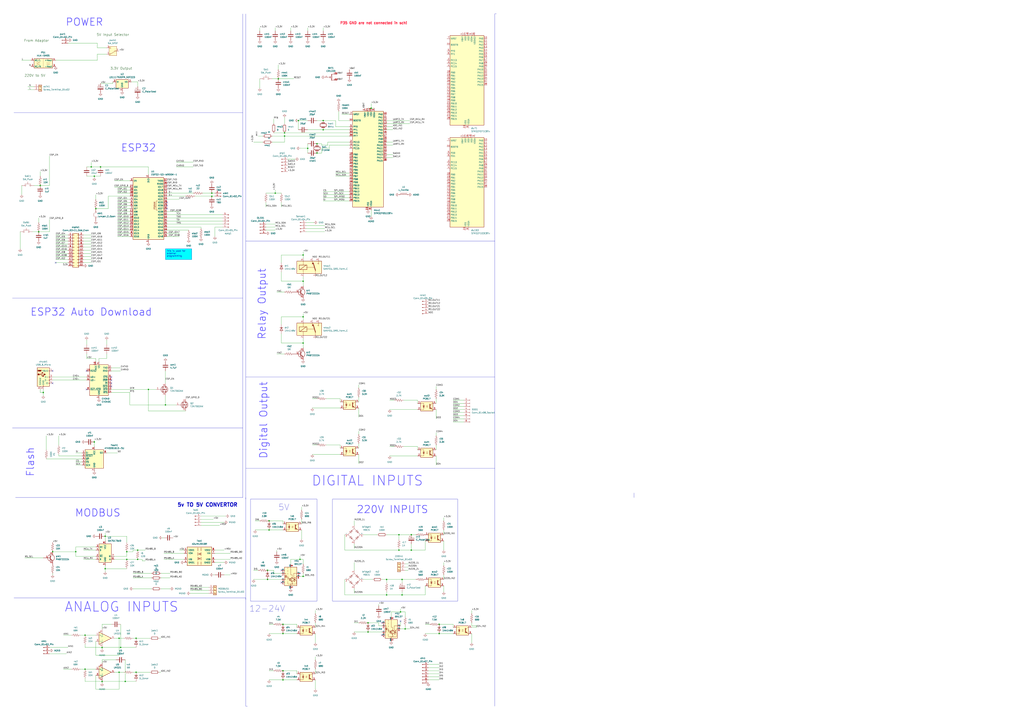
<source format=kicad_sch>
(kicad_sch (version 20231120) (generator "eeschema") (generator_version "8.0")
  (paper "A1")
  (title_block (date "24/05/01"))
  (lib_symbols
    (symbol "Amplifier_Operational:LM321" (pin_names (offset 0.127))
      (property "Reference" "U" (at 0 7.62 0))
      (property "Value" "LM321" (at 0 5.08 0))
      (symbol "LM321_1_1"
        (pin input line (at -7.62 2.54 0) (length 2.54) (name "+") (number "1"))
        (pin power_in line (at -2.54 -7.62 90) (length 3.81) (name "V-") (number "2"))
        (pin input line (at -7.62 -2.54 0) (length 2.54) (name "-") (number "3"))
        (pin output line (at 7.62 0 180) (length 2.54) (name "~") (number "4"))
        (pin power_in line (at -2.54 7.62 270) (length 3.81) (name "V+") (number "5"))
      )
    )
    (symbol "CR1220:CR1220" (pin_names (offset 1.016))
      (property "Reference" "U" (at -1.27 3.175 0))
      (property "Value" "CR1220" (at -1.27 -5.08 0))
      (symbol "CR1220_0_0"
        (pin passive line (at 5.08 2.54 180) (length 2.54) (name "~") (number "+$1"))
        (pin passive line (at 5.08 -2.54 180) (length 2.54) (name "~") (number "+$2"))
        (pin passive line (at -5.08 0 0) (length 2.54) (name "~") (number "-"))
      )
    )
    (symbol "Connector:Conn_01x02_Pin" (pin_names (offset 1.016) hide)
      (property "Reference" "J" (at 0 2.54 0))
      (property "Value" "Conn_01x02_Pin" (at 0 -5.08 0))
      (symbol "Conn_01x02_Pin_1_1"
        (pin passive line (at 5.08 0 180) (length 3.81) (name "Pin_1") (number "1"))
        (pin passive line (at 5.08 -2.54 180) (length 3.81) (name "Pin_2") (number "2"))
      )
    )
    (symbol "Connector:Conn_01x03_Pin" (pin_names (offset 1.016) hide)
      (property "Reference" "J" (at 0 5.08 0))
      (property "Value" "Conn_01x03_Pin" (at 0 -5.08 0))
      (symbol "Conn_01x03_Pin_1_1"
        (pin passive line (at 5.08 2.54 180) (length 3.81) (name "Pin_1") (number "1"))
        (pin passive line (at 5.08 0 180) (length 3.81) (name "Pin_2") (number "2"))
        (pin passive line (at 5.08 -2.54 180) (length 3.81) (name "Pin_3") (number "3"))
      )
    )
    (symbol "Connector:Conn_01x04_Pin" (pin_names (offset 1.016) hide)
      (property "Reference" "J" (at 0 5.08 0))
      (property "Value" "Conn_01x04_Pin" (at 0 -7.62 0))
      (symbol "Conn_01x04_Pin_1_1"
        (pin passive line (at 5.08 2.54 180) (length 3.81) (name "Pin_1") (number "1"))
        (pin passive line (at 5.08 0 180) (length 3.81) (name "Pin_2") (number "2"))
        (pin passive line (at 5.08 -2.54 180) (length 3.81) (name "Pin_3") (number "3"))
        (pin passive line (at 5.08 -5.08 180) (length 3.81) (name "Pin_4") (number "4"))
      )
    )
    (symbol "Connector:Conn_01x05_Pin" (pin_names (offset 1.016) hide)
      (property "Reference" "J" (at 0 7.62 0))
      (property "Value" "Conn_01x05_Pin" (at 0 -7.62 0))
      (symbol "Conn_01x05_Pin_1_1"
        (pin passive line (at 5.08 5.08 180) (length 3.81) (name "Pin_1") (number "1"))
        (pin passive line (at 5.08 2.54 180) (length 3.81) (name "Pin_2") (number "2"))
        (pin passive line (at 5.08 0 180) (length 3.81) (name "Pin_3") (number "3"))
        (pin passive line (at 5.08 -2.54 180) (length 3.81) (name "Pin_4") (number "4"))
        (pin passive line (at 5.08 -5.08 180) (length 3.81) (name "Pin_5") (number "5"))
      )
    )
    (symbol "Connector:Conn_01x07_Pin" (pin_names (offset 1.016) hide)
      (property "Reference" "J" (at 0 10.16 0))
      (property "Value" "Conn_01x07_Pin" (at 0 -10.16 0))
      (symbol "Conn_01x07_Pin_1_1"
        (pin passive line (at 5.08 7.62 180) (length 3.81) (name "Pin_1") (number "1"))
        (pin passive line (at 5.08 5.08 180) (length 3.81) (name "Pin_2") (number "2"))
        (pin passive line (at 5.08 2.54 180) (length 3.81) (name "Pin_3") (number "3"))
        (pin passive line (at 5.08 0 180) (length 3.81) (name "Pin_4") (number "4"))
        (pin passive line (at 5.08 -2.54 180) (length 3.81) (name "Pin_5") (number "5"))
        (pin passive line (at 5.08 -5.08 180) (length 3.81) (name "Pin_6") (number "6"))
        (pin passive line (at 5.08 -7.62 180) (length 3.81) (name "Pin_7") (number "7"))
      )
    )
    (symbol "Connector:Conn_01x08_Socket" (pin_names (offset 1.016) hide)
      (property "Reference" "J" (at 0 10.16 0))
      (property "Value" "Conn_01x08_Socket" (at 0 -12.7 0))
      (symbol "Conn_01x08_Socket_1_1"
        (pin passive line (at -5.08 7.62 0) (length 3.81) (name "Pin_1") (number "1"))
        (pin passive line (at -5.08 5.08 0) (length 3.81) (name "Pin_2") (number "2"))
        (pin passive line (at -5.08 2.54 0) (length 3.81) (name "Pin_3") (number "3"))
        (pin passive line (at -5.08 0 0) (length 3.81) (name "Pin_4") (number "4"))
        (pin passive line (at -5.08 -2.54 0) (length 3.81) (name "Pin_5") (number "5"))
        (pin passive line (at -5.08 -5.08 0) (length 3.81) (name "Pin_6") (number "6"))
        (pin passive line (at -5.08 -7.62 0) (length 3.81) (name "Pin_7") (number "7"))
        (pin passive line (at -5.08 -10.16 0) (length 3.81) (name "Pin_8") (number "8"))
      )
    )
    (symbol "Connector:Screw_Terminal_01x02" (pin_names (offset 1.016) hide)
      (property "Reference" "J" (at 0 2.54 0))
      (property "Value" "Screw_Terminal_01x02" (at 0 -5.08 0))
      (symbol "Screw_Terminal_01x02_1_1"
        (pin passive line (at -5.08 0 0) (length 3.81) (name "Pin_1") (number "1"))
        (pin passive line (at -5.08 -2.54 0) (length 3.81) (name "Pin_2") (number "2"))
      )
    )
    (symbol "Connector:Screw_Terminal_01x03" (pin_names (offset 1.016) hide)
      (property "Reference" "J" (at 0 5.08 0))
      (property "Value" "Screw_Terminal_01x03" (at 0 -5.08 0))
      (symbol "Screw_Terminal_01x03_1_1"
        (pin passive line (at -5.08 2.54 0) (length 3.81) (name "Pin_1") (number "1"))
        (pin passive line (at -5.08 0 0) (length 3.81) (name "Pin_2") (number "2"))
        (pin passive line (at -5.08 -2.54 0) (length 3.81) (name "Pin_3") (number "3"))
      )
    )
    (symbol "Connector:USB_B_Micro" (pin_names (offset 1.016))
      (property "Reference" "J" (at -5.08 11.43 0))
      (property "Value" "USB_B_Micro" (at -5.08 8.89 0))
      (symbol "USB_B_Micro_1_1"
        (pin power_out line (at 7.62 5.08 180) (length 2.54) (name "VBUS") (number "1"))
        (pin bidirectional line (at 7.62 -2.54 180) (length 2.54) (name "D-") (number "2"))
        (pin bidirectional line (at 7.62 0 180) (length 2.54) (name "D+") (number "3"))
        (pin passive line (at 7.62 -5.08 180) (length 2.54) (name "ID") (number "4"))
        (pin power_out line (at 0 -10.16 90) (length 2.54) (name "GND") (number "5"))
        (pin passive line (at -2.54 -10.16 90) (length 2.54) (name "Shield") (number "6"))
      )
    )
    (symbol "Connector_Generic:Conn_02x11_Odd_Even" (pin_names (offset 1.016) hide)
      (property "Reference" "J" (at 1.27 15.24 0))
      (property "Value" "Conn_02x11_Odd_Even" (at 1.27 -15.24 0))
      (symbol "Conn_02x11_Odd_Even_1_1"
        (pin passive line (at -5.08 12.7 0) (length 3.81) (name "Pin_1") (number "1"))
        (pin passive line (at 7.62 2.54 180) (length 3.81) (name "Pin_10") (number "10"))
        (pin passive line (at -5.08 0 0) (length 3.81) (name "Pin_11") (number "11"))
        (pin passive line (at 7.62 0 180) (length 3.81) (name "Pin_12") (number "12"))
        (pin passive line (at -5.08 -2.54 0) (length 3.81) (name "Pin_13") (number "13"))
        (pin passive line (at 7.62 -2.54 180) (length 3.81) (name "Pin_14") (number "14"))
        (pin passive line (at -5.08 -5.08 0) (length 3.81) (name "Pin_15") (number "15"))
        (pin passive line (at 7.62 -5.08 180) (length 3.81) (name "Pin_16") (number "16"))
        (pin passive line (at -5.08 -7.62 0) (length 3.81) (name "Pin_17") (number "17"))
        (pin passive line (at 7.62 -7.62 180) (length 3.81) (name "Pin_18") (number "18"))
        (pin passive line (at -5.08 -10.16 0) (length 3.81) (name "Pin_19") (number "19"))
        (pin passive line (at 7.62 12.7 180) (length 3.81) (name "Pin_2") (number "2"))
        (pin passive line (at 7.62 -10.16 180) (length 3.81) (name "Pin_20") (number "20"))
        (pin passive line (at -5.08 -12.7 0) (length 3.81) (name "Pin_21") (number "21"))
        (pin passive line (at 7.62 -12.7 180) (length 3.81) (name "Pin_22") (number "22"))
        (pin passive line (at -5.08 10.16 0) (length 3.81) (name "Pin_3") (number "3"))
        (pin passive line (at 7.62 10.16 180) (length 3.81) (name "Pin_4") (number "4"))
        (pin passive line (at -5.08 7.62 0) (length 3.81) (name "Pin_5") (number "5"))
        (pin passive line (at 7.62 7.62 180) (length 3.81) (name "Pin_6") (number "6"))
        (pin passive line (at -5.08 5.08 0) (length 3.81) (name "Pin_7") (number "7"))
        (pin passive line (at 7.62 5.08 180) (length 3.81) (name "Pin_8") (number "8"))
        (pin passive line (at -5.08 2.54 0) (length 3.81) (name "Pin_9") (number "9"))
      )
    )
    (symbol "Converter_ACDC:HLK-5M05"
      (property "Reference" "PS" (at 0 5.08 0))
      (property "Value" "HLK-5M05" (at 0 -5.08 0))
      (symbol "HLK-5M05_1_1"
        (pin power_in line (at -10.16 2.54 0) (length 2.54) (name "AC/L") (number "1"))
        (pin power_in line (at -10.16 -2.54 0) (length 2.54) (name "AC/N") (number "2"))
        (pin power_out line (at 10.16 -2.54 180) (length 2.54) (name "-Vout") (number "3"))
        (pin power_out line (at 10.16 2.54 180) (length 2.54) (name "+Vout") (number "4"))
      )
    )
    (symbol "Device:C" (pin_numbers hide) (pin_names (offset 0.254))
      (property "Reference" "C" (at 0.635 2.54 0))
      (property "Value" "C" (at 0.635 -2.54 0))
      (symbol "C_1_1"
        (pin passive line (at 0 3.81 270) (length 2.794) (name "~") (number "1"))
        (pin passive line (at 0 -3.81 90) (length 2.794) (name "~") (number "2"))
      )
    )
    (symbol "Device:C_Polarized" (pin_numbers hide) (pin_names (offset 0.254))
      (property "Reference" "C" (at 0.635 2.54 0))
      (property "Value" "C_Polarized" (at 0.635 -2.54 0))
      (symbol "C_Polarized_1_1"
        (pin passive line (at 0 3.81 270) (length 2.794) (name "~") (number "1"))
        (pin passive line (at 0 -3.81 90) (length 2.794) (name "~") (number "2"))
      )
    )
    (symbol "Device:Crystal" (pin_numbers hide) (pin_names (offset 1.016) hide)
      (property "Reference" "Y" (at 0 3.81 0))
      (property "Value" "Crystal" (at 0 -3.81 0))
      (symbol "Crystal_1_1"
        (pin passive line (at -3.81 0 0) (length 1.27) (name "1") (number "1"))
        (pin passive line (at 3.81 0 180) (length 1.27) (name "2") (number "2"))
      )
    )
    (symbol "Device:D_Zener" (pin_numbers hide) (pin_names (offset 1.016) hide)
      (property "Reference" "D" (at 0 2.54 0))
      (property "Value" "D_Zener" (at 0 -2.54 0))
      (symbol "D_Zener_1_1"
        (pin passive line (at -3.81 0 0) (length 2.54) (name "K") (number "1"))
        (pin passive line (at 3.81 0 180) (length 2.54) (name "A") (number "2"))
      )
    )
    (symbol "Device:L_Ferrite" (pin_numbers hide) (pin_names (offset 1.016) hide)
      (property "Reference" "L" (at -1.27 0 90))
      (property "Value" "L_Ferrite" (at 2.794 0 90))
      (symbol "L_Ferrite_1_1"
        (pin passive line (at 0 3.81 270) (length 1.27) (name "1") (number "1"))
        (pin passive line (at 0 -3.81 90) (length 1.27) (name "2") (number "2"))
      )
    )
    (symbol "Device:R" (pin_numbers hide) (pin_names (offset 0))
      (property "Reference" "R" (at 2.032 0 90))
      (property "Value" "R" (at 0 0 90))
      (symbol "R_1_1"
        (pin passive line (at 0 3.81 270) (length 1.27) (name "~") (number "1"))
        (pin passive line (at 0 -3.81 90) (length 1.27) (name "~") (number "2"))
      )
    )
    (symbol "Device:R_US" (pin_numbers hide) (pin_names (offset 0))
      (property "Reference" "R" (at 2.54 0 90))
      (property "Value" "R_US" (at -2.54 0 90))
      (symbol "R_US_1_1"
        (pin passive line (at 0 3.81 270) (length 1.27) (name "~") (number "1"))
        (pin passive line (at 0 -3.81 90) (length 1.27) (name "~") (number "2"))
      )
    )
    (symbol "Diode:1N4148W" (pin_numbers hide) (pin_names hide)
      (property "Reference" "D" (at 0 2.54 0))
      (property "Value" "1N4148W" (at 0 -2.54 0))
      (symbol "1N4148W_1_1"
        (pin passive line (at -3.81 0 0) (length 2.54) (name "K") (number "1"))
        (pin passive line (at 3.81 0 180) (length 2.54) (name "A") (number "2"))
      )
    )
    (symbol "Diode_Bridge:DF01S1" (pin_names (offset 0))
      (property "Reference" "D" (at 2.54 6.985 0))
      (property "Value" "DF01S1" (at 2.54 5.08 0))
      (symbol "DF01S1_1_1"
        (pin passive line (at 7.62 0 180) (length 2.54) (name "+") (number "1"))
        (pin passive line (at -7.62 0 0) (length 2.54) (name "-") (number "2"))
        (pin passive line (at 0 -7.62 90) (length 2.54) (name "~") (number "3"))
        (pin passive line (at 0 7.62 270) (length 2.54) (name "~") (number "4"))
      )
    )
    (symbol "Interface_UART:SN75176AD"
      (property "Reference" "U" (at -4.318 8.89 0))
      (property "Value" "SN75176AD" (at 1.016 8.89 0))
      (symbol "SN75176AD_1_1"
        (pin output line (at -7.62 -5.08 0) (length 2.54) (name "R") (number "1"))
        (pin input line (at -7.62 -2.54 0) (length 2.54) (name "~{RE}") (number "2"))
        (pin input line (at -7.62 5.08 0) (length 2.54) (name "DE") (number "3"))
        (pin input line (at -7.62 2.54 0) (length 2.54) (name "D") (number "4"))
        (pin power_in line (at 0 -10.16 90) (length 2.54) (name "GND") (number "5"))
        (pin bidirectional line (at 7.62 -5.08 180) (length 2.54) (name "A") (number "6"))
        (pin bidirectional line (at 7.62 -2.54 180) (length 2.54) (name "B") (number "7"))
        (pin power_in line (at 0 10.16 270) (length 2.54) (name "VCC") (number "8"))
      )
    )
    (symbol "Interface_USB:CH340C"
      (property "Reference" "U" (at -5.08 13.97 0))
      (property "Value" "CH340C" (at 1.27 13.97 0))
      (symbol "CH340C_1_1"
        (pin power_in line (at 0 -15.24 90) (length 2.54) (name "GND") (number "1"))
        (pin input line (at 10.16 0 180) (length 2.54) (name "~{DSR}") (number "10"))
        (pin input line (at 10.16 -2.54 180) (length 2.54) (name "~{RI}") (number "11"))
        (pin input line (at 10.16 -5.08 180) (length 2.54) (name "~{DCD}") (number "12"))
        (pin output line (at 10.16 -7.62 180) (length 2.54) (name "~{DTR}") (number "13"))
        (pin output line (at 10.16 -10.16 180) (length 2.54) (name "~{RTS}") (number "14"))
        (pin input line (at -10.16 7.62 0) (length 2.54) (name "R232") (number "15"))
        (pin power_in line (at -2.54 15.24 270) (length 2.54) (name "VCC") (number "16"))
        (pin output line (at 10.16 10.16 180) (length 2.54) (name "TXD") (number "2"))
        (pin input line (at 10.16 7.62 180) (length 2.54) (name "RXD") (number "3"))
        (pin power_out line (at 0 15.24 270) (length 2.54) (name "V3") (number "4"))
        (pin bidirectional line (at -10.16 2.54 0) (length 2.54) (name "UD+") (number "5"))
        (pin bidirectional line (at -10.16 0 0) (length 2.54) (name "UD-") (number "6"))
        (pin no_connect line (at -7.62 -5.08 0) (length 2.54) hide (name "NC") (number "7"))
        (pin output line (at -10.16 -7.62 0) (length 2.54) (name "~{OUT}/~{DTR}") (number "8"))
        (pin input line (at 10.16 2.54 180) (length 2.54) (name "~{CTS}") (number "9"))
      )
    )
    (symbol "Isolator:6N137" (pin_names (offset 0))
      (property "Reference" "U" (at -4.064 8.89 0))
      (property "Value" "6N137" (at 0 -8.89 0))
      (symbol "6N137_1_1"
        (pin passive line (at -7.62 5.08 0) (length 2.54) (name "NC") (number "1"))
        (pin passive line (at -7.62 2.54 0) (length 2.54) (name "A") (number "2"))
        (pin passive line (at -7.62 -2.54 0) (length 2.54) (name "C") (number "3"))
        (pin passive line (at -7.62 -5.08 0) (length 2.54) (name "NC") (number "4"))
        (pin power_in line (at 0 -10.16 90) (length 2.54) (name "GND") (number "5"))
        (pin open_collector line (at 7.62 0 180) (length 2.54) (name "VO") (number "6"))
        (pin input line (at 7.62 2.54 180) (length 2.54) (name "EN") (number "7"))
        (pin power_in line (at 0 10.16 270) (length 2.54) (name "VCC") (number "8"))
      )
    )
    (symbol "Isolator:ADuM1201BR" (pin_names (offset 1.016))
      (property "Reference" "U" (at -10.16 8.89 0))
      (property "Value" "ADuM1201BR" (at -2.032 8.89 0))
      (symbol "ADuM1201BR_1_1"
        (pin power_in line (at -12.7 5.08 0) (length 2.54) (name "VDD1") (number "1"))
        (pin output line (at -12.7 2.54 0) (length 2.54) (name "VOA") (number "2"))
        (pin input line (at -12.7 -2.54 0) (length 2.54) (name "VIB") (number "3"))
        (pin power_in line (at -12.7 -5.08 0) (length 2.54) (name "GND1") (number "4"))
        (pin power_in line (at 12.7 -5.08 180) (length 2.54) (name "GND2") (number "5"))
        (pin output line (at 12.7 -2.54 180) (length 2.54) (name "VOB") (number "6"))
        (pin input line (at 12.7 2.54 180) (length 2.54) (name "VIA") (number "7"))
        (pin power_in line (at 12.7 5.08 180) (length 2.54) (name "VDD2") (number "8"))
      )
    )
    (symbol "Isolator:PC817" (pin_names (offset 1.016))
      (property "Reference" "U" (at -5.08 5.08 0))
      (property "Value" "PC817" (at 0 5.08 0))
      (symbol "PC817_1_1"
        (pin passive line (at -7.62 2.54 0) (length 2.54) (name "~") (number "1"))
        (pin passive line (at -7.62 -2.54 0) (length 2.54) (name "~") (number "2"))
        (pin passive line (at 7.62 -2.54 180) (length 2.54) (name "~") (number "3"))
        (pin passive line (at 7.62 2.54 180) (length 2.54) (name "~") (number "4"))
      )
    )
    (symbol "Jumper:Jumper_2_Open" (pin_numbers hide) (pin_names (offset 0) hide) (exclude_from_sim yes)
      (property "Reference" "JP" (at 0 2.794 0))
      (property "Value" "Jumper_2_Open" (at 0 -2.286 0))
      (symbol "Jumper_2_Open_1_1"
        (pin passive line (at -5.08 0 0) (length 2.54) (name "A") (number "1"))
        (pin passive line (at 5.08 0 180) (length 2.54) (name "B") (number "2"))
      )
    )
    (symbol "MCU_ST_STM32F0:STM32F051C8Tx"
      (property "Reference" "U" (at -12.7 41.91 0))
      (property "Value" "STM32F051C8Tx" (at 7.62 41.91 0))
      (symbol "STM32F051C8Tx_1_1"
        (pin power_in line (at -2.54 43.18 270) (length 2.54) (name "VBAT") (number "1"))
        (pin bidirectional line (at 15.24 38.1 180) (length 2.54) (name "PA0") (number "10"))
        (pin bidirectional line (at 15.24 35.56 180) (length 2.54) (name "PA1") (number "11"))
        (pin bidirectional line (at 15.24 33.02 180) (length 2.54) (name "PA2") (number "12"))
        (pin bidirectional line (at 15.24 30.48 180) (length 2.54) (name "PA3") (number "13"))
        (pin bidirectional line (at 15.24 27.94 180) (length 2.54) (name "PA4") (number "14"))
        (pin bidirectional line (at 15.24 25.4 180) (length 2.54) (name "PA5") (number "15"))
        (pin bidirectional line (at 15.24 22.86 180) (length 2.54) (name "PA6") (number "16"))
        (pin bidirectional line (at 15.24 20.32 180) (length 2.54) (name "PA7") (number "17"))
        (pin bidirectional line (at -15.24 5.08 0) (length 2.54) (name "PB0") (number "18"))
        (pin bidirectional line (at -15.24 2.54 0) (length 2.54) (name "PB1") (number "19"))
        (pin bidirectional line (at -15.24 15.24 0) (length 2.54) (name "PC13") (number "2"))
        (pin bidirectional line (at -15.24 0 0) (length 2.54) (name "PB2") (number "20"))
        (pin bidirectional line (at -15.24 -20.32 0) (length 2.54) (name "PB10") (number "21"))
        (pin bidirectional line (at -15.24 -22.86 0) (length 2.54) (name "PB11") (number "22"))
        (pin power_in line (at 0 -40.64 90) (length 2.54) (name "VSS") (number "23"))
        (pin power_in line (at 0 43.18 270) (length 2.54) (name "VDD") (number "24"))
        (pin bidirectional line (at -15.24 -25.4 0) (length 2.54) (name "PB12") (number "25"))
        (pin bidirectional line (at -15.24 -27.94 0) (length 2.54) (name "PB13") (number "26"))
        (pin bidirectional line (at -15.24 -30.48 0) (length 2.54) (name "PB14") (number "27"))
        (pin bidirectional line (at -15.24 -33.02 0) (length 2.54) (name "PB15") (number "28"))
        (pin bidirectional line (at 15.24 17.78 180) (length 2.54) (name "PA8") (number "29"))
        (pin bidirectional line (at -15.24 12.7 0) (length 2.54) (name "PC14") (number "3"))
        (pin bidirectional line (at 15.24 15.24 180) (length 2.54) (name "PA9") (number "30"))
        (pin bidirectional line (at 15.24 12.7 180) (length 2.54) (name "PA10") (number "31"))
        (pin bidirectional line (at 15.24 10.16 180) (length 2.54) (name "PA11") (number "32"))
        (pin bidirectional line (at 15.24 7.62 180) (length 2.54) (name "PA12") (number "33"))
        (pin bidirectional line (at 15.24 5.08 180) (length 2.54) (name "PA13") (number "34"))
        (pin bidirectional line (at -15.24 22.86 0) (length 2.54) (name "PF6") (number "35"))
        (pin bidirectional line (at -15.24 20.32 0) (length 2.54) (name "PF7") (number "36"))
        (pin bidirectional line (at 15.24 2.54 180) (length 2.54) (name "PA14") (number "37"))
        (pin bidirectional line (at 15.24 0 180) (length 2.54) (name "PA15") (number "38"))
        (pin bidirectional line (at -15.24 -2.54 0) (length 2.54) (name "PB3") (number "39"))
        (pin bidirectional line (at -15.24 10.16 0) (length 2.54) (name "PC15") (number "4"))
        (pin bidirectional line (at -15.24 -5.08 0) (length 2.54) (name "PB4") (number "40"))
        (pin bidirectional line (at -15.24 -7.62 0) (length 2.54) (name "PB5") (number "41"))
        (pin bidirectional line (at -15.24 -10.16 0) (length 2.54) (name "PB6") (number "42"))
        (pin bidirectional line (at -15.24 -12.7 0) (length 2.54) (name "PB7") (number "43"))
        (pin input line (at -15.24 33.02 0) (length 2.54) (name "BOOT0") (number "44"))
        (pin bidirectional line (at -15.24 -15.24 0) (length 2.54) (name "PB8") (number "45"))
        (pin bidirectional line (at -15.24 -17.78 0) (length 2.54) (name "PB9") (number "46"))
        (pin passive line (at 0 -40.64 90) (length 2.54) hide (name "VSS") (number "47"))
        (pin power_in line (at 2.54 43.18 270) (length 2.54) (name "VDD") (number "48"))
        (pin bidirectional line (at -15.24 27.94 0) (length 2.54) (name "PF0") (number "5"))
        (pin bidirectional line (at -15.24 25.4 0) (length 2.54) (name "PF1") (number "6"))
        (pin input line (at -15.24 38.1 0) (length 2.54) (name "NRST") (number "7"))
        (pin power_in line (at 2.54 -40.64 90) (length 2.54) (name "VSSA") (number "8"))
        (pin power_in line (at 5.08 43.18 270) (length 2.54) (name "VDDA") (number "9"))
      )
    )
    (symbol "MCU_ST_STM32F0:STM32F071C8Tx"
      (property "Reference" "U" (at -12.7 39.37 0))
      (property "Value" "STM32F071C8Tx" (at 10.16 39.37 0))
      (symbol "STM32F071C8Tx_1_1"
        (pin power_in line (at -2.54 40.64 270) (length 2.54) (name "VBAT") (number "1"))
        (pin bidirectional line (at 17.78 35.56 180) (length 2.54) (name "PA0") (number "10"))
        (pin bidirectional line (at 17.78 33.02 180) (length 2.54) (name "PA1") (number "11"))
        (pin bidirectional line (at 17.78 30.48 180) (length 2.54) (name "PA2") (number "12"))
        (pin bidirectional line (at 17.78 27.94 180) (length 2.54) (name "PA3") (number "13"))
        (pin bidirectional line (at 17.78 25.4 180) (length 2.54) (name "PA4") (number "14"))
        (pin bidirectional line (at 17.78 22.86 180) (length 2.54) (name "PA5") (number "15"))
        (pin bidirectional line (at 17.78 20.32 180) (length 2.54) (name "PA6") (number "16"))
        (pin bidirectional line (at 17.78 17.78 180) (length 2.54) (name "PA7") (number "17"))
        (pin bidirectional line (at -15.24 7.62 0) (length 2.54) (name "PB0") (number "18"))
        (pin bidirectional line (at -15.24 5.08 0) (length 2.54) (name "PB1") (number "19"))
        (pin bidirectional line (at -15.24 17.78 0) (length 2.54) (name "PC13") (number "2"))
        (pin bidirectional line (at -15.24 2.54 0) (length 2.54) (name "PB2") (number "20"))
        (pin bidirectional line (at -15.24 -17.78 0) (length 2.54) (name "PB10") (number "21"))
        (pin bidirectional line (at -15.24 -20.32 0) (length 2.54) (name "PB11") (number "22"))
        (pin power_in line (at 0 -38.1 90) (length 2.54) (name "VSS") (number "23"))
        (pin power_in line (at 0 40.64 270) (length 2.54) (name "VDD") (number "24"))
        (pin bidirectional line (at -15.24 -22.86 0) (length 2.54) (name "PB12") (number "25"))
        (pin bidirectional line (at -15.24 -25.4 0) (length 2.54) (name "PB13") (number "26"))
        (pin bidirectional line (at -15.24 -27.94 0) (length 2.54) (name "PB14") (number "27"))
        (pin bidirectional line (at -15.24 -30.48 0) (length 2.54) (name "PB15") (number "28"))
        (pin bidirectional line (at 17.78 15.24 180) (length 2.54) (name "PA8") (number "29"))
        (pin bidirectional line (at -15.24 15.24 0) (length 2.54) (name "PC14") (number "3"))
        (pin bidirectional line (at 17.78 12.7 180) (length 2.54) (name "PA9") (number "30"))
        (pin bidirectional line (at 17.78 10.16 180) (length 2.54) (name "PA10") (number "31"))
        (pin bidirectional line (at 17.78 7.62 180) (length 2.54) (name "PA11") (number "32"))
        (pin bidirectional line (at 17.78 5.08 180) (length 2.54) (name "PA12") (number "33"))
        (pin bidirectional line (at 17.78 2.54 180) (length 2.54) (name "PA13") (number "34"))
        (pin passive line (at 0 -38.1 90) (length 2.54) hide (name "VSS") (number "35"))
        (pin power_in line (at 7.62 40.64 270) (length 2.54) (name "VDDIO2") (number "36"))
        (pin bidirectional line (at 17.78 0 180) (length 2.54) (name "PA14") (number "37"))
        (pin bidirectional line (at 17.78 -2.54 180) (length 2.54) (name "PA15") (number "38"))
        (pin bidirectional line (at -15.24 0 0) (length 2.54) (name "PB3") (number "39"))
        (pin bidirectional line (at -15.24 12.7 0) (length 2.54) (name "PC15") (number "4"))
        (pin bidirectional line (at -15.24 -2.54 0) (length 2.54) (name "PB4") (number "40"))
        (pin bidirectional line (at -15.24 -5.08 0) (length 2.54) (name "PB5") (number "41"))
        (pin bidirectional line (at -15.24 -7.62 0) (length 2.54) (name "PB6") (number "42"))
        (pin bidirectional line (at -15.24 -10.16 0) (length 2.54) (name "PB7") (number "43"))
        (pin input line (at -15.24 30.48 0) (length 2.54) (name "BOOT0") (number "44"))
        (pin bidirectional line (at -15.24 -12.7 0) (length 2.54) (name "PB8") (number "45"))
        (pin bidirectional line (at -15.24 -15.24 0) (length 2.54) (name "PB9") (number "46"))
        (pin passive line (at 0 -38.1 90) (length 2.54) hide (name "VSS") (number "47"))
        (pin power_in line (at 2.54 40.64 270) (length 2.54) (name "VDD") (number "48"))
        (pin bidirectional line (at -15.24 25.4 0) (length 2.54) (name "PF0") (number "5"))
        (pin bidirectional line (at -15.24 22.86 0) (length 2.54) (name "PF1") (number "6"))
        (pin input line (at -15.24 35.56 0) (length 2.54) (name "NRST") (number "7"))
        (pin power_in line (at 2.54 -38.1 90) (length 2.54) (name "VSSA") (number "8"))
        (pin power_in line (at 5.08 40.64 270) (length 2.54) (name "VDDA") (number "9"))
      )
    )
    (symbol "MCU_ST_STM32F1:STM32F103C8Tx"
      (property "Reference" "U" (at -12.7 39.37 0))
      (property "Value" "STM32F103C8Tx" (at 10.16 39.37 0))
      (symbol "STM32F103C8Tx_1_1"
        (pin power_in line (at -2.54 40.64 270) (length 2.54) (name "VBAT") (number "1"))
        (pin bidirectional line (at 17.78 35.56 180) (length 2.54) (name "PA0") (number "10"))
        (pin bidirectional line (at 17.78 33.02 180) (length 2.54) (name "PA1") (number "11"))
        (pin bidirectional line (at 17.78 30.48 180) (length 2.54) (name "PA2") (number "12"))
        (pin bidirectional line (at 17.78 27.94 180) (length 2.54) (name "PA3") (number "13"))
        (pin bidirectional line (at 17.78 25.4 180) (length 2.54) (name "PA4") (number "14"))
        (pin bidirectional line (at 17.78 22.86 180) (length 2.54) (name "PA5") (number "15"))
        (pin bidirectional line (at 17.78 20.32 180) (length 2.54) (name "PA6") (number "16"))
        (pin bidirectional line (at 17.78 17.78 180) (length 2.54) (name "PA7") (number "17"))
        (pin bidirectional line (at -15.24 7.62 0) (length 2.54) (name "PB0") (number "18"))
        (pin bidirectional line (at -15.24 5.08 0) (length 2.54) (name "PB1") (number "19"))
        (pin bidirectional line (at -15.24 17.78 0) (length 2.54) (name "PC13") (number "2"))
        (pin bidirectional line (at -15.24 2.54 0) (length 2.54) (name "PB2") (number "20"))
        (pin bidirectional line (at -15.24 -17.78 0) (length 2.54) (name "PB10") (number "21"))
        (pin bidirectional line (at -15.24 -20.32 0) (length 2.54) (name "PB11") (number "22"))
        (pin power_in line (at 0 -38.1 90) (length 2.54) (name "VSS") (number "23"))
        (pin power_in line (at 0 40.64 270) (length 2.54) (name "VDD") (number "24"))
        (pin bidirectional line (at -15.24 -22.86 0) (length 2.54) (name "PB12") (number "25"))
        (pin bidirectional line (at -15.24 -25.4 0) (length 2.54) (name "PB13") (number "26"))
        (pin bidirectional line (at -15.24 -27.94 0) (length 2.54) (name "PB14") (number "27"))
        (pin bidirectional line (at -15.24 -30.48 0) (length 2.54) (name "PB15") (number "28"))
        (pin bidirectional line (at 17.78 15.24 180) (length 2.54) (name "PA8") (number "29"))
        (pin bidirectional line (at -15.24 15.24 0) (length 2.54) (name "PC14") (number "3"))
        (pin bidirectional line (at 17.78 12.7 180) (length 2.54) (name "PA9") (number "30"))
        (pin bidirectional line (at 17.78 10.16 180) (length 2.54) (name "PA10") (number "31"))
        (pin bidirectional line (at 17.78 7.62 180) (length 2.54) (name "PA11") (number "32"))
        (pin bidirectional line (at 17.78 5.08 180) (length 2.54) (name "PA12") (number "33"))
        (pin bidirectional line (at 17.78 2.54 180) (length 2.54) (name "PA13") (number "34"))
        (pin passive line (at 0 -38.1 90) (length 2.54) hide (name "VSS") (number "35"))
        (pin power_in line (at 2.54 40.64 270) (length 2.54) (name "VDD") (number "36"))
        (pin bidirectional line (at 17.78 0 180) (length 2.54) (name "PA14") (number "37"))
        (pin bidirectional line (at 17.78 -2.54 180) (length 2.54) (name "PA15") (number "38"))
        (pin bidirectional line (at -15.24 0 0) (length 2.54) (name "PB3") (number "39"))
        (pin bidirectional line (at -15.24 12.7 0) (length 2.54) (name "PC15") (number "4"))
        (pin bidirectional line (at -15.24 -2.54 0) (length 2.54) (name "PB4") (number "40"))
        (pin bidirectional line (at -15.24 -5.08 0) (length 2.54) (name "PB5") (number "41"))
        (pin bidirectional line (at -15.24 -7.62 0) (length 2.54) (name "PB6") (number "42"))
        (pin bidirectional line (at -15.24 -10.16 0) (length 2.54) (name "PB7") (number "43"))
        (pin input line (at -15.24 30.48 0) (length 2.54) (name "BOOT0") (number "44"))
        (pin bidirectional line (at -15.24 -12.7 0) (length 2.54) (name "PB8") (number "45"))
        (pin bidirectional line (at -15.24 -15.24 0) (length 2.54) (name "PB9") (number "46"))
        (pin passive line (at 0 -38.1 90) (length 2.54) hide (name "VSS") (number "47"))
        (pin power_in line (at 5.08 40.64 270) (length 2.54) (name "VDD") (number "48"))
        (pin bidirectional line (at -15.24 25.4 0) (length 2.54) (name "PD0") (number "5"))
        (pin bidirectional line (at -15.24 22.86 0) (length 2.54) (name "PD1") (number "6"))
        (pin input line (at -15.24 35.56 0) (length 2.54) (name "NRST") (number "7"))
        (pin power_in line (at 2.54 -38.1 90) (length 2.54) (name "VSSA") (number "8"))
        (pin power_in line (at 7.62 40.64 270) (length 2.54) (name "VDDA") (number "9"))
      )
    )
    (symbol "Memory_Flash:AT45DB161D-SU"
      (property "Reference" "U" (at -7.62 8.89 0))
      (property "Value" "AT45DB161D-SU" (at 10.16 8.89 0))
      (symbol "AT45DB161D-SU_1_1"
        (pin input line (at -10.16 5.08 0) (length 2.54) (name "SI") (number "1"))
        (pin input line (at -10.16 -5.08 0) (length 2.54) (name "SCK") (number "2"))
        (pin bidirectional line (at -10.16 2.54 0) (length 2.54) (name "~{RESET}") (number "3"))
        (pin input line (at -10.16 -2.54 0) (length 2.54) (name "~{CS}") (number "4"))
        (pin input line (at -10.16 0 0) (length 2.54) (name "~{WP}") (number "5"))
        (pin power_in line (at 0 10.16 270) (length 2.54) (name "VCC") (number "6"))
        (pin power_in line (at 0 -10.16 90) (length 2.54) (name "GND") (number "7"))
        (pin output line (at 10.16 5.08 180) (length 2.54) (name "SO") (number "8"))
      )
    )
    (symbol "RF_Module:ESP32-S3-WROOM-1"
      (property "Reference" "U" (at -12.7 26.67 0))
      (property "Value" "ESP32-S3-WROOM-1" (at 12.7 26.67 0))
      (symbol "ESP32-S3-WROOM-1_0_0"
        (text "PSRAM" (at 5.08 2.54 900) (effects (font (size 1.27 1.27))))
      )
      (symbol "ESP32-S3-WROOM-1_1_1"
        (pin power_in line (at 0 -27.94 90) (length 2.54) (name "GND") (number "1"))
        (pin bidirectional line (at 15.24 17.78 180) (length 2.54) (name "IO17") (number "10"))
        (pin bidirectional line (at 15.24 15.24 180) (length 2.54) (name "IO18") (number "11"))
        (pin bidirectional line (at -15.24 -2.54 0) (length 2.54) (name "IO8") (number "12"))
        (pin bidirectional line (at 15.24 12.7 180) (length 2.54) (name "IO19") (number "13"))
        (pin bidirectional line (at 15.24 10.16 180) (length 2.54) (name "IO20") (number "14"))
        (pin bidirectional line (at -15.24 10.16 0) (length 2.54) (name "IO3") (number "15"))
        (pin bidirectional line (at 15.24 -17.78 180) (length 2.54) (name "IO46") (number "16"))
        (pin bidirectional line (at -15.24 -5.08 0) (length 2.54) (name "IO9") (number "17"))
        (pin bidirectional line (at -15.24 -7.62 0) (length 2.54) (name "IO10") (number "18"))
        (pin bidirectional line (at -15.24 -10.16 0) (length 2.54) (name "IO11") (number "19"))
        (pin power_in line (at 0 27.94 270) (length 2.54) (name "3V3") (number "2"))
        (pin bidirectional line (at -15.24 -12.7 0) (length 2.54) (name "IO12") (number "20"))
        (pin bidirectional line (at -15.24 -15.24 0) (length 2.54) (name "IO13") (number "21"))
        (pin bidirectional line (at -15.24 -17.78 0) (length 2.54) (name "IO14") (number "22"))
        (pin bidirectional line (at 15.24 7.62 180) (length 2.54) (name "IO21") (number "23"))
        (pin bidirectional line (at 15.24 -20.32 180) (length 2.54) (name "IO47") (number "24"))
        (pin bidirectional line (at 15.24 -22.86 180) (length 2.54) (name "IO48") (number "25"))
        (pin bidirectional line (at 15.24 -15.24 180) (length 2.54) (name "IO45") (number "26"))
        (pin bidirectional line (at -15.24 17.78 0) (length 2.54) (name "IO0") (number "27"))
        (pin bidirectional line (at 15.24 5.08 180) (length 2.54) (name "IO35") (number "28"))
        (pin bidirectional line (at 15.24 2.54 180) (length 2.54) (name "IO36") (number "29"))
        (pin input line (at -15.24 22.86 0) (length 2.54) (name "EN") (number "3"))
        (pin bidirectional line (at 15.24 0 180) (length 2.54) (name "IO37") (number "30"))
        (pin bidirectional line (at 15.24 -2.54 180) (length 2.54) (name "IO38") (number "31"))
        (pin bidirectional line (at 15.24 -5.08 180) (length 2.54) (name "IO39") (number "32"))
        (pin bidirectional line (at 15.24 -7.62 180) (length 2.54) (name "IO40") (number "33"))
        (pin bidirectional line (at 15.24 -10.16 180) (length 2.54) (name "IO41") (number "34"))
        (pin bidirectional line (at 15.24 -12.7 180) (length 2.54) (name "IO42") (number "35"))
        (pin bidirectional line (at 15.24 20.32 180) (length 2.54) (name "RXD0") (number "36"))
        (pin bidirectional line (at 15.24 22.86 180) (length 2.54) (name "TXD0") (number "37"))
        (pin bidirectional line (at -15.24 12.7 0) (length 2.54) (name "IO2") (number "38"))
        (pin bidirectional line (at -15.24 15.24 0) (length 2.54) (name "IO1") (number "39"))
        (pin bidirectional line (at -15.24 7.62 0) (length 2.54) (name "IO4") (number "4"))
        (pin passive line (at 0 -27.94 90) (length 2.54) hide (name "GND") (number "40"))
        (pin passive line (at 0 -27.94 90) (length 2.54) hide (name "GND") (number "41"))
        (pin bidirectional line (at -15.24 5.08 0) (length 2.54) (name "IO5") (number "5"))
        (pin bidirectional line (at -15.24 2.54 0) (length 2.54) (name "IO6") (number "6"))
        (pin bidirectional line (at -15.24 0 0) (length 2.54) (name "IO7") (number "7"))
        (pin bidirectional line (at -15.24 -20.32 0) (length 2.54) (name "IO15") (number "8"))
        (pin bidirectional line (at -15.24 -22.86 0) (length 2.54) (name "IO16") (number "9"))
      )
    )
    (symbol "Regulator_Linear:LD1117S33TR_SOT223"
      (property "Reference" "U" (at -3.81 3.175 0))
      (property "Value" "LD1117S33TR_SOT223" (at 0 3.175 0))
      (symbol "LD1117S33TR_SOT223_1_1"
        (pin power_in line (at 0 -7.62 90) (length 2.54) (name "GND") (number "1"))
        (pin power_out line (at 7.62 0 180) (length 2.54) (name "VO") (number "2"))
        (pin power_in line (at -7.62 0 0) (length 2.54) (name "VI") (number "3"))
      )
    )
    (symbol "Relay:SANYOU_SRD_Form_C"
      (property "Reference" "K" (at 11.43 3.81 0))
      (property "Value" "SANYOU_SRD_Form_C" (at 11.43 1.27 0))
      (symbol "SANYOU_SRD_Form_C_1_1"
        (pin passive line (at 5.08 -7.62 90) (length 2.54) (name "~") (number "1"))
        (pin passive line (at -5.08 -7.62 90) (length 2.54) (name "~") (number "2"))
        (pin passive line (at 7.62 7.62 270) (length 2.54) (name "~") (number "3"))
        (pin passive line (at 2.54 7.62 270) (length 2.54) (name "~") (number "4"))
        (pin passive line (at -5.08 7.62 270) (length 2.54) (name "~") (number "5"))
      )
    )
    (symbol "Switch:SW_Push" (pin_numbers hide) (pin_names (offset 1.016) hide)
      (property "Reference" "SW" (at 1.27 2.54 0))
      (property "Value" "SW_Push" (at 0 -1.524 0))
      (symbol "SW_Push_0_1"
        (pin passive line (at -5.08 0 0) (length 2.54) (name "1") (number "1"))
        (pin passive line (at 5.08 0 180) (length 2.54) (name "2") (number "2"))
      )
    )
    (symbol "Switch:SW_SPDT" (pin_names (offset 0) hide)
      (property "Reference" "SW" (at 0 5.08 0))
      (property "Value" "SW_SPDT" (at 0 -5.08 0))
      (symbol "SW_SPDT_1_1"
        (pin passive line (at 5.08 2.54 180) (length 2.54) (name "A") (number "1"))
        (pin passive line (at -5.08 0 0) (length 2.54) (name "B") (number "2"))
        (pin passive line (at 5.08 -2.54 180) (length 2.54) (name "C") (number "3"))
      )
    )
    (symbol "Transistor_BJT:PMBT2222A" (pin_names (offset 0) hide)
      (property "Reference" "Q" (at 5.08 1.905 0))
      (property "Value" "PMBT2222A" (at 5.08 0 0))
      (symbol "PMBT2222A_1_1"
        (pin input line (at -5.08 0 0) (length 5.715) (name "B") (number "1"))
        (pin passive line (at 2.54 -5.08 90) (length 2.54) (name "E") (number "2"))
        (pin passive line (at 2.54 5.08 270) (length 2.54) (name "C") (number "3"))
      )
    )
    (symbol "Transistor_FET:T2N7002AK" (pin_names hide)
      (property "Reference" "Q" (at 5.08 1.905 0))
      (property "Value" "T2N7002AK" (at 5.08 0 0))
      (symbol "T2N7002AK_1_1"
        (pin input line (at -5.08 0 0) (length 2.54) (name "G") (number "1"))
        (pin passive line (at 2.54 -5.08 90) (length 2.54) (name "S") (number "2"))
        (pin passive line (at 2.54 5.08 270) (length 2.54) (name "D") (number "3"))
      )
    )
    (symbol "power:GND" (power) (pin_numbers hide) (pin_names (offset 0) hide)
      (property "Value" "GND" (at 0 -3.81 0))
      (symbol "GND_1_1"
        (pin power_in line (at 0 0 270) (length 0) (name "~") (number "1"))
      )
    )
  )
  (junction (at 111.76 524.51))
  (junction (at 327.66 452.12))
  (junction (at 232.41 558.8))
  (junction (at 302.26 519.43))
  (junction (at 35.56 322.58))
  (junction (at 252.73 121.92))
  (junction (at 82.55 137.16))
  (junction (at 248.92 281.94))
  (junction (at 173.99 158.75))
  (junction (at 304.8 88.9))
  (junction (at 245.11 99.06))
  (junction (at 317.5 476.25))
  (junction (at 226.06 158.75))
  (junction (at 360.68 520.7))
  (junction (at 228.6 64.77))
  (junction (at 97.79 552.45))
  (junction (at 104.14 453.39))
  (junction (at 232.41 513.08))
  (junction (at 97.79 524.51))
  (junction (at 360.68 513.08))
  (junction (at 69.85 521.97))
  (junction (at 265.43 99.06))
  (junction (at 83.82 532.13))
  (junction (at 332.74 516.89))
  (junction (at 248.92 231.14))
  (junction (at 260.35 125.73))
  (junction (at 173.99 161.29))
  (junction (at 232.41 520.7))
  (junction (at 33.02 152.4))
  (junction (at 220.98 427.99))
  (junction (at 111.76 552.45))
  (junction (at 260.35 118.11))
  (junction (at 86.36 440.69))
  (junction (at 86.36 467.36))
  (junction (at 43.18 453.39))
  (junction (at 330.2 476.25))
  (junction (at 113.03 459.74))
  (junction (at 233.68 111.76))
  (junction (at 74.93 137.16))
  (junction (at 77.47 144.78))
  (junction (at 265.43 106.68))
  (junction (at 328.93 502.92))
  (junction (at 78.74 171.45))
  (junction (at 317.5 488.95))
  (junction (at 337.82 452.12))
  (junction (at 121.92 320.04))
  (junction (at 31.75 190.5))
  (junction (at 102.87 560.07))
  (junction (at 248.92 209.55))
  (junction (at 248.92 473.71))
  (junction (at 246.38 459.74))
  (junction (at 62.23 453.39))
  (junction (at 219.71 476.25))
  (junction (at 327.66 439.42))
  (junction (at 83.82 560.07))
  (junction (at 219.71 468.63))
  (junction (at 232.41 551.18))
  (junction (at 104.14 459.74))
  (junction (at 113.03 452.12))
  (junction (at 135.89 332.74))
  (junction (at 233.68 109.22))
  (junction (at 248.92 260.35))
  (junction (at 302.26 511.81))
  (junction (at 99.06 532.13))
  (junction (at 69.85 549.91))
  (junction (at 77.47 363.22))
  (junction (at 337.82 439.42))
  (junction (at 220.98 435.61))
  (junction (at 330.2 488.95))
  (no_connect (at 71.12 320.04))
  (no_connect (at 45.72 215.9))
  (no_connect (at 328.93 510.54))
  (no_connect (at 231.14 468.63))
  (no_connect (at 137.16 171.45))
  (no_connect (at 91.44 314.96))
  (no_connect (at 91.44 309.88))
  (no_connect (at 246.38 471.17))
  (no_connect (at 43.18 314.96))
  (no_connect (at 91.44 317.5))
  (no_connect (at 43.18 304.8))
  (no_connect (at 71.12 304.8))
  (no_connect (at 231.14 478.79))
  (no_connect (at 313.69 511.81))
  (no_connect (at 91.44 312.42))
  (no_connect (at 137.16 166.37))
  (no_connect (at 137.16 168.91))
  (no_connect (at 313.69 521.97))
  (wire (pts (xy 259.08 511.81) (xy 259.08 515.62)))
  (wire (pts (xy 209.55 427.99) (xy 213.36 427.99)))
  (wire (pts (xy 364.49 444.5) (xy 364.49 452.12)))
  (wire (pts (xy 317.5 486.41) (xy 317.5 488.95)))
  (polyline (pts (xy 201.93 384.81) (xy 406.4 384.81)))
  (wire (pts (xy 17.78 49.53) (xy 25.4 49.53)))
  (wire (pts (xy 322.58 119.38) (xy 317.5 119.38)))
  (wire (pts (xy 269.24 119.38) (xy 264.16 119.38)))
  (wire (pts (xy 86.36 438.15) (xy 86.36 440.69)))
  (wire (pts (xy 74.93 205.74) (xy 68.58 205.74)))
  (wire (pts (xy 137.16 189.23) (xy 154.94 189.23)))
  (wire (pts (xy 231.14 471.17) (xy 224.79 471.17)))
  (wire (pts (xy 74.93 210.82) (xy 68.58 210.82)))
  (wire (pts (xy 184.15 429.26) (xy 165.1 429.26)))
  (wire (pts (xy 265.43 106.68) (xy 287.02 106.68)))
  (wire (pts (xy 62.23 379.73) (xy 67.31 379.73)))
  (wire (pts (xy 116.84 459.74) (xy 113.03 459.74)))
  (wire (pts (xy 294.64 364.49) (xy 294.64 368.3)))
  (wire (pts (xy 248.92 471.17) (xy 248.92 473.71)))
  (wire (pts (xy 358.14 317.5) (xy 358.14 320.04)))
  (wire (pts (xy 287.02 99.06) (xy 278.13 99.06)))
  (wire (pts (xy 96.52 166.37) (xy 106.68 166.37)))
  (wire (pts (xy 304.8 85.09) (xy 304.8 88.9)))
  (wire (pts (xy 332.74 514.35) (xy 332.74 516.89)))
  (wire (pts (xy 102.87 560.07) (xy 111.76 560.07)))
  (wire (pts (xy 320.04 367.03) (xy 323.85 367.03)))
  (wire (pts (xy 248.92 257.81) (xy 248.92 260.35)))
  (wire (pts (xy 364.49 462.28) (xy 364.49 464.82)))
  (wire (pts (xy 184.15 452.12) (xy 176.53 452.12)))
  (wire (pts (xy 62.23 372.11) (xy 67.31 372.11)))
  (wire (pts (xy 165.1 424.18) (xy 185.42 424.18)))
  (wire (pts (xy 224.79 97.79) (xy 224.79 101.6)))
  (wire (pts (xy 330.2 476.25) (xy 341.63 476.25)))
  (wire (pts (xy 321.31 502.92) (xy 328.93 502.92)))
  (wire (pts (xy 322.58 104.14) (xy 317.5 104.14)))
  (wire (pts (xy 275.59 99.06) (xy 265.43 99.06)))
  (wire (pts (xy 96.52 184.15) (xy 106.68 184.15)))
  (wire (pts (xy 88.9 161.29) (xy 106.68 161.29)))
  (wire (pts (xy 336.55 516.89) (xy 332.74 516.89)))
  (wire (pts (xy 176.53 158.75) (xy 173.99 158.75)))
  (wire (pts (xy 266.7 190.5) (xy 251.46 190.5)))
  (wire (pts (xy 364.49 472.44) (xy 364.49 476.25)))
  (wire (pts (xy 331.47 328.93) (xy 342.9 328.93)))
  (wire (pts (xy 248.92 207.01) (xy 248.92 209.55)))
  (wire (pts (xy 104.14 453.39) (xy 109.22 453.39)))
  (wire (pts (xy 43.18 312.42) (xy 71.12 312.42)))
  (wire (pts (xy 294.64 354.33) (xy 294.64 356.87)))
  (wire (pts (xy 266.7 185.42) (xy 251.46 185.42)))
  (wire (pts (xy 38.1 358.14) (xy 38.1 369.57)))
  (wire (pts (xy 372.11 336.55) (xy 381 336.55)))
  (wire (pts (xy 137.16 181.61) (xy 182.88 181.61)))
  (wire (pts (xy 132.08 483.87) (xy 139.7 483.87)))
  (wire (pts (xy 280.67 93.98) (xy 287.02 93.98)))
  (wire (pts (xy 313.69 514.35) (xy 311.15 514.35)))
  (wire (pts (xy 93.98 459.74) (xy 104.14 459.74)))
  (wire (pts (xy 71.12 144.78) (xy 77.47 144.78)))
  (wire (pts (xy 372.11 331.47) (xy 381 331.47)))
  (wire (pts (xy 135.89 325.12) (xy 135.89 332.74)))
  (wire (pts (xy 62.23 449.58) (xy 62.23 453.39)))
  (wire (pts (xy 99.06 302.26) (xy 91.44 302.26)))
  (polyline (pts (xy 406.4 309.88) (xy 201.93 309.88)))
  (wire (pts (xy 176.53 161.29) (xy 173.99 161.29)))
  (wire (pts (xy 360.68 548.64) (xy 351.79 548.64)))
  (wire (pts (xy 243.84 551.18) (xy 243.84 553.72)))
  (wire (pts (xy 231.14 223.52) (xy 231.14 231.14)))
  (wire (pts (xy 109.22 471.17) (xy 124.46 471.17)))
  (wire (pts (xy 265.43 160.02) (xy 287.02 160.02)))
  (wire (pts (xy 232.41 427.99) (xy 232.41 430.53)))
  (wire (pts (xy 228.6 64.77) (xy 241.3 64.77)))
  (wire (pts (xy 304.8 88.9) (xy 307.34 88.9)))
  (wire (pts (xy 71.12 283.21) (xy 71.12 279.4)))
  (wire (pts (xy 69.85 532.13) (xy 69.85 529.59)))
  (wire (pts (xy 147.32 194.31) (xy 137.16 194.31)))
  (wire (pts (xy 247.65 426.72) (xy 247.65 430.53)))
  (wire (pts (xy 332.74 502.92) (xy 332.74 506.73)))
  (wire (pts (xy 33.02 140.97) (xy 33.02 144.78)))
  (polyline (pts (xy 11.43 491.49) (xy 201.93 491.49)))
  (wire (pts (xy 270.51 119.38) (xy 287.02 119.38)))
  (wire (pts (xy 109.22 483.87) (xy 124.46 483.87)))
  (wire (pts (xy 259.08 539.75) (xy 259.08 542.29)))
  (wire (pts (xy 45.72 198.12) (xy 55.88 198.12)))
  (polyline (pts (xy 406.4 198.12) (xy 201.93 198.12)))
  (wire (pts (xy 320.04 374.65) (xy 342.9 374.65)))
  (wire (pts (xy 391.16 515.62) (xy 387.35 515.62)))
  (wire (pts (xy 165.1 186.69) (xy 165.1 187.96)))
  (wire (pts (xy 80.01 44.45) (xy 87.63 44.45)))
  (wire (pts (xy 130.81 552.45) (xy 132.08 552.45)))
  (wire (pts (xy 78.74 160.02) (xy 78.74 163.83)))
  (wire (pts (xy 96.52 179.07) (xy 106.68 179.07)))
  (wire (pts (xy 139.7 474.98) (xy 132.08 474.98)))
  (polyline (pts (xy 201.93 11.43) (xy 201.93 194.31)))
  (wire (pts (xy 331.47 367.03) (xy 342.9 367.03)))
  (wire (pts (xy 93.98 153.67) (xy 106.68 153.67)))
  (wire (pts (xy 104.14 445.77) (xy 104.14 440.69)))
  (wire (pts (xy 97.79 538.48) (xy 97.79 524.51)))
  (wire (pts (xy 45.72 210.82) (xy 55.88 210.82)))
  (wire (pts (xy 226.06 156.21) (xy 226.06 158.75)))
  (wire (pts (xy 233.68 96.52) (xy 233.68 101.6)))
  (wire (pts (xy 113.03 452.12) (xy 109.22 452.12)))
  (wire (pts (xy 317.5 476.25) (xy 330.2 476.25)))
  (wire (pts (xy 93.98 148.59) (xy 106.68 148.59)))
  (wire (pts (xy 45.72 195.58) (xy 55.88 195.58)))
  (wire (pts (xy 77.47 144.78) (xy 82.55 144.78)))
  (wire (pts (xy 228.6 53.34) (xy 228.6 57.15)))
  (wire (pts (xy 231.14 281.94) (xy 248.92 281.94)))
  (wire (pts (xy 78.74 171.45) (xy 88.9 171.45)))
  (wire (pts (xy 360.68 551.18) (xy 351.79 551.18)))
  (wire (pts (xy 342.9 367.03) (xy 342.9 369.57)))
  (wire (pts (xy 275.59 142.24) (xy 287.02 142.24)))
  (wire (pts (xy 265.43 157.48) (xy 287.02 157.48)))
  (wire (pts (xy 349.25 520.7) (xy 360.68 520.7)))
  (wire (pts (xy 264.16 125.73) (xy 260.35 125.73)))
  (wire (pts (xy 283.21 488.95) (xy 317.5 488.95)))
  (wire (pts (xy 107.95 67.31) (xy 113.03 67.31)))
  (wire (pts (xy 96.52 171.45) (xy 106.68 171.45)))
  (wire (pts (xy 328.93 502.92) (xy 332.74 502.92)))
  (wire (pts (xy 33.02 322.58) (xy 35.56 322.58)))
  (wire (pts (xy 88.9 171.45) (xy 88.9 161.29)))
  (wire (pts (xy 226.06 158.75) (xy 231.14 158.75)))
  (wire (pts (xy 360.68 558.8) (xy 351.79 558.8)))
  (wire (pts (xy 213.36 72.39) (xy 213.36 64.77)))
  (wire (pts (xy 311.15 496.57) (xy 311.15 497.84)))
  (wire (pts (xy 287.02 104.14) (xy 275.59 104.14)))
  (wire (pts (xy 97.79 566.42) (xy 97.79 552.45)))
  (wire (pts (xy 226.06 184.15) (xy 218.44 184.15)))
  (wire (pts (xy 31.75 190.5) (xy 40.64 190.5)))
  (wire (pts (xy 270.51 121.92) (xy 270.51 119.38)))
  (wire (pts (xy 74.93 193.04) (xy 68.58 193.04)))
  (wire (pts (xy 242.57 130.81) (xy 236.22 130.81)))
  (wire (pts (xy 109.22 474.98) (xy 124.46 474.98)))
  (wire (pts (xy 69.85 521.97) (xy 78.74 521.97)))
  (wire (pts (xy 180.34 431.8) (xy 165.1 431.8)))
  (wire (pts (xy 220.98 520.7) (xy 232.41 520.7)))
  (wire (pts (xy 265.43 22.86) (xy 265.43 25.4)))
  (wire (pts (xy 74.93 215.9) (xy 68.58 215.9)))
  (wire (pts (xy 116.84 461.01) (xy 116.84 459.74)))
  (wire (pts (xy 175.26 472.44) (xy 176.53 472.44)))
  (wire (pts (xy 231.14 274.32) (xy 231.14 281.94)))
  (wire (pts (xy 259.08 520.7) (xy 259.08 528.32)))
  (wire (pts (xy 248.92 473.71) (xy 246.38 473.71)))
  (wire (pts (xy 317.5 99.06) (xy 336.55 99.06)))
  (wire (pts (xy 139.7 471.17) (xy 132.08 471.17)))
  (wire (pts (xy 184.15 462.28) (xy 176.53 462.28)))
  (wire (pts (xy 83.82 542.29) (xy 83.82 544.83)))
  (wire (pts (xy 233.68 109.22) (xy 287.02 109.22)))
  (wire (pts (xy 77.47 361.95) (xy 77.47 363.22)))
  (wire (pts (xy 78.74 527.05) (xy 78.74 538.48)))
  (wire (pts (xy 266.7 187.96) (xy 251.46 187.96)))
  (wire (pts (xy 91.44 513.08) (xy 83.82 513.08)))
  (wire (pts (xy 327.66 452.12) (xy 337.82 452.12)))
  (wire (pts (xy 335.28 466.09) (xy 332.74 466.09)))
  (wire (pts (xy 224.79 471.17) (xy 224.79 468.63)))
  (wire (pts (xy 40.64 128.27) (xy 40.64 152.4)))
  (wire (pts (xy 55.88 532.13) (xy 40.64 532.13)))
  (wire (pts (xy 223.52 64.77) (xy 228.6 64.77)))
  (wire (pts (xy 166.37 158.75) (xy 173.99 158.75)))
  (wire (pts (xy 213.36 22.86) (xy 213.36 25.4)))
  (wire (pts (xy 337.82 447.04) (xy 337.82 452.12)))
  (wire (pts (xy 35.56 325.12) (xy 35.56 322.58)))
  (wire (pts (xy 38.1 377.19) (xy 67.31 377.19)))
  (wire (pts (xy 96.52 176.53) (xy 106.68 176.53)))
  (wire (pts (xy 275.59 144.78) (xy 287.02 144.78)))
  (wire (pts (xy 231.14 266.7) (xy 231.14 260.35)))
  (wire (pts (xy 264.16 121.92) (xy 264.16 125.73)))
  (wire (pts (xy 48.26 373.38) (xy 48.26 374.65)))
  (wire (pts (xy 247.65 416.56) (xy 247.65 419.1)))
  (wire (pts (xy 43.18 309.88) (xy 71.12 309.88)))
  (wire (pts (xy 279.4 327.66) (xy 279.4 330.2)))
  (polyline (pts (xy 199.39 92.71) (xy 199.39 408.94)))
  (wire (pts (xy 74.93 133.35) (xy 74.93 137.16)))
  (wire (pts (xy 74.93 195.58) (xy 68.58 195.58)))
  (wire (pts (xy 290.83 487.68) (xy 290.83 483.87)))
  (wire (pts (xy 82.55 137.16) (xy 121.92 137.16)))
  (wire (pts (xy 96.52 194.31) (xy 106.68 194.31)))
  (wire (pts (xy 104.14 459.74) (xy 113.03 459.74)))
  (wire (pts (xy 252.73 121.92) (xy 252.73 125.73)))
  (wire (pts (xy 220.98 427.99) (xy 232.41 427.99)))
  (wire (pts (xy 78.74 554.99) (xy 78.74 566.42)))
  (polyline (pts (xy 201.93 491.49) (xy 201.93 492.76)))
  (wire (pts (xy 264.16 118.11) (xy 260.35 118.11)))
  (wire (pts (xy 218.44 158.75) (xy 226.06 158.75)))
  (wire (pts (xy 328.93 500.38) (xy 328.93 502.92)))
  (wire (pts (xy 220.98 551.18) (xy 224.79 551.18)))
  (wire (pts (xy 96.52 372.11) (xy 87.63 372.11)))
  (wire (pts (xy 69.85 560.07) (xy 69.85 557.53)))
  (wire (pts (xy 77.47 363.22) (xy 77.47 367.03)))
  (wire (pts (xy 45.72 193.04) (xy 55.88 193.04)))
  (wire (pts (xy 283.21 452.12) (xy 327.66 452.12)))
  (wire (pts (xy 35.56 322.58) (xy 35.56 320.04)))
  (wire (pts (xy 302.26 511.81) (xy 311.15 511.81)))
  (wire (pts (xy 45.72 203.2) (xy 55.88 203.2)))
  (wire (pts (xy 119.38 452.12) (xy 113.03 452.12)))
  (wire (pts (xy 227.33 452.12) (xy 227.33 453.39)))
  (wire (pts (xy 387.35 514.35) (xy 387.35 511.81)))
  (wire (pts (xy 189.23 472.44) (xy 184.15 472.44)))
  (wire (pts (xy 74.93 137.16) (xy 82.55 137.16)))
  (wire (pts (xy 360.68 556.26) (xy 351.79 556.26)))
  (wire (pts (xy 327.66 450.85) (xy 327.66 452.12)))
  (wire (pts (xy 360.68 513.08) (xy 372.11 513.08)))
  (wire (pts (xy 224.79 468.63) (xy 219.71 468.63)))
  (wire (pts (xy 86.36 440.69) (xy 86.36 444.5)))
  (wire (pts (xy 121.92 320.04) (xy 128.27 320.04)))
  (wire (pts (xy 91.44 320.04) (xy 121.92 320.04)))
  (wire (pts (xy 55.88 35.56) (xy 80.01 35.56)))
  (wire (pts (xy 208.28 476.25) (xy 219.71 476.25)))
  (wire (pts (xy 337.82 452.12) (xy 349.25 452.12)))
  (wire (pts (xy 317.5 488.95) (xy 330.2 488.95)))
  (wire (pts (xy 78.74 294.64) (xy 78.74 297.18)))
  (wire (pts (xy 62.23 457.2) (xy 62.23 453.39)))
  (wire (pts (xy 109.22 552.45) (xy 111.76 552.45)))
  (wire (pts (xy 372.11 334.01) (xy 381 334.01)))
  (wire (pts (xy 322.58 129.54) (xy 317.5 129.54)))
  (wire (pts (xy 87.63 290.83) (xy 87.63 294.64)))
  (wire (pts (xy 270.51 121.92) (xy 264.16 121.92)))
  (wire (pts (xy 256.54 335.28) (xy 279.4 335.28)))
  (wire (pts (xy 121.92 337.82) (xy 121.92 320.04)))
  (wire (pts (xy 97.79 524.51) (xy 101.6 524.51)))
  (wire (pts (xy 250.19 473.71) (xy 248.92 473.71)))
  (wire (pts (xy 372.11 328.93) (xy 381 328.93)))
  (wire (pts (xy 40.64 190.5) (xy 40.64 180.34)))
  (wire (pts (xy 86.36 469.9) (xy 86.36 467.36)))
  (wire (pts (xy 358.14 365.76) (xy 358.14 369.57)))
  (wire (pts (xy 83.82 560.07) (xy 83.82 561.34)))
  (wire (pts (xy 257.81 182.88) (xy 251.46 182.88)))
  (wire (pts (xy 265.43 162.56) (xy 287.02 162.56)))
  (wire (pts (xy 96.52 156.21) (xy 106.68 156.21)))
  (wire (pts (xy 137.16 186.69) (xy 165.1 186.69)))
  (wire (pts (xy 121.92 137.16) (xy 121.92 143.51)))
  (wire (pts (xy 360.68 553.72) (xy 351.79 553.72)))
  (wire (pts (xy 252.73 106.68) (xy 265.43 106.68)))
  (wire (pts (xy 144.78 332.74) (xy 135.89 332.74)))
  (wire (pts (xy 17.78 160.02) (xy 17.78 152.4)))
  (wire (pts (xy 290.83 450.85) (xy 290.83 447.04)))
  (wire (pts (xy 147.32 191.77) (xy 137.16 191.77)))
  (wire (pts (xy 224.79 109.22) (xy 233.68 109.22)))
  (wire (pts (xy 74.93 198.12) (xy 68.58 198.12)))
  (wire (pts (xy 81.28 294.64) (xy 81.28 297.18)))
  (wire (pts (xy 147.32 173.99) (xy 137.16 173.99)))
  (wire (pts (xy 78.74 457.2) (xy 62.23 457.2)))
  (wire (pts (xy 96.52 181.61) (xy 106.68 181.61)))
  (wire (pts (xy 147.32 452.12) (xy 151.13 452.12)))
  (wire (pts (xy 364.49 481.33) (xy 364.49 486.41)))
  (wire (pts (xy 349.25 513.08) (xy 353.06 513.08)))
  (wire (pts (xy 358.14 327.66) (xy 358.14 331.47)))
  (wire (pts (xy 290.83 427.99) (xy 290.83 431.8)))
  (wire (pts (xy 189.23 459.74) (xy 176.53 459.74)))
  (wire (pts (xy 104.14 440.69) (xy 86.36 440.69)))
  (wire (pts (xy 238.76 459.74) (xy 246.38 459.74)))
  (wire (pts (xy 259.08 501.65) (xy 259.08 504.19)))
  (wire (pts (xy 96.52 173.99) (xy 106.68 173.99)))
  (wire (pts (xy 86.36 467.36) (xy 86.36 464.82)))
  (wire (pts (xy 147.32 163.83) (xy 137.16 163.83)))
  (wire (pts (xy 68.58 452.12) (xy 78.74 452.12)))
  (wire (pts (xy 83.82 532.13) (xy 83.82 533.4)))
  (wire (pts (xy 267.97 365.76) (xy 279.4 365.76)))
  (wire (pts (xy 330.2 486.41) (xy 330.2 488.95)))
  (wire (pts (xy 252.73 99.06) (xy 245.11 99.06)))
  (wire (pts (xy 31.75 179.07) (xy 31.75 182.88)))
  (wire (pts (xy 342.9 328.93) (xy 342.9 331.47)))
  (wire (pts (xy 313.69 476.25) (xy 317.5 476.25)))
  (wire (pts (xy 68.58 459.74) (xy 78.74 459.74)))
  (wire (pts (xy 87.63 294.64) (xy 81.28 294.64)))
  (polyline (pts (xy 12.7 408.94) (xy 199.39 408.94)))
  (wire (pts (xy 265.43 165.1) (xy 287.02 165.1)))
  (wire (pts (xy 74.93 213.36) (xy 68.58 213.36)))
  (wire (pts (xy 243.84 513.08) (xy 243.84 515.62)))
  (wire (pts (xy 322.58 116.84) (xy 317.5 116.84)))
  (wire (pts (xy 278.13 99.06) (xy 278.13 91.44)))
  (wire (pts (xy 372.11 513.08) (xy 372.11 515.62)))
  (wire (pts (xy 269.24 116.84) (xy 287.02 116.84)))
  (wire (pts (xy 27.94 152.4) (xy 33.02 152.4)))
  (wire (pts (xy 327.66 439.42) (xy 337.82 439.42)))
  (wire (pts (xy 137.16 176.53) (xy 182.88 176.53)))
  (wire (pts (xy 232.41 551.18) (xy 243.84 551.18)))
  (wire (pts (xy 322.58 106.68) (xy 317.5 106.68)))
  (wire (pts (xy 248.92 459.74) (xy 248.92 463.55)))
  (polyline (pts (xy 406.4 198.12) (xy 406.4 11.43)))
  (wire (pts (xy 252.73 22.86) (xy 252.73 25.4)))
  (wire (pts (xy 219.71 476.25) (xy 231.14 476.25)))
  (wire (pts (xy 96.52 186.69) (xy 106.68 186.69)))
  (polyline (pts (xy 520.7 405.13) (xy 520.7 408.94)))
  (wire (pts (xy 317.5 439.42) (xy 327.66 439.42)))
  (wire (pts (xy 358.14 374.65) (xy 358.14 382.27)))
  (wire (pts (xy 45.72 200.66) (xy 55.88 200.66)))
  (wire (pts (xy 264.16 119.38) (xy 264.16 118.11)))
  (wire (pts (xy 364.49 425.45) (xy 364.49 427.99)))
  (wire (pts (xy 74.93 200.66) (xy 68.58 200.66)))
  (wire (pts (xy 151.13 454.66) (xy 134.62 454.66)))
  (wire (pts (xy 360.68 520.7) (xy 372.11 520.7)))
  (wire (pts (xy 45.72 208.28) (xy 55.88 208.28)))
  (wire (pts (xy 130.81 524.51) (xy 132.08 524.51)))
  (wire (pts (xy 113.03 67.31) (xy 113.03 71.12)))
  (wire (pts (xy 99.06 304.8) (xy 91.44 304.8)))
  (wire (pts (xy 226.06 186.69) (xy 218.44 186.69)))
  (wire (pts (xy 71.12 290.83) (xy 71.12 294.64)))
  (wire (pts (xy 247.65 435.61) (xy 247.65 443.23)))
  (wire (pts (xy 226.06 22.86) (xy 226.06 25.4)))
  (wire (pts (xy 104.14 457.2) (xy 104.14 453.39)))
  (wire (pts (xy 109.22 452.12) (xy 109.22 453.39)))
  (wire (pts (xy 320.04 336.55) (xy 342.9 336.55)))
  (wire (pts (xy 69.85 521.97) (xy 66.04 521.97)))
  (wire (pts (xy 93.98 457.2) (xy 104.14 457.2)))
  (wire (pts (xy 252.73 118.11) (xy 252.73 121.92)))
  (wire (pts (xy 80.01 49.53) (xy 80.01 44.45)))
  (wire (pts (xy 80.01 39.37) (xy 87.63 39.37)))
  (wire (pts (xy 223.52 116.84) (xy 233.68 116.84)))
  (wire (pts (xy 246.38 459.74) (xy 248.92 459.74)))
  (wire (pts (xy 43.18 472.44) (xy 43.18 471.17)))
  (wire (pts (xy 232.41 520.7) (xy 243.84 520.7)))
  (wire (pts (xy 330.2 488.95) (xy 349.25 488.95)))
  (wire (pts (xy 78.74 538.48) (xy 97.79 538.48)))
  (wire (pts (xy 209.55 435.61) (xy 220.98 435.61)))
  (wire (pts (xy 317.5 101.6) (xy 336.55 101.6)))
  (wire (pts (xy 45.72 215.9) (xy 55.88 215.9)))
  (polyline (pts (xy 201.93 580.39) (xy 203.2 580.39)))
  (wire (pts (xy 33.02 320.04) (xy 33.02 322.58)))
  (wire (pts (xy 152.4 337.82) (xy 121.92 337.82)))
  (wire (pts (xy 111.76 552.45) (xy 123.19 552.45)))
  (wire (pts (xy 290.83 511.81) (xy 294.64 511.81)))
  (wire (pts (xy 156.21 485.14) (xy 171.45 485.14)))
  (wire (pts (xy 134.62 459.74) (xy 151.13 459.74)))
  (wire (pts (xy 321.31 506.73) (xy 321.31 502.92)))
  (wire (pts (xy 387.35 501.65) (xy 387.35 504.19)))
  (wire (pts (xy 317.5 476.25) (xy 317.5 478.79)))
  (wire (pts (xy 52.07 549.91) (xy 58.42 549.91)))
  (polyline (pts (xy 11.43 92.71) (xy 199.39 92.71)))
  (wire (pts (xy 96.52 191.77) (xy 106.68 191.77)))
  (wire (pts (xy 83.82 513.08) (xy 83.82 516.89)))
  (wire (pts (xy 372.11 346.71) (xy 381 346.71)))
  (wire (pts (xy 330.2 478.79) (xy 330.2 476.25)))
  (wire (pts (xy 144.78 137.16) (xy 158.75 137.16)))
  (wire (pts (xy 322.58 127) (xy 317.5 127)))
  (wire (pts (xy 69.85 549.91) (xy 66.04 549.91)))
  (wire (pts (xy 328.93 510.54) (xy 328.93 514.35)))
  (wire (pts (xy 358.14 336.55) (xy 358.14 344.17)))
  (wire (pts (xy 227.33 240.03) (xy 233.68 240.03)))
  (wire (pts (xy 248.92 260.35) (xy 248.92 262.89)))
  (wire (pts (xy 189.23 454.66) (xy 176.53 454.66)))
  (wire (pts (xy 160.02 161.29) (xy 173.99 161.29)))
  (wire (pts (xy 232.41 513.08) (xy 243.84 513.08)))
  (wire (pts (xy 223.52 111.76) (xy 233.68 111.76)))
  (wire (pts (xy 26.67 190.5) (xy 31.75 190.5)))
  (wire (pts (xy 80.01 35.56) (xy 80.01 39.37)))
  (wire (pts (xy 48.26 374.65) (xy 67.31 374.65)))
  (wire (pts (xy 256.54 327.66) (xy 260.35 327.66)))
  (wire (pts (xy 238.76 463.55) (xy 238.76 459.74)))
  (wire (pts (xy 62.23 449.58) (xy 78.74 449.58)))
  (wire (pts (xy 86.36 467.36) (xy 104.14 467.36)))
  (wire (pts (xy 27.94 73.66) (xy 22.86 73.66)))
  (wire (pts (xy 248.92 227.33) (xy 248.92 231.14)))
  (wire (pts (xy 279.4 365.76) (xy 279.4 368.3)))
  (wire (pts (xy 358.14 355.6) (xy 358.14 358.14)))
  (wire (pts (xy 48.26 358.14) (xy 48.26 365.76)))
  (wire (pts (xy 144.78 133.35) (xy 158.75 133.35)))
  (wire (pts (xy 133.35 441.96) (xy 134.62 441.96)))
  (wire (pts (xy 137.16 184.15) (xy 182.88 184.15)))
  (polyline (pts (xy 406.4 11.43) (xy 407.67 11.43)))
  (wire (pts (xy 259.08 549.91) (xy 259.08 553.72)))
  (wire (pts (xy 231.14 231.14) (xy 248.92 231.14)))
  (wire (pts (xy 372.11 341.63) (xy 381 341.63)))
  (wire (pts (xy 156.21 482.6) (xy 171.45 482.6)))
  (wire (pts (xy 290.83 462.28) (xy 290.83 468.63)))
  (wire (pts (xy 391.16 514.35) (xy 391.16 515.62)))
  (wire (pts (xy 175.26 426.72) (xy 165.1 426.72)))
  (wire (pts (xy 71.12 137.16) (xy 74.93 137.16)))
  (wire (pts (xy 135.89 304.8) (xy 135.89 314.96)))
  (wire (pts (xy 248.92 278.13) (xy 248.92 281.94)))
  (wire (pts (xy 233.68 116.84) (xy 233.68 111.76)))
  (wire (pts (xy 283.21 476.25) (xy 283.21 488.95)))
  (wire (pts (xy 259.08 558.8) (xy 259.08 566.42)))
  (wire (pts (xy 16.51 190.5) (xy 16.51 204.47)))
  (wire (pts (xy 69.85 532.13) (xy 83.82 532.13)))
  (wire (pts (xy 246.38 121.92) (xy 252.73 121.92)))
  (polyline (pts (xy 10.16 351.79) (xy 199.39 351.79)))
  (wire (pts (xy 99.06 513.08) (xy 99.06 532.13)))
  (wire (pts (xy 97.79 552.45) (xy 101.6 552.45)))
  (wire (pts (xy 99.06 532.13) (xy 111.76 532.13)))
  (wire (pts (xy 232.41 558.8) (xy 243.84 558.8)))
  (wire (pts (xy 43.18 453.39) (xy 62.23 453.39)))
  (wire (pts (xy 106.68 332.74) (xy 106.68 322.58)))
  (wire (pts (xy 269.24 119.38) (xy 269.24 116.84)))
  (wire (pts (xy 156.21 487.68) (xy 171.45 487.68)))
  (wire (pts (xy 231.14 209.55) (xy 248.92 209.55)))
  (wire (pts (xy 83.82 560.07) (xy 102.87 560.07)))
  (wire (pts (xy 275.59 104.14) (xy 275.59 99.06)))
  (wire (pts (xy 267.97 327.66) (xy 279.4 327.66)))
  (polyline (pts (xy 10.16 245.11) (xy 199.39 245.11)))
  (wire (pts (xy 220.98 435.61) (xy 232.41 435.61)))
  (wire (pts (xy 96.52 163.83) (xy 106.68 163.83)))
  (wire (pts (xy 27.94 71.12) (xy 22.86 71.12)))
  (polyline (pts (xy 406.4 198.12) (xy 406.4 580.39)))
  (wire (pts (xy 212.09 111.76) (xy 215.9 111.76)))
  (wire (pts (xy 364.49 435.61) (xy 364.49 439.42)))
  (wire (pts (xy 233.68 111.76) (xy 287.02 111.76)))
  (wire (pts (xy 96.52 189.23) (xy 106.68 189.23)))
  (wire (pts (xy 97.79 524.51) (xy 93.98 524.51)))
  (wire (pts (xy 83.82 532.13) (xy 99.06 532.13)))
  (wire (pts (xy 391.16 514.35) (xy 387.35 514.35)))
  (wire (pts (xy 71.12 294.64) (xy 78.74 294.64)))
  (wire (pts (xy 96.52 168.91) (xy 106.68 168.91)))
  (wire (pts (xy 248.92 231.14) (xy 248.92 234.95)))
  (wire (pts (xy 208.28 116.84) (xy 215.9 116.84)))
  (wire (pts (xy 335.28 463.55) (xy 332.74 463.55)))
  (polyline (pts (xy 201.93 194.31) (xy 201.93 410.21)))
  (wire (pts (xy 95.25 542.29) (xy 83.82 542.29)))
  (wire (pts (xy 256.54 365.76) (xy 260.35 365.76)))
  (wire (pts (xy 311.15 514.35) (xy 311.15 511.81)))
  (wire (pts (xy 176.53 186.69) (xy 182.88 186.69)))
  (wire (pts (xy 298.45 439.42) (xy 309.88 439.42)))
  (wire (pts (xy 256.54 373.38) (xy 279.4 373.38)))
  (wire (pts (xy 231.14 260.35) (xy 248.92 260.35)))
  (wire (pts (xy 246.38 457.2) (xy 246.38 459.74)))
  (wire (pts (xy 52.07 521.97) (xy 58.42 521.97)))
  (wire (pts (xy 33.02 152.4) (xy 40.64 152.4)))
  (wire (pts (xy 137.16 179.07) (xy 182.88 179.07)))
  (wire (pts (xy 302.26 88.9) (xy 304.8 88.9)))
  (wire (pts (xy 335.28 468.63) (xy 332.74 468.63)))
  (wire (pts (xy 231.14 215.9) (xy 231.14 209.55)))
  (wire (pts (xy 238.76 22.86) (xy 238.76 25.4)))
  (wire (pts (xy 349.25 444.5) (xy 349.25 452.12)))
  (wire (pts (xy 337.82 439.42) (xy 341.63 439.42)))
  (wire (pts (xy 349.25 481.33) (xy 349.25 488.95)))
  (wire (pts (xy 45.72 49.53) (xy 80.01 49.53)))
  (wire (pts (xy 302.26 519.43) (xy 313.69 519.43)))
  (wire (pts (xy 116.84 461.01) (xy 119.38 461.01)))
  (wire (pts (xy 327.66 439.42) (xy 327.66 443.23)))
  (wire (pts (xy 298.45 476.25) (xy 306.07 476.25)))
  (wire (pts (xy 208.28 468.63) (xy 212.09 468.63)))
  (wire (pts (xy 231.14 170.18) (xy 231.14 166.37)))
  (wire (pts (xy 137.16 161.29) (xy 152.4 161.29)))
  (wire (pts (xy 332.74 516.89) (xy 328.93 516.89)))
  (wire (pts (xy 248.92 209.55) (xy 248.92 212.09)))
  (wire (pts (xy 304.8 177.8) (xy 304.8 172.72)))
  (wire (pts (xy 176.53 194.31) (xy 176.53 186.69)))
  (wire (pts (xy 45.72 213.36) (xy 55.88 213.36)))
  (wire (pts (xy 106.68 322.58) (xy 91.44 322.58)))
  (wire (pts (xy 20.32 458.47) (xy 35.56 458.47)))
  (wire (pts (xy 320.04 328.93) (xy 323.85 328.93)))
  (wire (pts (xy 96.52 158.75) (xy 106.68 158.75)))
  (wire (pts (xy 87.63 279.4) (xy 87.63 283.21)))
  (wire (pts (xy 227.33 290.83) (xy 233.68 290.83)))
  (wire (pts (xy 226.06 189.23) (xy 218.44 189.23)))
  (wire (pts (xy 372.11 339.09) (xy 381 339.09)))
  (wire (pts (xy 92.71 68.58) (xy 92.71 67.31)))
  (wire (pts (xy 135.89 332.74) (xy 106.68 332.74)))
  (wire (pts (xy 82.55 68.58) (xy 92.71 68.58)))
  (wire (pts (xy 245.11 99.06) (xy 245.11 106.68)))
  (wire (pts (xy 283.21 439.42) (xy 283.21 452.12)))
  (wire (pts (xy 248.92 281.94) (xy 248.92 285.75)))
  (wire (pts (xy 290.83 519.43) (xy 302.26 519.43)))
  (wire (pts (xy 372.11 344.17) (xy 381 344.17)))
  (wire (pts (xy 97.79 552.45) (xy 93.98 552.45)))
  (wire (pts (xy 78.74 566.42) (xy 97.79 566.42)))
  (wire (pts (xy 102.87 542.29) (xy 102.87 560.07)))
  (polyline (pts (xy 201.93 408.94) (xy 201.93 580.39)))
  (wire (pts (xy 69.85 560.07) (xy 83.82 560.07)))
  (wire (pts (xy 294.64 335.28) (xy 294.64 342.9)))
  (wire (pts (xy 45.72 205.74) (xy 55.88 205.74)))
  (wire (pts (xy 294.64 316.23) (xy 294.64 318.77)))
  (wire (pts (xy 294.64 326.39) (xy 294.64 330.2)))
  (wire (pts (xy 260.35 99.06) (xy 265.43 99.06)))
  (wire (pts (xy 360.68 546.1) (xy 351.79 546.1)))
  (wire (pts (xy 69.85 549.91) (xy 78.74 549.91)))
  (wire (pts (xy 74.93 203.2) (xy 68.58 203.2)))
  (wire (pts (xy 218.44 170.18) (xy 218.44 166.37)))
  (wire (pts (xy 220.98 513.08) (xy 224.79 513.08)))
  (polyline (pts (xy 199.39 11.43) (xy 199.39 92.71)))
  (wire (pts (xy 109.22 524.51) (xy 111.76 524.51)))
  (wire (pts (xy 387.35 520.7) (xy 387.35 528.32)))
  (wire (pts (xy 137.16 158.75) (xy 158.75 158.75)))
  (wire (pts (xy 74.93 208.28) (xy 68.58 208.28)))
  (wire (pts (xy 294.64 373.38) (xy 294.64 381)))
  (wire (pts (xy 111.76 524.51) (xy 123.19 524.51)))
  (wire (pts (xy 220.98 558.8) (xy 232.41 558.8)))
  (wire (pts (xy 62.23 382.27) (xy 67.31 382.27)))
  (wire (pts (xy 54.61 537.21) (xy 40.64 537.21)))
  (wire (pts (xy 77.47 144.78) (xy 77.47 146.05)))
  (rectangle (start 205.74 410.21) (end 260.35 494.03))
  (rectangle (start 273.05 410.21) (end 375.92 494.03))
  (text_box "This is used for external programming" (at 135.89 204.47 0) (size 21.59 8.89) (fill (type color) (color 0 255 255 1)) (effects (font (size 1.27 1.27)) (justify left top)))
  (text "ESP32" (at 113.792 121.666 0) (effects (font (size 6 6) (thickness 0.508) (bold yes))))
  (text "Digital Output" (at 216.408 345.44 90) (effects (font (size 6 6) (thickness 0.508) (bold yes))))
  (text "5V Input Selector" (at 92.71 28.702 0) (effects (font (size 2 2))))
  (text "5V" (at 233.172 417.068 0) (effects (font (size 5 5))))
  (text "ESP32 Auto Download" (at 74.93 256.54 0) (effects (font (size 6 6) (thickness 0.508) (bold yes))))
  (text "From Adaptor" (at 29.972 33.528 0) (effects (font (size 2 2))))
  (text "MODBUS" (at 80.264 421.64 0) (effects (font (size 6 6) (thickness 0.508) (bold yes))))
  (text "POWER" (at 69.342 18.288 0) (effects (font (size 6 6) (thickness 0.508) (bold yes))))
  (text "3.3V Output" (at 99.568 56.388 0) (effects (font (size 2 2))))
  (text "P35 GND are not connected in sch!" (at 306.832 19.05 0) (effects (font (size 2 2) (thickness 0.6) (bold yes))))
  (text "12-24V" (at 219.456 500.38 0) (effects (font (size 5 5))))
  (text "220V to 5V" (at 28.702 62.23 0) (effects (font (size 2 2))))
  (text "DIGITAL INPUTS" (at 301.752 395.224 0) (effects (font (size 8 8) (thickness 0.508) (bold yes))))
  (text "5v TO 5V CONVERTOR\n" (at 170.434 415.036 0) (effects (font (size 3 3) (thickness 0.6) (bold yes))))
  (text "220V INPUTS" (at 322.326 418.846 0) (effects (font (size 6 6) (thickness 0.508) (bold yes))))
  (text "Flash" (at 24.892 379.73 90) (effects (font (size 6 6) (thickness 0.508) (bold yes))))
  (text "ANALOG INPUTS" (at 99.822 498.856 0) (effects (font (size 8 8) (thickness 0.508) (bold yes))))
  (text "Relay Output" (at 215.138 249.936 90) (effects (font (size 6 6) (thickness 0.508) (bold yes))))
  (label "ESP_IO14" (at 96.52 189.23 0))
  (label "+5V" (at 328.93 500.38 0))
  (label "SWCLK" (at 322.58 129.54 0))
  (label "ESP_GPIO_0" (at 40.64 180.34 0))
  (label "RESET" (at 241.3 64.77 0))
  (label "UART1_TX" (at 322.58 116.84 0))
  (label "DI4" (at 220.98 513.08 0))
  (label "UART2_TX" (at 322.58 99.06 0))
  (label "ESP_IO6" (at 96.52 168.91 0))
  (label "MDO3" (at 320.04 328.93 0))
  (label "+3.3V" (at 208.28 116.84 90))
  (label "SPI_NSS" (at 274.32 157.48 0))
  (label "SWCLK" (at 236.22 135.89 0))
  (label "DI1" (at 290.83 511.81 0))
  (label "D220_IN1" (at 364.49 439.42 0))
  (label "CHRXD" (at 144.78 137.16 0))
  (label "+5V" (at 311.15 496.57 0))
  (label "ADC_IN1" (at 132.08 524.51 0))
  (label "RELOUT11" (at 351.79 247.65 0))
  (label "ESP_IO12" (at 74.93 200.66 0))
  (label "CS" (at 265.43 157.48 0))
  (label "ESP_IO7" (at 45.72 200.66 0))
  (label "RELOUT22" (at 351.79 255.27 0))
  (label "+M5V" (at 184.15 452.12 0))
  (label "+3.3V" (at 252.73 22.86 0))
  (label "TCK" (at 144.78 176.53 0))
  (label "ESP_IO13" (at 96.52 186.69 0))
  (label "D+" (at 138.43 161.29 0))
  (label "D-" (at 138.43 158.75 0))
  (label "RS485_A" (at 109.22 474.98 0))
  (label "L" (at 17.78 49.53 0))
  (label "ESP_IO5" (at 96.52 166.37 0))
  (label "D220_IN2" (at 364.49 476.25 0))
  (label "DI5" (at 208.28 468.63 0))
  (label "DTR" (at 106.68 320.04 0))
  (label "+3.3V" (at 304.8 85.09 0))
  (label "ESP_MCU_TX" (at 336.55 101.6 0))
  (label "PF6" (at 224.79 97.79 0))
  (label "DO2" (at 372.11 336.55 0))
  (label "DI2" (at 349.25 513.08 0))
  (label "ESP_MCU_RX" (at 137.16 156.21 0))
  (label "MDO4" (at 320.04 367.03 0))
  (label "MCU_SCL" (at 226.06 186.69 0))
  (label "TDO" (at 144.78 179.07 0))
  (label "+5V" (at 71.12 294.64 0))
  (label "AIN1" (at 52.07 521.97 0))
  (label "ESP_IO47" (at 74.93 210.82 0))
  (label "D24_IN2" (at 391.16 515.62 0))
  (label "RESET" (at 236.22 138.43 0))
  (label "ESP_EN" (at 93.98 148.59 0))
  (label "+3.3V" (at 113.03 67.31 0))
  (label "+3.3V" (at 265.43 22.86 0))
  (label "SWDIO" (at 236.22 133.35 0))
  (label "D24_IN4" (at 259.08 515.62 0))
  (label "ESP_IO38" (at 45.72 210.82 0))
  (label "UART1_RX" (at 322.58 119.38 0))
  (label "TMS" (at 144.78 184.15 0))
  (label "+3.3V" (at 364.49 425.45 0))
  (label "+5V" (at 147.32 452.12 0))
  (label "+3.3V" (at 266.7 190.5 0))
  (label "DO1" (at 294.64 342.9 0))
  (label "+3.3V" (at 48.26 358.14 0))
  (label "ESP_MCU_TX" (at 137.16 153.67 0))
  (label "+3.3V" (at 259.08 539.75 0))
  (label "+5V" (at 246.38 457.2 0))
  (label "rlo2" (at 227.33 290.83 0))
  (label "VBAT" (at 276.86 66.04 0))
  (label "ESP_IO13" (at 74.93 203.2 0))
  (label "+5V" (at 83.82 516.89 0))
  (label "ESP_MCU_RX" (at 336.55 99.06 0))
  (label "+M5V" (at 189.23 472.44 0))
  (label "+5V" (at 142.24 441.96 0))
  (label "RS_SEL" (at 20.32 458.47 0))
  (label "COM2" (at 372.11 334.01 0))
  (label "+3.3V" (at 31.75 179.07 0))
  (label "ESP_IO8" (at 96.52 173.99 0))
  (label "MCU_SCL" (at 266.7 187.96 0))
  (label "ESP_IO9" (at 96.52 176.53 0))
  (label "DO1" (at 372.11 331.47 0))
  (label "RS485_A" (at 134.62 459.74 0))
  (label "PF7" (at 212.09 111.76 90))
  (label "DI2" (at 360.68 548.64 0))
  (label "DO3" (at 358.14 344.17 0))
  (label "ESP_EN" (at 40.64 128.27 0))
  (label "ESP_RXD" (at 137.16 151.13 0))
  (label "+5V" (at 248.92 257.81 0))
  (label "rlo1" (at 227.33 240.03 0))
  (label "RESET" (at 280.67 93.98 0))
  (label "+3.3V" (at 213.36 22.86 0))
  (label "VBAT" (at 276.86 60.96 0))
  (label "DI6" (at 209.55 427.99 0))
  (label "ESP_IO6" (at 45.72 198.12 0))
  (label "ESP_IO2" (at 45.72 213.36 0))
  (label "DI4" (at 360.68 553.72 0))
  (label "ESP_IO10" (at 74.93 195.58 0))
  (label "SI" (at 62.23 372.11 0))
  (label "TDI" (at 144.78 181.61 0))
  (label "ADC_IN2" (at 322.58 106.68 0))
  (label "VBAT" (at 299.72 88.9 90))
  (label "RELOUT21" (at 261.62 262.89 0))
  (label "SPI_MOSI" (at 274.32 165.1 0))
  (label "MCU_SDA" (at 266.7 185.42 0))
  (label "ESP_IO12" (at 96.52 184.15 0))
  (label "+5V" (at 83.82 544.83 0))
  (label "SPI_MISO" (at 274.32 162.56 0))
  (label "RELOUT21" (at 351.79 252.73 0))
  (label "CS" (at 62.23 379.73 0))
  (label "AIN2" (at 52.07 549.91 0))
  (label "ESP_IO16" (at 45.72 205.74 0))
  (label "IN220_2L" (at 290.83 462.28 0))
  (label "D05_IN5" (at 250.19 473.71 0))
  (label "+5V" (at 248.92 207.01 0))
  (label "NOC" (at 256.54 212.09 0))
  (label "SO" (at 96.52 372.11 0))
  (label "COM1" (at 294.64 316.23 0))
  (label "CHRXD" (at 99.06 304.8 0))
  (label "CHD+" (at 59.69 309.88 0))
  (label "ESP_IO9" (at 74.93 193.04 0))
  (label "ESP_IO38" (at 139.7 173.99 0))
  (label "DO2" (at 294.64 381 0))
  (label "ESP_GPIO_0" (at 152.4 327.66 0))
  (label "ESP_IO11" (at 96.52 181.61 0))
  (label "ESP_IO4" (at 45.72 193.04 0))
  (label "+3.3V" (at 33.02 140.97 0))
  (label "ESP_IO16" (at 96.52 194.31 0))
  (label "DI1" (at 360.68 546.1 0))
  (label "ESP_IO21" (at 74.93 208.28 0))
  (label "MCU_SDA" (at 226.06 184.15 0))
  (label "IN220_2L" (at 335.28 468.63 0))
  (label "ESP_TXD" (at 137.16 148.59 0))
  (label "ESP_IO8" (at 45.72 208.28 0))
  (label "SPI_SCK" (at 274.32 160.02 0))
  (label "IN220N" (at 290.83 450.85 0))
  (label "ESP_IO21" (at 147.32 163.83 0))
  (label "ESP_IO14" (at 74.93 205.74 0))
  (label "ESP_IO5" (at 45.72 195.58 0))
  (label "RS485_BO" (at 189.23 454.66 0))
  (label "N" (at 25.4 54.61 180))
  (label "MCU_SDA" (at 275.59 144.78 0))
  (label "+3.3V" (at 228.6 53.34 0))
  (label "+3.3V" (at 226.06 156.21 90))
  (label "ESP_IO15" (at 45.72 203.2 0))
  (label "ESP_IO10" (at 96.52 179.07 0))
  (label "+3.3V" (at 226.06 189.23 0))
  (label "DO4" (at 358.14 382.27 0))
  (label "ESP_RXD" (at 158.75 133.35 0))
  (label "ESP_GPIO_0" (at 93.98 153.67 0))
  (label "DO3" (at 372.11 341.63 0))
  (label "+3.3V" (at 259.08 501.65 0))
  (label "RS485_BO" (at 139.7 471.17 0))
  (label "D05_IN6" (at 247.65 430.53 0))
  (label "COM3" (at 372.11 339.09 0))
  (label "+3.3V" (at 236.22 140.97 0))
  (label "+5V" (at 97.79 41.91 0))
  (label "RS485_B" (at 119.38 452.12 0))
  (label "COM3" (at 358.14 317.5 0))
  (label "N" (at 25.4 71.12 180))
  (label "ADC_IN1" (at 322.58 104.14 0))
  (label "SI" (at 265.43 165.1 0))
  (label "RELOUT11" (at 261.62 212.09 0))
  (label "D24_IN1" (at 336.55 516.89 0))
  (label "RS485_B" (at 109.22 471.17 0))
  (label "ESP_EN" (at 135.89 312.42 0))
  (label "RS485_BO" (at 156.21 485.14 0))
  (label "+3.3V" (at 226.06 22.86 0))
  (label "+3.3V" (at 74.93 133.35 0))
  (label "ESP_IO7" (at 96.52 171.45 0))
  (label "D24_IN3" (at 259.08 553.72 0))
  (label "+3.3V" (at 38.1 358.14 0))
  (label "+M5V" (at 180.34 431.8 0))
  (label "NOC" (at 256.54 262.89 0))
  (label "DI5" (at 360.68 556.26 0))
  (label "SCK" (at 265.43 160.02 0))
  (label "COM4" (at 372.11 344.17 0))
  (label "MCU_SCL" (at 231.14 170.18 0))
  (label "RELOUT12" (at 259.08 227.33 0))
  (label "RS485_B" (at 134.62 454.66 0))
  (label "ESP_IO15" (at 96.52 191.77 0))
  (label "ESP_IO48" (at 74.93 213.36 0))
  (label "DI3" (at 220.98 551.18 0))
  (label "SCK" (at 62.23 382.27 0))
  (label "ESP_IO4" (at 96.52 163.83 0))
  (label "CHTXD" (at 99.06 302.26 0))
  (label "+3.3V" (at 247.65 416.56 0))
  (label "+5V" (at 227.33 452.12 0))
  (label "RS485_AO" (at 139.7 474.98 0))
  (label "DO4" (at 372.11 346.71 0))
  (label "SO" (at 265.43 162.56 0))
  (label "ESP_TXD" (at 158.75 137.16 0))
  (label "+5V" (at 175.26 426.72 0))
  (label "MDO2" (at 256.54 365.76 0))
  (label "ADC_IN2" (at 132.08 552.45 0))
  (label "NOC" (at 351.79 257.81 0))
  (label "+3.3V" (at 364.49 462.28 0))
  (label "CHD-" (at 59.69 312.42 0))
  (label "MDO1" (at 256.54 327.66 0))
  (label "COM4" (at 358.14 355.6 0))
  (label "IN220N" (at 290.83 487.68 0))
  (label "RELOUT12" (at 351.79 250.19 0))
  (label "IN220N" (at 335.28 466.09 0))
  (label "COM1" (at 372.11 328.93 0))
  (label "IN220_1L" (at 335.28 463.55 0))
  (label "+5V" (at 86.36 438.15 0))
  (label "AIN1" (at 55.88 532.13 0))
  (label "UART2_RX" (at 322.58 101.6 0))
  (label "RS485_A" (at 119.38 461.01 0))
  (label "+3.3V" (at 238.76 22.86 0))
  (label "RS485_AO" (at 156.21 482.6 0))
  (label "+3.3V" (at 387.35 501.65 0))
  (label "ESP_IO11" (at 74.93 198.12 0))
  (label "3.3V" (at 55.88 218.44 180))
  (label "VBAT" (at 287.02 57.15 0))
  (label "AIN2" (at 54.61 537.21 0))
  (label "RELOUT22" (at 259.08 278.13 0))
  (label "MCU_SDA" (at 218.44 170.18 0))
  (label "+5V" (at 43.18 445.77 0))
  (label "ESP_IO47" (at 138.43 191.77 0))
  (label "+3.3V" (at 78.74 160.02 0))
  (label "RS485_AO" (at 189.23 459.74 0))
  (label "DI3" (at 360.68 551.18 0))
  (label "MCU_RX" (at 68.58 459.74 0))
  (label "L" (at 24.13 73.66 0))
  (label "RTS" (at 106.68 322.58 0))
  (label "IN220_1L" (at 290.83 427.99 0))
  (label "ESP_IO1" (at 74.93 215.9 0))
  (label "+5V" (at 82.55 68.58 0))
  (label "MCU_TX" (at 68.58 452.12 0))
  (label "SWDIO" (at 322.58 127 0))
  (label "MCU_SCL" (at 275.59 142.24 0))
  (label "ESP_IO1" (at 96.52 156.21 0))
  (label "DI6" (at 360.68 558.8 0))
  (label "ESP_IO2" (at 96.52 158.75 0))
  (label "CHTXD" (at 144.78 133.35 0))
  (label "ESP_IO48" (at 138.43 194.31 0))
  (label "+3.3V" (at 77.47 361.95 0))
  (label "COM2" (at 294.64 354.33 0))
  (symbol (lib_id "Device:R_US") (at 105.41 552.45 90) (unit 1)
    (property "Reference" "ra6" (at 105.41 546.1 90))
    (property "Value" "68" (at 105.41 548.64 90))
    (property "Footprint" "Resistor_SMD:R_0805_2012Metric_Pad1.20x1.40mm_HandSolder" (effects (hide yes)))
    (property "Description" "Resistor, US symbol" (effects (hide yes)))
  )
  (symbol (lib_id "Device:R_US") (at 165.1 191.77 0) (unit 1)
    (property "Reference" "ebp3" (at 167.64 190.4999 0) (effects (justify left)))
    (property "Value" "100K" (at 167.64 193.0399 0) (effects (justify left)))
    (property "Footprint" "Resistor_SMD:R_0805_2012Metric_Pad1.20x1.40mm_HandSolder" (effects (hide yes)))
    (property "Description" "Resistor, US symbol" (effects (hide yes)))
  )
  (symbol (lib_id "power:GND") (at 31.75 198.12 0) (unit 1)
    (property "Reference" "#PWR033" (effects (hide yes)))
    (property "Value" "GND" (at 31.75 203.2 0))
    (property "Description" "Power symbol creates a global label with name \"GND\" , ground" (effects (hide yes)))
  )
  (symbol (lib_id "Device:C_Polarized") (at 113.03 74.93 0) (unit 1)
    (property "Reference" "C2" (at 116.84 72.7709 0) (effects (justify left)))
    (property "Value" "C_Polarized" (at 116.84 75.3109 0) (effects (justify left)))
    (property "Footprint" "Capacitor_THT:CP_Radial_D4.0mm_P1.50mm" (effects (hide yes)))
    (property "Description" "Polarized capacitor" (effects (hide yes)))
  )
  (symbol (lib_id "Isolator:PC817") (at 251.46 518.16 0) (unit 1)
    (property "Reference" "in4" (at 251.46 509.27 0))
    (property "Value" "PC817" (at 251.46 511.81 0))
    (property "Footprint" "Package_DIP:DIP-4_W7.62mm_SMDSocket_SmallPads" (effects (hide yes)))
    (property "Datasheet" "http://www.soselectronic.cz/a_info/resource/d/pc817.pdf" (effects (hide yes)))
    (property "Description" "DC Optocoupler, Vce 35V, CTR 50-300%, DIP-4" (effects (hide yes)))
  )
  (symbol (lib_id "power:GND") (at 364.49 486.41 0) (unit 1)
    (property "Reference" "#PWR053" (effects (hide yes)))
    (property "Value" "GND" (at 364.49 491.49 0))
    (property "Description" "Power symbol creates a global label with name \"GND\" , ground" (effects (hide yes)))
  )
  (symbol (lib_id "Isolator:PC817") (at 350.52 372.11 0) (unit 1)
    (property "Reference" "out4" (at 350.52 363.22 0))
    (property "Value" "PC817" (at 350.52 365.76 0))
    (property "Footprint" "Package_DIP:DIP-4_W7.62mm_SMDSocket_SmallPads" (effects (hide yes)))
    (property "Datasheet" "http://www.soselectronic.cz/a_info/resource/d/pc817.pdf" (effects (hide yes)))
    (property "Description" "DC Optocoupler, Vce 35V, CTR 50-300%, DIP-4" (effects (hide yes)))
  )
  (symbol (lib_id "Device:R_US") (at 237.49 240.03 90) (unit 1)
    (property "Reference" "rlb1" (at 237.49 233.68 90))
    (property "Value" "1K" (at 237.49 236.22 90))
    (property "Footprint" "Resistor_SMD:R_0805_2012Metric_Pad1.20x1.40mm_HandSolder" (effects (hide yes)))
    (property "Description" "Resistor, US symbol" (effects (hide yes)))
  )
  (symbol (lib_id "Regulator_Linear:LD1117S33TR_SOT223") (at 100.33 67.31 0) (unit 1)
    (property "Reference" "U2" (at 100.33 60.96 0))
    (property "Value" "LD1117S33TR_SOT223" (at 100.33 63.5 0))
    (property "Footprint" "Package_TO_SOT_SMD:SOT-223-3_TabPin2" (effects (hide yes)))
    (property "Datasheet" "http://www.st.com/st-web-ui/static/active/en/resource/technical/document/datasheet/CD00000544.pdf" (effects (hide yes)))
    (property "Description" "800mA Fixed Low Drop Positive Voltage Regulator, Fixed Output 3.3V, SOT-223" (effects (hide yes)))
  )
  (symbol (lib_id "power:GND") (at 176.53 194.31 0) (unit 1)
    (property "Reference" "#PWR027" (effects (hide yes)))
    (property "Value" "GND" (at 176.53 199.39 0))
    (property "Description" "Power symbol creates a global label with name \"GND\" , ground" (effects (hide yes)))
  )
  (symbol (lib_id "Connector:Screw_Terminal_01x03") (at 176.53 485.14 0) (unit 1)
    (property "Reference" "MODBUS1" (at 179.07 483.8699 0) (effects (justify left)))
    (property "Value" "Screw_Terminal_01x03" (at 179.07 486.4099 0) (effects (justify left)))
    (property "Footprint" "TerminalBlock:TerminalBlock_Altech_AK300-3_P5.00mm" (effects (hide yes)))
    (property "Description" "Generic screw terminal, single row, 01x03, script generated (kicad-library-utils/schlib/autogen/connector/)" (effects (hide yes)))
  )
  (symbol (lib_id "power:GND") (at 208.28 476.25 0) (unit 1)
    (property "Reference" "#PWR062" (effects (hide yes)))
    (property "Value" "IGND" (at 208.28 481.33 0))
    (property "Description" "Power symbol creates a global label with name \"GND\" , ground" (effects (hide yes)))
  )
  (symbol (lib_id "power:GND") (at 320.04 336.55 0) (unit 1)
    (property "Reference" "#PWR064" (effects (hide yes)))
    (property "Value" "GND" (at 320.04 341.63 0))
    (property "Description" "Power symbol creates a global label with name \"GND\" , ground" (effects (hide yes)))
  )
  (symbol (lib_id "power:GND") (at 139.7 483.87 90) (unit 1)
    (property "Reference" "#PWR084" (effects (hide yes)))
    (property "Value" "MGND" (at 143.51 483.8699 90) (effects (justify right)))
    (property "Description" "Power symbol creates a global label with name \"GND\" , ground" (effects (hide yes)))
  )
  (symbol (lib_id "Device:C") (at 95.25 513.08 90) (unit 1)
    (property "Reference" "c4" (at 95.25 505.46 90))
    (property "Value" "100nF" (at 95.25 508 90))
    (property "Footprint" "Capacitor_SMD:C_0805_2012Metric_Pad1.18x1.45mm_HandSolder" (effects (hide yes)))
    (property "Description" "Unpolarized capacitor" (effects (hide yes)))
  )
  (symbol (lib_id "Device:C") (at 213.36 29.21 0) (unit 1)
    (property "Reference" "cm1" (at 217.17 27.9399 0) (effects (justify left)))
    (property "Value" "100nF" (at 217.17 30.4799 0) (effects (justify left)))
    (property "Footprint" "Capacitor_SMD:C_0805_2012Metric_Pad1.18x1.45mm_HandSolder" (effects (hide yes)))
    (property "Description" "Unpolarized capacitor" (effects (hide yes)))
  )
  (symbol (lib_id "Connector:Conn_01x05_Pin") (at 187.96 181.61 180) (unit 1)
    (property "Reference" "eprg1" (at 187.325 191.77 0))
    (property "Value" "Conn_01x05_Pin" (at 187.325 189.23 0))
    (property "Footprint" "Connector_Molex:Molex_KK-254_AE-6410-05A_1x05_P2.54mm_Vertical" (effects (hide yes)))
    (property "Description" "Generic connector, single row, 01x05, script generated" (effects (hide yes)))
  )
  (symbol (lib_id "Memory_Flash:AT45DB161D-SU") (at 77.47 377.19 0) (unit 1)
    (property "Reference" "flash1" (at 93.98 365.7914 0))
    (property "Value" "AT45DB161D-SU" (at 93.98 368.3314 0))
    (property "Footprint" "Package_SO:SOIC-8_5.275x5.275mm_P1.27mm" (effects (hide yes)))
    (property "Datasheet" "https://www.adestotech.com/wp-content/uploads/doc3500.pdf" (effects (hide yes)))
    (property "Description" "16Mb Serial DataFlash, 2.5V Vcc, SOIC-8" (effects (hide yes)))
  )
  (symbol (lib_id "power:GND") (at 220.98 520.7 0) (unit 1)
    (property "Reference" "#PWR055" (effects (hide yes)))
    (property "Value" "IGND" (at 220.98 525.78 0))
    (property "Description" "Power symbol creates a global label with name \"GND\" , ground" (effects (hide yes)))
  )
  (symbol (lib_id "Amplifier_Operational:LM321") (at 86.36 524.51 0) (unit 1)
    (property "Reference" "U4" (at 96.52 518.1914 0))
    (property "Value" "LM321" (at 96.52 520.7314 0))
    (property "Footprint" "Package_TO_SOT_SMD:SOT-23-5" (effects (hide yes)))
    (property "Datasheet" "http://www.ti.com/lit/ds/symlink/lm321.pdf" (effects (hide yes)))
    (property "Description" "Low Power Single Operational Amplifier, SOT-23-5" (effects (hide yes)))
  )
  (symbol (lib_id "Device:C") (at 252.73 29.21 0) (unit 1)
    (property "Reference" "cm4" (at 256.54 27.9399 0) (effects (justify left)))
    (property "Value" "100nF" (at 256.54 30.4799 0) (effects (justify left)))
    (property "Footprint" "Capacitor_SMD:C_0805_2012Metric_Pad1.18x1.45mm_HandSolder" (effects (hide yes)))
    (property "Description" "Unpolarized capacitor" (effects (hide yes)))
  )
  (symbol (lib_id "Connector:Conn_01x04_Pin") (at 246.38 185.42 0) (unit 1)
    (property "Reference" "Sensor1" (at 247.015 177.8 0))
    (property "Value" "Conn_01x04_Pin" (at 247.015 180.34 0))
    (property "Footprint" "Connector_Molex:Molex_KK-254_AE-6410-04A_1x04_P2.54mm_Vertical" (effects (hide yes)))
    (property "Description" "Generic connector, single row, 01x04, script generated" (effects (hide yes)))
  )
  (symbol (lib_id "Device:R_US") (at 345.44 476.25 270) (unit 1)
    (property "Reference" "r20" (at 345.44 469.9 90))
    (property "Value" "560" (at 345.44 472.44 90))
    (property "Footprint" "Resistor_SMD:R_0805_2012Metric_Pad1.20x1.40mm_HandSolder" (effects (hide yes)))
    (property "Description" "Resistor, US symbol" (effects (hide yes)))
  )
  (symbol (lib_id "power:GND") (at 83.82 533.4 0) (unit 1)
    (property "Reference" "#PWR066" (effects (hide yes)))
    (property "Value" "AGND" (at 83.82 538.48 0))
    (property "Description" "Power symbol creates a global label with name \"GND\" , ground" (effects (hide yes)))
  )
  (symbol (lib_id "Device:C") (at 265.43 29.21 0) (unit 1)
    (property "Reference" "cm5" (at 269.24 27.9399 0) (effects (justify left)))
    (property "Value" "100nF" (at 269.24 30.4799 0) (effects (justify left)))
    (property "Footprint" "Capacitor_SMD:C_0805_2012Metric_Pad1.18x1.45mm_HandSolder" (effects (hide yes)))
    (property "Description" "Unpolarized capacitor" (effects (hide yes)))
  )
  (symbol (lib_id "Device:R_US") (at 228.6 513.08 90) (unit 1)
    (property "Reference" "r4" (at 228.6 506.73 90))
    (property "Value" "7.5K" (at 228.6 509.27 90))
    (property "Footprint" "Resistor_SMD:R_1206_3216Metric_Pad1.30x1.75mm_HandSolder" (effects (hide yes)))
    (property "Description" "Resistor, US symbol" (effects (hide yes)))
  )
  (symbol (lib_id "Device:C") (at 87.63 287.02 0) (unit 1)
    (property "Reference" "cch2" (at 91.44 285.7499 0) (effects (justify left)))
    (property "Value" "100nF" (at 91.44 288.2899 0) (effects (justify left)))
    (property "Footprint" "Capacitor_SMD:C_0805_2012Metric_Pad1.18x1.45mm_HandSolder" (effects (hide yes)))
    (property "Description" "Unpolarized capacitor" (effects (hide yes)))
  )
  (symbol (lib_id "Connector:Conn_01x02_Pin") (at 50.8 33.02 0) (unit 1)
    (property "Reference" "pwr1" (at 51.435 27.94 0))
    (property "Value" "Conn_01x02_Pin" (at 51.435 30.48 0))
    (property "Footprint" "Connector_Molex:Molex_KK-254_AE-6410-02A_1x02_P2.54mm_Vertical" (effects (hide yes)))
    (property "Description" "Generic connector, single row, 01x02, script generated" (effects (hide yes)))
  )
  (symbol (lib_id "Connector:Conn_01x04_Pin") (at 160.02 426.72 0) (unit 1)
    (property "Reference" "iso5" (at 160.655 419.1 0))
    (property "Value" "Conn_01x04_Pin" (at 160.655 421.64 0))
    (property "Footprint" "Connector_Molex:Molex_KK-254_AE-6410-04A_1x04_P2.54mm_Vertical" (effects (hide yes)))
    (property "Description" "Generic connector, single row, 01x04, script generated" (effects (hide yes)))
  )
  (symbol (lib_id "Device:R_US") (at 104.14 449.58 180) (unit 1)
    (property "Reference" "r26" (at 106.68 448.3099 0) (effects (justify right)))
    (property "Value" "10K" (at 106.68 450.8499 0) (effects (justify right)))
    (property "Footprint" "Resistor_SMD:R_0805_2012Metric_Pad1.20x1.40mm_HandSolder" (effects (hide yes)))
    (property "Description" "Resistor, US symbol" (effects (hide yes)))
  )
  (symbol (lib_id "Device:C") (at 180.34 472.44 90) (unit 1)
    (property "Reference" "c7" (at 180.34 464.82 90))
    (property "Value" "100nF" (at 180.34 467.36 90))
    (property "Footprint" "Capacitor_SMD:C_0805_2012Metric_Pad1.18x1.45mm_HandSolder" (effects (hide yes)))
    (property "Description" "Unpolarized capacitor" (effects (hide yes)))
  )
  (symbol (lib_id "power:GND") (at 247.65 443.23 0) (unit 1)
    (property "Reference" "#PWR049" (effects (hide yes)))
    (property "Value" "GND" (at 247.65 448.31 0))
    (property "Description" "Power symbol creates a global label with name \"GND\" , ground" (effects (hide yes)))
  )
  (symbol (lib_id "power:GND") (at 335.28 160.02 90) (unit 1)
    (property "Reference" "#PWR013" (effects (hide yes)))
    (property "Value" "AGND" (at 339.09 160.0199 90) (effects (justify right)))
    (property "Description" "Power symbol creates a global label with name \"GND\" , ground" (effects (hide yes)))
  )
  (symbol (lib_id "power:GND") (at 220.98 558.8 0) (unit 1)
    (property "Reference" "#PWR058" (effects (hide yes)))
    (property "Value" "IGND" (at 220.98 563.88 0))
    (property "Description" "Power symbol creates a global label with name \"GND\" , ground" (effects (hide yes)))
  )
  (symbol (lib_id "power:GND") (at 77.47 146.05 0) (unit 1)
    (property "Reference" "#PWR024" (effects (hide yes)))
    (property "Value" "GND" (at 77.47 151.13 0))
    (property "Description" "Power symbol creates a global label with name \"GND\" , ground" (effects (hide yes)))
  )
  (symbol (lib_id "Device:R_US") (at 278.13 87.63 0) (unit 1)
    (property "Reference" "rboot1" (at 280.67 86.3599 0) (effects (justify left)))
    (property "Value" "100K" (at 280.67 88.8999 0) (effects (justify left)))
    (property "Footprint" "Resistor_SMD:R_0805_2012Metric_Pad1.20x1.40mm_HandSolder" (effects (hide yes)))
    (property "Description" "Resistor, US symbol" (effects (hide yes)))
  )
  (symbol (lib_id "power:GND") (at 69.85 363.22 270) (unit 1)
    (property "Reference" "#PWR068" (effects (hide yes)))
    (property "Value" "GND" (at 66.04 363.2199 90) (effects (justify right)))
    (property "Description" "Power symbol creates a global label with name \"GND\" , ground" (effects (hide yes)))
  )
  (symbol (lib_id "Connector_Generic:Conn_02x11_Odd_Even") (at 60.96 205.74 0) (unit 1)
    (property "Reference" "espio1" (at 62.23 186.69 0))
    (property "Value" "Conn_02x11_Odd_Even" (at 62.23 189.23 0))
    (property "Footprint" "Connector_PinHeader_2.00mm:PinHeader_2x11_P2.00mm_Vertical" (effects (hide yes)))
    (property "Description" "Generic connector, double row, 02x11, odd/even pin numbering scheme (row 1 odd numbers, row 2 even numbers), script generated (kicad-library-utils/schlib/autogen/connector/)" (effects (hide yes)))
  )
  (symbol (lib_id "Diode:1N4148W") (at 302.26 515.62 270) (unit 1)
    (property "Reference" "di2" (at 304.8 514.3499 90) (effects (justify left)))
    (property "Value" "1N4148W" (at 304.8 516.8899 90) (effects (justify left)))
    (property "Footprint" "Diode_SMD:D_SOD-123" (effects (hide yes)))
    (property "Datasheet" "https://www.vishay.com/docs/85748/1n4148w.pdf" (effects (hide yes)))
    (property "Description" "75V 0.15A Fast Switching Diode, SOD-123" (effects (hide yes)))
    (property "Sim.Device" "D" (effects (hide yes)))
    (property "Sim.Pins" "1=K 2=A" (effects (hide yes)))
  )
  (symbol (lib_id "Converter_ACDC:HLK-5M05") (at 35.56 52.07 0) (unit 1)
    (property "Reference" "PS1" (at 35.56 43.18 0))
    (property "Value" "HLK-5M05" (at 35.56 45.72 0))
    (property "Footprint" "Converter_ACDC:Converter_ACDC_Hi-Link_HLK-5Mxx" (effects (hide yes)))
    (property "Datasheet" "http://h.hlktech.com/download/ACDC%E7%94%B5%E6%BA%90%E6%A8%A1%E5%9D%975W%E7%B3%BB%E5%88%97/1/%E6%B5%B7%E5%87%8C%E7%A7%915W%E7%B3%BB%E5%88%97%E7%94%B5%E6%BA%90%E6%A8%A1%E5%9D%97%E8%A7%84%E6%A0%BC%E4%B9%A6V2.8.pdf" (effects (hide yes)))
    (property "Description" "Compact AC/DC board mount power module 5W, 5V 1A" (effects (hide yes)))
  )
  (symbol (lib_id "Connector:Conn_01x03_Pin") (at 35.56 534.67 0) (unit 1)
    (property "Reference" "AIN1" (at 36.195 527.05 0))
    (property "Value" "Conn_01x03_Pin" (at 36.195 529.59 0))
    (property "Footprint" "Connector_Molex:Molex_KK-254_AE-6410-03A_1x03_P2.54mm_Vertical" (effects (hide yes)))
    (property "Description" "Generic connector, single row, 01x03, script generated" (effects (hide yes)))
  )
  (symbol (lib_id "power:GND") (at 55.88 33.02 90) (unit 1)
    (property "Reference" "#PWR022" (effects (hide yes)))
    (property "Value" "GND" (at 59.69 33.0199 90) (effects (justify right)))
    (property "Description" "Power symbol creates a global label with name \"GND\" , ground" (effects (hide yes)))
  )
  (symbol (lib_id "power:GND") (at 364.49 452.12 0) (unit 1)
    (property "Reference" "#PWR052" (effects (hide yes)))
    (property "Value" "GND" (at 364.49 457.2 0))
    (property "Description" "Power symbol creates a global label with name \"GND\" , ground" (effects (hide yes)))
  )
  (symbol (lib_id "Transistor_BJT:PMBT2222A") (at 246.38 240.03 0) (unit 1)
    (property "Reference" "qr1" (at 251.46 238.7599 0) (effects (justify left)))
    (property "Value" "PMBT2222A" (at 251.46 241.2999 0) (effects (justify left)))
    (property "Footprint" "Package_TO_SOT_SMD:SOT-23" (effects (hide yes)))
    (property "Datasheet" "https://assets.nexperia.com/documents/data-sheet/PMBT2222A.pdf" (effects (hide yes)))
    (property "Description" "600mA Ic, 40V Vce, NPN Transistor, SOT-23" (effects (hide yes)))
  )
  (symbol (lib_id "power:GND") (at 43.18 472.44 0) (unit 1)
    (property "Reference" "#PWR071" (effects (hide yes)))
    (property "Value" "GND" (at 43.18 477.52 0))
    (property "Description" "Power symbol creates a global label with name \"GND\" , ground" (effects (hide yes)))
  )
  (symbol (lib_id "Connector:Conn_01x02_Pin") (at 181.61 161.29 180) (unit 1)
    (property "Reference" "usb1" (at 182.88 158.7499 0) (effects (justify right)))
    (property "Value" "Conn_01x02_Pin" (at 182.88 161.2899 0) (effects (justify right)))
    (property "Footprint" "Connector_Molex:Molex_KK-254_AE-6410-02A_1x02_P2.54mm_Vertical" (effects (hide yes)))
    (property "Description" "Generic connector, single row, 01x02, script generated" (effects (hide yes)))
  )
  (symbol (lib_id "Device:R") (at 127 524.51 90) (unit 1)
    (property "Reference" "jadc1" (at 127 518.16 90))
    (property "Value" "0" (at 127 520.7 90))
    (property "Footprint" "Resistor_SMD:R_0805_2012Metric_Pad1.20x1.40mm_HandSolder" (effects (hide yes)))
    (property "Description" "Resistor" (effects (hide yes)))
  )
  (symbol (lib_id "Diode:1N4148W") (at 232.41 516.89 270) (unit 1)
    (property "Reference" "di4" (at 234.95 515.6199 90) (effects (justify left)))
    (property "Value" "1N4148W" (at 234.95 518.1599 90) (effects (justify left)))
    (property "Footprint" "Diode_SMD:D_SOD-123" (effects (hide yes)))
    (property "Datasheet" "https://www.vishay.com/docs/85748/1n4148w.pdf" (effects (hide yes)))
    (property "Description" "75V 0.15A Fast Switching Diode, SOD-123" (effects (hide yes)))
    (property "Sim.Device" "D" (effects (hide yes)))
    (property "Sim.Pins" "1=K 2=A" (effects (hide yes)))
  )
  (symbol (lib_id "Device:C") (at 138.43 441.96 90) (unit 1)
    (property "Reference" "c6" (at 138.43 434.34 90))
    (property "Value" "100nF" (at 138.43 436.88 90))
    (property "Footprint" "Capacitor_SMD:C_0805_2012Metric_Pad1.18x1.45mm_HandSolder" (effects (hide yes)))
    (property "Description" "Unpolarized capacitor" (effects (hide yes)))
  )
  (symbol (lib_id "power:GND") (at 40.64 534.67 90) (unit 1)
    (property "Reference" "#PWR081" (effects (hide yes)))
    (property "Value" "AGND" (at 44.45 534.6699 90) (effects (justify right)))
    (property "Description" "Power symbol creates a global label with name \"GND\" , ground" (effects (hide yes)))
  )
  (symbol (lib_id "power:GND") (at 246.38 121.92 270) (unit 1)
    (property "Reference" "#PWR021" (effects (hide yes)))
    (property "Value" "GND" (at 242.57 121.9199 90) (effects (justify right)))
    (property "Description" "Power symbol creates a global label with name \"GND\" , ground" (effects (hide yes)))
  )
  (symbol (lib_id "power:GND") (at 259.08 566.42 0) (unit 1)
    (property "Reference" "#PWR045" (effects (hide yes)))
    (property "Value" "GND" (at 259.08 571.5 0))
    (property "Description" "Power symbol creates a global label with name \"GND\" , ground" (effects (hide yes)))
  )
  (symbol (lib_id "Relay:SANYOU_SRD_Form_C") (at 254 219.71 0) (unit 1)
    (property "Reference" "relay1" (at 265.43 218.4399 0) (effects (justify left)))
    (property "Value" "SANYOU_SRD_Form_C" (at 265.43 220.9799 0) (effects (justify left)))
    (property "Footprint" "Relay_THT:Relay_SPDT_SANYOU_SRD_Series_Form_C" (effects (hide yes)))
    (property "Datasheet" "http://www.sanyourelay.ca/public/products/pdf/SRD.pdf" (effects (hide yes)))
    (property "Description" "Sanyo SRD relay, Single Pole Miniature Power Relay," (effects (hide yes)))
  )
  (symbol (lib_id "Diode:1N4148W") (at 231.14 270.51 270) (unit 1)
    (property "Reference" "dr2" (at 233.68 269.2399 90) (effects (justify left)))
    (property "Value" "1N4148W" (at 233.68 271.7799 90) (effects (justify left)))
    (property "Footprint" "Diode_SMD:D_SOD-123" (effects (hide yes)))
    (property "Datasheet" "https://www.vishay.com/docs/85748/1n4148w.pdf" (effects (hide yes)))
    (property "Description" "75V 0.15A Fast Switching Diode, SOD-123" (effects (hide yes)))
    (property "Sim.Device" "D" (effects (hide yes)))
    (property "Sim.Pins" "1=K 2=A" (effects (hide yes)))
  )
  (symbol (lib_id "power:GND") (at 87.63 279.4 180) (unit 1)
    (property "Reference" "#PWR034" (effects (hide yes)))
    (property "Value" "GND" (at 87.63 274.32 0))
    (property "Description" "Power symbol creates a global label with name \"GND\" , ground" (effects (hide yes)))
  )
  (symbol (lib_id "Isolator:PC817") (at 356.87 441.96 0) (unit 1)
    (property "Reference" "aco1" (at 356.87 433.07 0))
    (property "Value" "PC817" (at 356.87 435.61 0))
    (property "Footprint" "Package_DIP:DIP-4_W7.62mm_SMDSocket_SmallPads" (effects (hide yes)))
    (property "Datasheet" "http://www.soselectronic.cz/a_info/resource/d/pc817.pdf" (effects (hide yes)))
    (property "Description" "DC Optocoupler, Vce 35V, CTR 50-300%, DIP-4" (effects (hide yes)))
  )
  (symbol (lib_id "Isolator:PC817") (at 251.46 556.26 0) (unit 1)
    (property "Reference" "in3" (at 251.46 547.37 0))
    (property "Value" "PC817" (at 251.46 549.91 0))
    (property "Footprint" "Package_DIP:DIP-4_W7.62mm_SMDSocket_SmallPads" (effects (hide yes)))
    (property "Datasheet" "http://www.soselectronic.cz/a_info/resource/d/pc817.pdf" (effects (hide yes)))
    (property "Description" "DC Optocoupler, Vce 35V, CTR 50-300%, DIP-4" (effects (hide yes)))
  )
  (symbol (lib_id "CR1220:CR1220") (at 271.78 63.5 0) (unit 1)
    (property "Reference" "BAT1" (at 271.78 55.88 0))
    (property "Value" "CR1220" (at 271.78 58.42 0))
    (property "Footprint" "CR1220:CR1220-SMD" (effects (hide yes)))
    (property "MF" "FDK America, Inc., a member of Fujitsu Group" (effects (hide yes)))
    (property "Description_1" "\nCoin, 12.5mm Lithium Manganese Dioxide 3 V Battery Non-Rechargeable (Primary)\n" (effects (hide yes)))
    (property "Package" "FDK America, Inc., a member of Fujitsu Group" (effects (hide yes)))
    (property "Price" "None" (effects (hide yes)))
    (property "SnapEDA_Link" "https://www.snapeda.com/parts/CR1220/FDK+America%252C+Inc.%252C+a+member+of+Fujitsu+Group/view-part/?ref=snap" (effects (hide yes)))
    (property "MP" "CR1220" (effects (hide yes)))
    (property "Availability" "In Stock" (effects (hide yes)))
    (property "Check_prices" "https://www.snapeda.com/parts/CR1220/FDK+America%252C+Inc.%252C+a+member+of+Fujitsu+Group/view-part/?ref=eda" (effects (hide yes)))
  )
  (symbol (lib_id "power:GND") (at 83.82 561.34 0) (unit 1)
    (property "Reference" "#PWR072" (effects (hide yes)))
    (property "Value" "AGND" (at 83.82 566.42 0))
    (property "Description" "Power symbol creates a global label with name \"GND\" , ground" (effects (hide yes)))
  )
  (symbol (lib_id "Diode:1N4148W") (at 219.71 472.44 270) (unit 1)
    (property "Reference" "di5" (at 222.25 471.1699 90) (effects (justify left)))
    (property "Value" "1N4148W" (at 222.25 473.7099 90) (effects (justify left)))
    (property "Footprint" "Diode_SMD:D_SOD-123" (effects (hide yes)))
    (property "Datasheet" "https://www.vishay.com/docs/85748/1n4148w.pdf" (effects (hide yes)))
    (property "Description" "75V 0.15A Fast Switching Diode, SOD-123" (effects (hide yes)))
    (property "Sim.Device" "D" (effects (hide yes)))
    (property "Sim.Pins" "1=K 2=A" (effects (hide yes)))
  )
  (symbol (lib_id "power:GND") (at 265.43 33.02 0) (unit 1)
    (property "Reference" "#PWR08" (effects (hide yes)))
    (property "Value" "GND" (at 265.43 38.1 0))
    (property "Description" "Power symbol creates a global label with name \"GND\" , ground" (effects (hide yes)))
  )
  (symbol (lib_id "power:GND") (at 256.54 373.38 0) (unit 1)
    (property "Reference" "#PWR063" (effects (hide yes)))
    (property "Value" "GND" (at 256.54 378.46 0))
    (property "Description" "Power symbol creates a global label with name \"GND\" , ground" (effects (hide yes)))
  )
  (symbol (lib_id "power:GND") (at 256.54 335.28 0) (unit 1)
    (property "Reference" "#PWR054" (effects (hide yes)))
    (property "Value" "GND" (at 256.54 340.36 0))
    (property "Description" "Power symbol creates a global label with name \"GND\" , ground" (effects (hide yes)))
  )
  (symbol (lib_id "power:GND") (at 351.79 561.34 0) (unit 1)
    (property "Reference" "#PWR080" (effects (hide yes)))
    (property "Value" "IGND" (at 351.79 566.42 0))
    (property "Description" "Power symbol creates a global label with name \"GND\" , ground" (effects (hide yes)))
  )
  (symbol (lib_id "Device:R_US") (at 156.21 161.29 90) (unit 1)
    (property "Reference" "ru1" (at 156.21 154.94 90))
    (property "Value" "22" (at 156.21 157.48 90))
    (property "Footprint" "Resistor_SMD:R_0805_2012Metric_Pad1.20x1.40mm_HandSolder" (effects (hide yes)))
    (property "Description" "Resistor, US symbol" (effects (hide yes)))
  )
  (symbol (lib_id "Device:R_US") (at 62.23 521.97 90) (unit 1)
    (property "Reference" "ra1" (at 62.23 515.62 90))
    (property "Value" "68K" (at 62.23 518.16 90))
    (property "Footprint" "Resistor_SMD:R_0805_2012Metric_Pad1.20x1.40mm_HandSolder" (effects (hide yes)))
    (property "Description" "Resistor, US symbol" (effects (hide yes)))
  )
  (symbol (lib_id "MCU_ST_STM32F0:STM32F051C8Tx") (at 302.26 132.08 0) (unit 1)
    (property "Reference" "mcu1" (at 306.9941 172.72 0) (effects (justify left)))
    (property "Value" "STM32F051C8Tx" (at 306.9941 175.26 0) (effects (justify left)))
    (property "Footprint" "Package_QFP:LQFP-48_7x7mm_P0.5mm" (effects (hide yes)))
    (property "Datasheet" "https://www.st.com/resource/en/datasheet/stm32f051c8.pdf" (effects (hide yes)))
    (property "Description" "STMicroelectronics Arm Cortex-M0 MCU, 64KB flash, 8KB RAM, 48 MHz, 2.0-3.6V, 39 GPIO, LQFP48" (effects (hide yes)))
  )
  (symbol (lib_id "power:GND") (at 133.35 441.96 270) (unit 1)
    (property "Reference" "#PWR078" (effects (hide yes)))
    (property "Value" "GND" (at 129.54 441.9599 90) (effects (justify right)))
    (property "Description" "Power symbol creates a global label with name \"GND\" , ground" (effects (hide yes)))
  )
  (symbol (lib_id "power:GND") (at 35.56 325.12 0) (unit 1)
    (property "Reference" "#PWR037" (effects (hide yes)))
    (property "Value" "GND" (at 35.56 330.2 0))
    (property "Description" "Power symbol creates a global label with name \"GND\" , ground" (effects (hide yes)))
  )
  (symbol (lib_id "Device:R_US") (at 364.49 431.8 180) (unit 1)
    (property "Reference" "r21" (at 367.03 430.5299 0) (effects (justify right)))
    (property "Value" "100K" (at 367.03 433.0699 0) (effects (justify right)))
    (property "Footprint" "Resistor_SMD:R_0805_2012Metric_Pad1.20x1.40mm_HandSolder" (effects (hide yes)))
    (property "Description" "Resistor, US symbol" (effects (hide yes)))
  )
  (symbol (lib_id "power:GND") (at 287.02 64.77 0) (unit 1)
    (property "Reference" "#PWR020" (effects (hide yes)))
    (property "Value" "GND" (at 287.02 69.85 0))
    (property "Description" "Power symbol creates a global label with name \"GND\" , ground" (effects (hide yes)))
  )
  (symbol (lib_id "Device:R") (at 219.71 111.76 90) (unit 1)
    (property "Reference" "rms2" (at 219.202 109.22 90) (effects (justify left)))
    (property "Value" "0" (at 220.9799 109.22 0) (effects (justify left)))
    (property "Footprint" "Resistor_SMD:R_0805_2012Metric_Pad1.20x1.40mm_HandSolder" (effects (hide yes)))
    (property "Description" "Resistor" (effects (hide yes)))
  )
  (symbol (lib_id "power:GND") (at 121.92 199.39 0) (unit 1)
    (property "Reference" "#PWR023" (effects (hide yes)))
    (property "Value" "GND" (at 121.92 204.47 0))
    (property "Description" "Power symbol creates a global label with name \"GND\" , ground" (effects (hide yes)))
  )
  (symbol (lib_id "Device:R_US") (at 264.16 327.66 90) (unit 1)
    (property "Reference" "r28" (at 264.16 321.31 90))
    (property "Value" "2.7K" (at 264.16 323.85 90))
    (property "Footprint" "Resistor_SMD:R_1206_3216Metric_Pad1.30x1.75mm_HandSolder" (effects (hide yes)))
    (property "Description" "Resistor, US symbol" (effects (hide yes)))
  )
  (symbol (lib_id "Diode:1N4148W") (at 360.68 516.89 270) (unit 1)
    (property "Reference" "di8" (at 363.22 515.6199 90) (effects (justify left)))
    (property "Value" "1N4148W" (at 363.22 518.1599 90) (effects (justify left)))
    (property "Footprint" "Diode_SMD:D_SOD-123" (effects (hide yes)))
    (property "Datasheet" "https://www.vishay.com/docs/85748/1n4148w.pdf" (effects (hide yes)))
    (property "Description" "75V 0.15A Fast Switching Diode, SOD-123" (effects (hide yes)))
    (property "Sim.Device" "D" (effects (hide yes)))
    (property "Sim.Pins" "1=K 2=A" (effects (hide yes)))
  )
  (symbol (lib_id "Diode_Bridge:DF01S1") (at 290.83 439.42 0) (unit 1)
    (property "Reference" "bridge1" (at 300.99 432.9998 0))
    (property "Value" "MB1S" (at 300.99 435.5398 0))
    (property "Footprint" "Diode_SMD:Diode_Bridge_OnSemi_SDIP-4L" (effects (hide yes)))
    (property "Datasheet" "https://www.onsemi.com/pdf/datasheet/df10s1-d.pdf" (effects (hide yes)))
    (property "Description" "Bridge Rectifier, 70V Vrms, 1.0A If, SMDIP-4" (effects (hide yes)))
  )
  (symbol (lib_id "Device:C") (at 73.66 363.22 90) (unit 1)
    (property "Reference" "cf1" (at 73.66 355.6 90))
    (property "Value" "100nF" (at 73.66 358.14 90))
    (property "Footprint" "Capacitor_SMD:C_0805_2012Metric_Pad1.18x1.45mm_HandSolder" (effects (hide yes)))
    (property "Description" "Unpolarized capacitor" (effects (hide yes)))
  )
  (symbol (lib_id "Device:R_US") (at 69.85 525.78 180) (unit 1)
    (property "Reference" "ra3" (at 72.39 524.5099 0) (effects (justify right)))
    (property "Value" "33K" (at 72.39 527.0499 0) (effects (justify right)))
    (property "Footprint" "Resistor_SMD:R_0805_2012Metric_Pad1.20x1.40mm_HandSolder" (effects (hide yes)))
    (property "Description" "Resistor, US symbol" (effects (hide yes)))
  )
  (symbol (lib_id "Device:R_US") (at 356.87 513.08 90) (unit 1)
    (property "Reference" "r12" (at 356.87 506.73 90))
    (property "Value" "7.5K" (at 356.87 509.27 90))
    (property "Footprint" "Resistor_SMD:R_1206_3216Metric_Pad1.30x1.75mm_HandSolder" (effects (hide yes)))
    (property "Description" "Resistor, US symbol" (effects (hide yes)))
  )
  (symbol (lib_id "Device:Crystal") (at 265.43 102.87 90) (unit 1)
    (property "Reference" "hse1" (at 269.24 101.5999 90) (effects (justify right)))
    (property "Value" "8Mhz" (at 269.24 104.1399 90) (effects (justify right)))
    (property "Footprint" "Crystal:Crystal_SMD_HC49-SD" (effects (hide yes)))
    (property "Description" "Two pin crystal" (effects (hide yes)))
  )
  (symbol (lib_id "Device:C") (at 71.12 140.97 0) (unit 1)
    (property "Reference" "ce2" (at 74.93 139.6999 0) (effects (justify left)))
    (property "Value" "22uF" (at 74.93 142.2399 0) (effects (justify left)))
    (property "Footprint" "Capacitor_SMD:C_0805_2012Metric_Pad1.18x1.45mm_HandSolder" (effects (hide yes)))
    (property "Description" "Unpolarized capacitor" (effects (hide yes)))
  )
  (symbol (lib_id "power:GND") (at 245.11 99.06 270) (unit 1)
    (property "Reference" "#PWR015" (effects (hide yes)))
    (property "Value" "GND" (at 241.3 99.0599 90) (effects (justify right)))
    (property "Description" "Power symbol creates a global label with name \"GND\" , ground" (effects (hide yes)))
  )
  (symbol (lib_id "Device:R_US") (at 228.6 60.96 0) (unit 1)
    (property "Reference" "rres1" (at 231.14 59.6899 0) (effects (justify left)))
    (property "Value" "100K" (at 231.14 62.2299 0) (effects (justify left)))
    (property "Footprint" "Resistor_SMD:R_0805_2012Metric_Pad1.20x1.40mm_HandSolder" (effects (hide yes)))
    (property "Description" "Resistor, US symbol" (effects (hide yes)))
  )
  (symbol (lib_id "power:GND") (at 259.08 528.32 0) (unit 1)
    (property "Reference" "#PWR044" (effects (hide yes)))
    (property "Value" "GND" (at 259.08 533.4 0))
    (property "Description" "Power symbol creates a global label with name \"GND\" , ground" (effects (hide yes)))
  )
  (symbol (lib_id "power:GND") (at 349.25 520.7 0) (unit 1)
    (property "Reference" "#PWR056" (effects (hide yes)))
    (property "Value" "IGND" (at 349.25 525.78 0))
    (property "Description" "Power symbol creates a global label with name \"GND\" , ground" (effects (hide yes)))
  )
  (symbol (lib_id "power:GND") (at 78.74 181.61 0) (unit 1)
    (property "Reference" "#PWR032" (effects (hide yes)))
    (property "Value" "GND" (at 78.74 186.69 0))
    (property "Description" "Power symbol creates a global label with name \"GND\" , ground" (effects (hide yes)))
  )
  (symbol (lib_id "MCU_ST_STM32F0:STM32F071C8Tx") (at 382.27 67.31 0) (unit 1)
    (property "Reference" "#u71" (at 387.0041 105.41 0) (effects (justify left)))
    (property "Value" "STM32F071C8Tx" (at 387.0041 107.95 0) (effects (justify left)))
    (property "Footprint" "Package_QFP:LQFP-48_7x7mm_P0.5mm" (effects (hide yes)))
    (property "Datasheet" "https://www.st.com/resource/en/datasheet/stm32f071c8.pdf" (effects (hide yes)))
    (property "Description" "STMicroelectronics Arm Cortex-M0 MCU, 64KB flash, 16KB RAM, 48 MHz, 2.0-3.6V, 37 GPIO, LQFP48" (effects (hide yes)))
  )
  (symbol (lib_id "power:GND") (at 248.92 295.91 0) (unit 1)
    (property "Reference" "#PWR041" (effects (hide yes)))
    (property "Value" "GND" (at 248.92 300.99 0))
    (property "Description" "Power symbol creates a global label with name \"GND\" , ground" (effects (hide yes)))
  )
  (symbol (lib_id "Transistor_FET:T2N7002AK") (at 149.86 332.74 0) (unit 1)
    (property "Reference" "Q2" (at 156.21 331.4699 0) (effects (justify left)))
    (property "Value" "T2N7002AK" (at 156.21 334.0099 0) (effects (justify left)))
    (property "Footprint" "Package_TO_SOT_SMD:SOT-23" (effects (hide yes)))
    (property "Datasheet" "https://toshiba.semicon-storage.com/info/docget.jsp?did=29712&prodName=T2N7002AK" (effects (hide yes)))
    (property "Description" "60V Vds, 0.2A Id, N-Channel MOSFET, SOT-23" (effects (hide yes)))
  )
  (symbol (lib_id "Isolator:PC817") (at 287.02 332.74 0) (unit 1)
    (property "Reference" "out1" (at 287.02 323.85 0))
    (property "Value" "PC817" (at 287.02 326.39 0))
    (property "Footprint" "Package_DIP:DIP-4_W7.62mm_SMDSocket_SmallPads" (effects (hide yes)))
    (property "Datasheet" "http://www.soselectronic.cz/a_info/resource/d/pc817.pdf" (effects (hide yes)))
    (property "Description" "DC Optocoupler, Vce 35V, CTR 50-300%, DIP-4" (effects (hide yes)))
  )
  (symbol (lib_id "Device:R_US") (at 237.49 290.83 90) (unit 1)
    (property "Reference" "rlb2" (at 237.49 284.48 90))
    (property "Value" "1K" (at 237.49 287.02 90))
    (property "Footprint" "Resistor_SMD:R_0805_2012Metric_Pad1.20x1.40mm_HandSolder" (effects (hide yes)))
    (property "Description" "Resistor, US symbol" (effects (hide yes)))
  )
  (symbol (lib_id "MCU_ST_STM32F1:STM32F103C8Tx") (at 382.27 151.13 0) (unit 1)
    (property "Reference" "#u103" (at 387.0041 189.23 0) (effects (justify left)))
    (property "Value" "STM32F103C8Tx" (at 387.0041 191.77 0) (effects (justify left)))
    (property "Footprint" "Package_QFP:LQFP-48_7x7mm_P0.5mm" (effects (hide yes)))
    (property "Datasheet" "https://www.st.com/resource/en/datasheet/stm32f103c8.pdf" (effects (hide yes)))
    (property "Description" "STMicroelectronics Arm Cortex-M3 MCU, 64KB flash, 20KB RAM, 72 MHz, 2.0-3.6V, 37 GPIO, LQFP48" (effects (hide yes)))
  )
  (symbol (lib_id "Device:R_US") (at 294.64 360.68 180) (unit 1)
    (property "Reference" "r31" (at 297.18 359.4099 0) (effects (justify right)))
    (property "Value" "3.3K" (at 297.18 361.9499 0) (effects (justify right)))
    (property "Footprint" "Resistor_SMD:R_0805_2012Metric_Pad1.20x1.40mm_HandSolder" (effects (hide yes)))
    (property "Description" "Resistor, US symbol" (effects (hide yes)))
  )
  (symbol (lib_id "Switch:SW_Push") (at 21.59 190.5 0) (unit 1)
    (property "Reference" "SWB1" (at 21.59 182.88 0))
    (property "Value" "SW_Push" (at 21.59 185.42 0))
    (property "Footprint" "Button_Switch_SMD:SW_Push_1P1T_NO_6x6mm_H9.5mm" (effects (hide yes)))
    (property "Description" "Push button switch, generic, two pins" (effects (hide yes)))
  )
  (symbol (lib_id "power:GND") (at 184.15 429.26 90) (unit 1)
    (property "Reference" "#PWR075" (effects (hide yes)))
    (property "Value" "MGND" (at 187.96 429.2599 90) (effects (justify right)))
    (property "Description" "Power symbol creates a global label with name \"GND\" , ground" (effects (hide yes)))
  )
  (symbol (lib_id "Device:C") (at 33.02 156.21 0) (unit 1)
    (property "Reference" "cr1" (at 36.83 154.9399 0) (effects (justify left)))
    (property "Value" "1uF" (at 36.83 157.4799 0) (effects (justify left)))
    (property "Footprint" "Capacitor_SMD:C_0805_2012Metric_Pad1.18x1.45mm_HandSolder" (effects (hide yes)))
    (property "Description" "Unpolarized capacitor" (effects (hide yes)))
  )
  (symbol (lib_id "Device:R_US") (at 154.94 193.04 0) (unit 1)
    (property "Reference" "ebp2" (at 157.48 191.7699 0) (effects (justify left)))
    (property "Value" "100K" (at 157.48 194.3099 0) (effects (justify left)))
    (property "Footprint" "Resistor_SMD:R_0805_2012Metric_Pad1.20x1.40mm_HandSolder" (effects (hide yes)))
    (property "Description" "Resistor, US symbol" (effects (hide yes)))
  )
  (symbol (lib_id "power:GND") (at 242.57 130.81 90) (unit 1)
    (property "Reference" "#PWR018" (effects (hide yes)))
    (property "Value" "GND" (at 246.38 130.8099 90) (effects (justify right)))
    (property "Description" "Power symbol creates a global label with name \"GND\" , ground" (effects (hide yes)))
  )
  (symbol (lib_id "Connector:Conn_01x08_Socket") (at 386.08 336.55 0) (unit 1)
    (property "Reference" "DDO1" (at 387.35 336.5499 0) (effects (justify left)))
    (property "Value" "Conn_01x08_Socket" (at 387.35 339.0899 0) (effects (justify left)))
    (property "Footprint" "Connector_Molex:Molex_KK-254_AE-6410-08A_1x08_P2.54mm_Vertical" (effects (hide yes)))
    (property "Description" "Generic connector, single row, 01x08, script generated" (effects (hide yes)))
  )
  (symbol (lib_id "Device:R_US") (at 104.14 463.55 180) (unit 1)
    (property "Reference" "r27" (at 106.68 462.2799 0) (effects (justify right)))
    (property "Value" "10K" (at 106.68 464.8199 0) (effects (justify right)))
    (property "Footprint" "Resistor_SMD:R_0805_2012Metric_Pad1.20x1.40mm_HandSolder" (effects (hide yes)))
    (property "Description" "Resistor, US symbol" (effects (hide yes)))
  )
  (symbol (lib_id "Device:R_US") (at 248.92 467.36 180) (unit 1)
    (property "Reference" "r1" (at 251.46 466.0899 0) (effects (justify right)))
    (property "Value" "680" (at 251.46 468.6299 0) (effects (justify right)))
    (property "Footprint" "Resistor_SMD:R_0805_2012Metric_Pad1.20x1.40mm_HandSolder" (effects (hide yes)))
    (property "Description" "Resistor, US symbol" (effects (hide yes)))
  )
  (symbol (lib_id "power:GND") (at 17.78 160.02 0) (unit 1)
    (property "Reference" "#PWR025" (effects (hide yes)))
    (property "Value" "GND" (at 17.78 165.1 0))
    (property "Description" "Power symbol creates a global label with name \"GND\" , ground" (effects (hide yes)))
  )
  (symbol (lib_id "power:GND") (at 173.99 151.13 180) (unit 1)
    (property "Reference" "#PWR028" (effects (hide yes)))
    (property "Value" "GND" (at 173.99 146.05 0))
    (property "Description" "Power symbol creates a global label with name \"GND\" , ground" (effects (hide yes)))
  )
  (symbol (lib_id "Device:R_US") (at 327.66 447.04 180) (unit 1)
    (property "Reference" "r17" (at 330.2 445.7699 0) (effects (justify right)))
    (property "Value" "1K" (at 330.2 448.3099 0) (effects (justify right)))
    (property "Footprint" "Resistor_SMD:R_0805_2012Metric_Pad1.20x1.40mm_HandSolder" (effects (hide yes)))
    (property "Description" "Resistor, US symbol" (effects (hide yes)))
  )
  (symbol (lib_id "power:GND") (at 151.13 462.28 270) (unit 1)
    (property "Reference" "#PWR076" (effects (hide yes)))
    (property "Value" "GND" (at 147.32 462.2799 90) (effects (justify right)))
    (property "Description" "Power symbol creates a global label with name \"GND\" , ground" (effects (hide yes)))
  )
  (symbol (lib_id "Device:R_US") (at 345.44 439.42 270) (unit 1)
    (property "Reference" "r19" (at 345.44 433.07 90))
    (property "Value" "560" (at 345.44 435.61 90))
    (property "Footprint" "Resistor_SMD:R_0805_2012Metric_Pad1.20x1.40mm_HandSolder" (effects (hide yes)))
    (property "Description" "Resistor, US symbol" (effects (hide yes)))
  )
  (symbol (lib_id "power:GND") (at 113.03 78.74 0) (unit 1)
    (property "Reference" "#PWR02" (effects (hide yes)))
    (property "Value" "GND" (at 113.03 83.82 0))
    (property "Description" "Power symbol creates a global label with name \"GND\" , ground" (effects (hide yes)))
  )
  (symbol (lib_id "Amplifier_Operational:LM321") (at 86.36 552.45 0) (unit 1)
    (property "Reference" "U5" (at 96.52 546.1314 0))
    (property "Value" "LM321" (at 96.52 548.6714 0))
    (property "Footprint" "Package_TO_SOT_SMD:SOT-23-5" (effects (hide yes)))
    (property "Datasheet" "http://www.ti.com/lit/ds/symlink/lm321.pdf" (effects (hide yes)))
    (property "Description" "Low Power Single Operational Amplifier, SOT-23-5" (effects (hide yes)))
  )
  (symbol (lib_id "Device:R_US") (at 31.75 186.69 0) (unit 1)
    (property "Reference" "ebp1" (at 34.29 185.4199 0) (effects (justify left)))
    (property "Value" "100K" (at 34.29 187.9599 0) (effects (justify left)))
    (property "Footprint" "Resistor_SMD:R_0805_2012Metric_Pad1.20x1.40mm_HandSolder" (effects (hide yes)))
    (property "Description" "Resistor, US symbol" (effects (hide yes)))
  )
  (symbol (lib_id "Device:R_US") (at 358.14 323.85 180) (unit 1)
    (property "Reference" "r34" (at 360.68 322.5799 0) (effects (justify right)))
    (property "Value" "3.3K" (at 360.68 325.1199 0) (effects (justify right)))
    (property "Footprint" "Resistor_SMD:R_0805_2012Metric_Pad1.20x1.40mm_HandSolder" (effects (hide yes)))
    (property "Description" "Resistor, US symbol" (effects (hide yes)))
  )
  (symbol (lib_id "Device:R_US") (at 247.65 422.91 180) (unit 1)
    (property "Reference" "r14" (at 250.19 421.6399 0) (effects (justify right)))
    (property "Value" "680" (at 250.19 424.1799 0) (effects (justify right)))
    (property "Footprint" "Resistor_SMD:R_0805_2012Metric_Pad1.20x1.40mm_HandSolder" (effects (hide yes)))
    (property "Description" "Resistor, US symbol" (effects (hide yes)))
  )
  (symbol (lib_id "power:GND") (at 238.76 33.02 0) (unit 1)
    (property "Reference" "#PWR06" (effects (hide yes)))
    (property "Value" "GND" (at 238.76 38.1 0))
    (property "Description" "Power symbol creates a global label with name \"GND\" , ground" (effects (hide yes)))
  )
  (symbol (lib_id "power:GND") (at 184.15 462.28 90) (unit 1)
    (property "Reference" "#PWR077" (effects (hide yes)))
    (property "Value" "MGND" (at 187.96 462.2799 90) (effects (justify right)))
    (property "Description" "Power symbol creates a global label with name \"GND\" , ground" (effects (hide yes)))
  )
  (symbol (lib_id "Device:R_US") (at 105.41 524.51 90) (unit 1)
    (property "Reference" "ra5" (at 105.41 518.16 90))
    (property "Value" "68" (at 105.41 520.7 90))
    (property "Footprint" "Resistor_SMD:R_0805_2012Metric_Pad1.20x1.40mm_HandSolder" (effects (hide yes)))
    (property "Description" "Resistor, US symbol" (effects (hide yes)))
  )
  (symbol (lib_id "Device:R_US") (at 62.23 549.91 90) (unit 1)
    (property "Reference" "ra2" (at 62.23 543.56 90))
    (property "Value" "68K" (at 62.23 546.1 90))
    (property "Footprint" "Resistor_SMD:R_0805_2012Metric_Pad1.20x1.40mm_HandSolder" (effects (hide yes)))
    (property "Description" "Resistor, US symbol" (effects (hide yes)))
  )
  (symbol (lib_id "Device:R_US") (at 215.9 468.63 90) (unit 1)
    (property "Reference" "r9" (at 215.9 462.28 90))
    (property "Value" "560" (at 215.9 464.82 90))
    (property "Footprint" "Resistor_SMD:R_1206_3216Metric_Pad1.30x1.75mm_HandSolder" (effects (hide yes)))
    (property "Description" "Resistor, US symbol" (effects (hide yes)))
  )
  (symbol (lib_id "power:GND") (at 175.26 472.44 270) (unit 1)
    (property "Reference" "#PWR079" (effects (hide yes)))
    (property "Value" "MGND" (at 171.45 472.4399 90) (effects (justify right)))
    (property "Description" "Power symbol creates a global label with name \"GND\" , ground" (effects (hide yes)))
  )
  (symbol (lib_id "Connector:Conn_01x04_Pin") (at 213.36 186.69 0) (unit 1)
    (property "Reference" "OLED1" (at 213.995 179.07 0))
    (property "Value" "Conn_01x04_Pin" (at 213.995 181.61 0))
    (property "Footprint" "Connector_Molex:Molex_KK-254_AE-6410-04A_1x04_P2.54mm_Vertical" (effects (hide yes)))
    (property "Description" "Generic connector, single row, 01x04, script generated" (effects (hide yes)))
  )
  (symbol (lib_id "Device:R_US") (at 78.74 167.64 0) (unit 1)
    (property "Reference" "ebj1" (at 81.28 166.3699 0) (effects (justify left)))
    (property "Value" "100K" (at 81.28 168.9099 0) (effects (justify left)))
    (property "Footprint" "Resistor_SMD:R_0805_2012Metric_Pad1.20x1.40mm_HandSolder" (effects (hide yes)))
    (property "Description" "Resistor, US symbol" (effects (hide yes)))
  )
  (symbol (lib_id "Device:R_US") (at 162.56 158.75 90) (unit 1)
    (property "Reference" "ru2" (at 162.56 152.4 90))
    (property "Value" "22" (at 162.56 154.94 90))
    (property "Footprint" "Resistor_SMD:R_0805_2012Metric_Pad1.20x1.40mm_HandSolder" (effects (hide yes)))
    (property "Description" "Resistor, US symbol" (effects (hide yes)))
  )
  (symbol (lib_id "Device:C") (at 311.15 501.65 0) (unit 1)
    (property "Reference" "cm7" (at 314.96 500.3799 0) (effects (justify left)))
    (property "Value" "100nF" (at 314.96 502.9199 0) (effects (justify left)))
    (property "Footprint" "Capacitor_SMD:C_0805_2012Metric_Pad1.18x1.45mm_HandSolder" (effects (hide yes)))
    (property "Description" "Unpolarized capacitor" (effects (hide yes)))
  )
  (symbol (lib_id "Device:R_US") (at 217.17 427.99 90) (unit 1)
    (property "Reference" "r10" (at 217.17 421.64 90))
    (property "Value" "2.8K" (at 217.17 424.18 90))
    (property "Footprint" "Resistor_SMD:R_1206_3216Metric_Pad1.30x1.75mm_HandSolder" (effects (hide yes)))
    (property "Description" "Resistor, US symbol" (effects (hide yes)))
  )
  (symbol (lib_id "Device:R") (at 309.88 476.25 90) (unit 1)
    (property "Reference" "rb2" (at 309.88 469.9 90))
    (property "Value" "100K" (at 309.88 472.44 90))
    (property "Footprint" "Resistor_THT:R_Axial_DIN0414_L11.9mm_D4.5mm_P20.32mm_Horizontal" (effects (hide yes)))
    (property "Description" "Resistor" (effects (hide yes)))
  )
  (symbol (lib_id "Device:R_US") (at 218.44 162.56 0) (unit 1)
    (property "Reference" "i2c1" (at 220.98 161.2899 0) (effects (justify left)))
    (property "Value" "100K" (at 220.98 163.8299 0) (effects (justify left)))
    (property "Footprint" "Resistor_SMD:R_0805_2012Metric_Pad1.20x1.40mm_HandSolder" (effects (hide yes)))
    (property "Description" "Resistor, US symbol" (effects (hide yes)))
  )
  (symbol (lib_id "Device:R_US") (at 48.26 369.57 0) (unit 1)
    (property "Reference" "rf2" (at 50.8 368.2999 0) (effects (justify left)))
    (property "Value" "100K" (at 50.8 370.8399 0) (effects (justify left)))
    (property "Footprint" "Resistor_SMD:R_0805_2012Metric_Pad1.20x1.40mm_HandSolder" (effects (hide yes)))
    (property "Description" "Resistor, US symbol" (effects (hide yes)))
  )
  (symbol (lib_id "Device:R") (at 233.68 105.41 0) (unit 1)
    (property "Reference" "rms4" (at 236.22 104.1399 0) (effects (justify left)))
    (property "Value" "0" (at 236.22 106.6799 0) (effects (justify left)))
    (property "Footprint" "Resistor_SMD:R_0805_2012Metric_Pad1.20x1.40mm_HandSolder" (effects (hide yes)))
    (property "Description" "Resistor" (effects (hide yes)))
  )
  (symbol (lib_id "Device:R_US") (at 113.03 455.93 0) (unit 1)
    (property "Reference" "r6" (at 115.57 454.6599 0) (effects (justify left)))
    (property "Value" "120" (at 115.57 457.1999 0) (effects (justify left)))
    (property "Footprint" "Resistor_SMD:R_0805_2012Metric_Pad1.20x1.40mm_HandSolder" (effects (hide yes)))
    (property "Description" "Resistor, US symbol" (effects (hide yes)))
  )
  (symbol (lib_id "Device:R_US") (at 317.5 482.6 180) (unit 1)
    (property "Reference" "r18" (at 320.04 481.3299 0) (effects (justify right)))
    (property "Value" "1K" (at 320.04 483.8699 0) (effects (justify right)))
    (property "Footprint" "Resistor_SMD:R_0805_2012Metric_Pad1.20x1.40mm_HandSolder" (effects (hide yes)))
    (property "Description" "Resistor, US symbol" (effects (hide yes)))
  )
  (symbol (lib_id "Device:C") (at 99.06 542.29 90) (unit 1)
    (property "Reference" "c5" (at 99.06 534.67 90))
    (property "Value" "100nF" (at 99.06 537.21 90))
    (property "Footprint" "Capacitor_SMD:C_0805_2012Metric_Pad1.18x1.45mm_HandSolder" (effects (hide yes)))
    (property "Description" "Unpolarized capacitor" (effects (hide yes)))
  )
  (symbol (lib_id "Device:R_US") (at 259.08 546.1 180) (unit 1)
    (property "Reference" "r7" (at 261.62 544.8299 0) (effects (justify right)))
    (property "Value" "680" (at 261.62 547.3699 0) (effects (justify right)))
    (property "Footprint" "Resistor_SMD:R_0805_2012Metric_Pad1.20x1.40mm_HandSolder" (effects (hide yes)))
    (property "Description" "Resistor, US symbol" (effects (hide yes)))
  )
  (symbol (lib_id "Device:C") (at 238.76 29.21 0) (unit 1)
    (property "Reference" "cm3" (at 242.57 27.9399 0) (effects (justify left)))
    (property "Value" "100nF" (at 242.57 30.4799 0) (effects (justify left)))
    (property "Footprint" "Capacitor_SMD:C_0805_2012Metric_Pad1.18x1.45mm_HandSolder" (effects (hide yes)))
    (property "Description" "Unpolarized capacitor" (effects (hide yes)))
  )
  (symbol (lib_id "Device:R") (at 128.27 483.87 90) (unit 1)
    (property "Reference" "rsjg1" (at 128.27 477.52 90))
    (property "Value" "0" (at 128.27 480.06 90))
    (property "Footprint" "Resistor_SMD:R_0805_2012Metric_Pad1.20x1.40mm_HandSolder" (effects (hide yes)))
    (property "Description" "Resistor" (effects (hide yes)))
  )
  (symbol (lib_id "Transistor_BJT:PMBT2222A") (at 246.38 290.83 0) (unit 1)
    (property "Reference" "qr2" (at 251.46 289.5599 0) (effects (justify left)))
    (property "Value" "PMBT2222A" (at 251.46 292.0999 0) (effects (justify left)))
    (property "Footprint" "Package_TO_SOT_SMD:SOT-23" (effects (hide yes)))
    (property "Datasheet" "https://assets.nexperia.com/documents/data-sheet/PMBT2222A.pdf" (effects (hide yes)))
    (property "Description" "600mA Ic, 40V Vce, NPN Transistor, SOT-23" (effects (hide yes)))
  )
  (symbol (lib_id "power:GND") (at 45.72 54.61 0) (unit 1)
    (property "Reference" "#PWR03" (effects (hide yes)))
    (property "Value" "GND" (at 45.72 59.69 0))
    (property "Description" "Power symbol creates a global label with name \"GND\" , ground" (effects (hide yes)))
  )
  (symbol (lib_id "power:GND") (at 185.42 424.18 90) (unit 1)
    (property "Reference" "#PWR074" (effects (hide yes)))
    (property "Value" "GND" (at 189.23 424.1799 90) (effects (justify right)))
    (property "Description" "Power symbol creates a global label with name \"GND\" , ground" (effects (hide yes)))
  )
  (symbol (lib_id "power:GND") (at 77.47 387.35 0) (unit 1)
    (property "Reference" "#PWR067" (effects (hide yes)))
    (property "Value" "GND" (at 77.47 392.43 0))
    (property "Description" "Power symbol creates a global label with name \"GND\" , ground" (effects (hide yes)))
  )
  (symbol (lib_id "power:GND") (at 257.81 182.88 90) (unit 1)
    (property "Reference" "#PWR050" (effects (hide yes)))
    (property "Value" "GND" (at 261.62 182.8799 90) (effects (justify right)))
    (property "Description" "Power symbol creates a global label with name \"GND\" , ground" (effects (hide yes)))
  )
  (symbol (lib_id "Transistor_FET:T2N7002AK") (at 133.35 320.04 0) (unit 1)
    (property "Reference" "Q1" (at 139.7 318.7699 0) (effects (justify left)))
    (property "Value" "T2N7002AK" (at 139.7 321.3099 0) (effects (justify left)))
    (property "Footprint" "Package_TO_SOT_SMD:SOT-23" (effects (hide yes)))
    (property "Datasheet" "https://toshiba.semicon-storage.com/info/docget.jsp?did=29712&prodName=T2N7002AK" (effects (hide yes)))
    (property "Description" "60V Vds, 0.2A Id, N-Channel MOSFET, SOT-23" (effects (hide yes)))
  )
  (symbol (lib_id "power:GND") (at 226.06 33.02 0) (unit 1)
    (property "Reference" "#PWR05" (effects (hide yes)))
    (property "Value" "GND" (at 226.06 38.1 0))
    (property "Description" "Power symbol creates a global label with name \"GND\" , ground" (effects (hide yes)))
  )
  (symbol (lib_id "Device:R_US") (at 327.66 367.03 90) (unit 1)
    (property "Reference" "r33" (at 327.66 360.68 90))
    (property "Value" "2.7K" (at 327.66 363.22 90))
    (property "Footprint" "Resistor_SMD:R_1206_3216Metric_Pad1.30x1.75mm_HandSolder" (effects (hide yes)))
    (property "Description" "Resistor, US symbol" (effects (hide yes)))
  )
  (symbol (lib_id "Device:C") (at 173.99 154.94 0) (unit 1)
    (property "Reference" "cu2" (at 177.8 153.6699 0) (effects (justify left)))
    (property "Value" "TBD" (at 177.8 156.2099 0) (effects (justify left)))
    (property "Footprint" "Capacitor_SMD:C_0805_2012Metric_Pad1.18x1.45mm_HandSolder" (effects (hide yes)))
    (property "Description" "Unpolarized capacitor" (effects (hide yes)))
  )
  (symbol (lib_id "Device:R") (at 219.71 116.84 90) (unit 1)
    (property "Reference" "rms1" (at 221.996 119.38 90) (effects (justify left)))
    (property "Value" "0" (at 220.9799 114.3 0) (effects (justify left)))
    (property "Footprint" "Resistor_SMD:R_0805_2012Metric_Pad1.20x1.40mm_HandSolder" (effects (hide yes)))
    (property "Description" "Resistor" (effects (hide yes)))
  )
  (symbol (lib_id "Isolator:6N137") (at 238.76 473.71 0) (unit 1)
    (property "Reference" "HS1" (at 241.7765 461.01 0) (effects (justify left)))
    (property "Value" "6N137" (at 241.7765 463.55 0) (effects (justify left)))
    (property "Footprint" "Package_DIP:DIP-8_W7.62mm" (effects (hide yes)))
    (property "Datasheet" "https://docs.broadcom.com/docs/AV02-0940EN" (effects (hide yes)))
    (property "Description" "Single High Speed LSTTL/TTL Compatible Optocoupler with enable, dV/dt 1000/us, VCM 10, max 7V VCC, DIP-8" (effects (hide yes)))
  )
  (symbol (lib_id "power:GND") (at 320.04 374.65 0) (unit 1)
    (property "Reference" "#PWR065" (effects (hide yes)))
    (property "Value" "GND" (at 320.04 379.73 0))
    (property "Description" "Power symbol creates a global label with name \"GND\" , ground" (effects (hide yes)))
  )
  (symbol (lib_id "power:GND") (at 82.55 76.2 0) (unit 1)
    (property "Reference" "#PWR01" (effects (hide yes)))
    (property "Value" "GND" (at 82.55 81.28 0))
    (property "Description" "Power symbol creates a global label with name \"GND\" , ground" (effects (hide yes)))
  )
  (symbol (lib_id "power:GND") (at 290.83 519.43 0) (unit 1)
    (property "Reference" "#PWR059" (effects (hide yes)))
    (property "Value" "IGND" (at 290.83 524.51 0))
    (property "Description" "Power symbol creates a global label with name \"GND\" , ground" (effects (hide yes)))
  )
  (symbol (lib_id "Device:C") (at 256.54 99.06 90) (unit 1)
    (property "Reference" "chse2" (at 256.54 91.44 90))
    (property "Value" "20pF" (at 256.54 93.98 90))
    (property "Footprint" "Capacitor_SMD:C_0805_2012Metric_Pad1.18x1.45mm_HandSolder" (effects (hide yes)))
    (property "Description" "Unpolarized capacitor" (effects (hide yes)))
  )
  (symbol (lib_id "Device:R_US") (at 43.18 467.36 0) (unit 1)
    (property "Reference" "r24" (at 45.72 466.0899 0) (effects (justify left)))
    (property "Value" "10K" (at 45.72 468.6299 0) (effects (justify left)))
    (property "Footprint" "Resistor_SMD:R_0805_2012Metric_Pad1.20x1.40mm_HandSolder" (effects (hide yes)))
    (property "Description" "Resistor, US symbol" (effects (hide yes)))
  )
  (symbol (lib_id "Device:R_US") (at 294.64 322.58 180) (unit 1)
    (property "Reference" "r30" (at 297.18 321.3099 0) (effects (justify right)))
    (property "Value" "3.3K" (at 297.18 323.8499 0) (effects (justify right)))
    (property "Footprint" "Resistor_SMD:R_0805_2012Metric_Pad1.20x1.40mm_HandSolder" (effects (hide yes)))
    (property "Description" "Resistor, US symbol" (effects (hide yes)))
  )
  (symbol (lib_id "Isolator:6N137") (at 321.31 516.89 0) (unit 1)
    (property "Reference" "HS2" (at 324.3265 504.19 0) (effects (justify left)))
    (property "Value" "6N137" (at 324.3265 506.73 0) (effects (justify left)))
    (property "Footprint" "Package_DIP:DIP-8_W7.62mm" (effects (hide yes)))
    (property "Datasheet" "https://docs.broadcom.com/docs/AV02-0940EN" (effects (hide yes)))
    (property "Description" "Single High Speed LSTTL/TTL Compatible Optocoupler with enable, dV/dt 1000/us, VCM 10, max 7V VCC, DIP-8" (effects (hide yes)))
  )
  (symbol (lib_id "Device:R_US") (at 228.6 551.18 90) (unit 1)
    (property "Reference" "r3" (at 228.6 544.83 90))
    (property "Value" "7.5K" (at 228.6 547.37 90))
    (property "Footprint" "Resistor_SMD:R_1206_3216Metric_Pad1.30x1.75mm_HandSolder" (effects (hide yes)))
    (property "Description" "Resistor, US symbol" (effects (hide yes)))
  )
  (symbol (lib_id "power:GND") (at 16.51 204.47 0) (unit 1)
    (property "Reference" "#PWR030" (effects (hide yes)))
    (property "Value" "GND" (at 16.51 209.55 0))
    (property "Description" "Power symbol creates a global label with name \"GND\" , ground" (effects (hide yes)))
  )
  (symbol (lib_id "Device:C_Polarized") (at 337.82 443.23 0) (unit 1)
    (property "Reference" "cr3" (at 341.63 441.0709 0) (effects (justify left)))
    (property "Value" "C_Polarized" (at 341.63 443.6109 0) (effects (justify left)))
    (property "Footprint" "Capacitor_THT:CP_Radial_D22.0mm_P10.00mm_SnapIn" (effects (hide yes)))
    (property "Description" "Polarized capacitor" (effects (hide yes)))
  )
  (symbol (lib_id "power:GND") (at 321.31 527.05 0) (unit 1)
    (property "Reference" "#PWR047" (effects (hide yes)))
    (property "Value" "GND" (at 321.31 532.13 0))
    (property "Description" "Power symbol creates a global label with name \"GND\" , ground" (effects (hide yes)))
  )
  (symbol (lib_id "Device:R") (at 313.69 439.42 90) (unit 1)
    (property "Reference" "rb1" (at 313.69 433.07 90))
    (property "Value" "100K" (at 313.69 435.61 90))
    (property "Footprint" "Resistor_THT:R_Axial_DIN0414_L11.9mm_D4.5mm_P20.32mm_Horizontal" (effects (hide yes)))
    (property "Description" "Resistor" (effects (hide yes)))
  )
  (symbol (lib_id "power:GND") (at 248.92 245.11 0) (unit 1)
    (property "Reference" "#PWR040" (effects (hide yes)))
    (property "Value" "GND" (at 248.92 250.19 0))
    (property "Description" "Power symbol creates a global label with name \"GND\" , ground" (effects (hide yes)))
  )
  (symbol (lib_id "power:GND") (at 165.1 195.58 0) (unit 1)
    (property "Reference" "#PWR039" (effects (hide yes)))
    (property "Value" "GND" (at 165.1 200.66 0))
    (property "Description" "Power symbol creates a global label with name \"GND\" , ground" (effects (hide yes)))
  )
  (symbol (lib_id "power:GND") (at 173.99 168.91 0) (unit 1)
    (property "Reference" "#PWR029" (effects (hide yes)))
    (property "Value" "GND" (at 173.99 173.99 0))
    (property "Description" "Power symbol creates a global label with name \"GND\" , ground" (effects (hide yes)))
  )
  (symbol (lib_id "power:GND") (at 311.15 505.46 0) (unit 1)
    (property "Reference" "#PWR057" (effects (hide yes)))
    (property "Value" "GND" (at 311.15 510.54 0))
    (property "Description" "Power symbol creates a global label with name \"GND\" , ground" (effects (hide yes)))
  )
  (symbol (lib_id "Connector:USB_B_Micro") (at 35.56 309.88 0) (unit 1)
    (property "Reference" "chusb1" (at 35.56 297.18 0))
    (property "Value" "USB_B_Micro" (at 35.56 299.72 0))
    (property "Footprint" "Connector_USB:USB_Mini-B_Lumberg_2486_01_Horizontal" (effects (hide yes)))
    (property "Description" "USB Micro Type B connector" (effects (hide yes)))
  )
  (symbol (lib_id "power:GND") (at 78.74 440.69 270) (unit 1)
    (property "Reference" "#PWR070" (effects (hide yes)))
    (property "Value" "GND" (at 74.93 440.6899 90) (effects (justify right)))
    (property "Description" "Power symbol creates a global label with name \"GND\" , ground" (effects (hide yes)))
  )
  (symbol (lib_id "power:GND") (at 213.36 33.02 0) (unit 1)
    (property "Reference" "#PWR04" (effects (hide yes)))
    (property "Value" "GND" (at 213.36 38.1 0))
    (property "Description" "Power symbol creates a global label with name \"GND\" , ground" (effects (hide yes)))
  )
  (symbol (lib_id "Device:C_Polarized") (at 82.55 72.39 0) (unit 1)
    (property "Reference" "C1" (at 86.36 70.2309 0) (effects (justify left)))
    (property "Value" "C_Polarized" (at 86.36 72.7709 0) (effects (justify left)))
    (property "Footprint" "Capacitor_THT:CP_Radial_D4.0mm_P1.50mm" (effects (hide yes)))
    (property "Description" "Polarized capacitor" (effects (hide yes)))
  )
  (symbol (lib_id "power:GND") (at 228.6 72.39 0) (unit 1)
    (property "Reference" "#PWR09" (effects (hide yes)))
    (property "Value" "GND" (at 228.6 77.47 0))
    (property "Description" "Power symbol creates a global label with name \"GND\" , ground" (effects (hide yes)))
  )
  (symbol (lib_id "power:GND") (at 109.22 483.87 270) (unit 1)
    (property "Reference" "#PWR083" (effects (hide yes)))
    (property "Value" "GND" (at 105.41 483.8699 90) (effects (justify right)))
    (property "Description" "Power symbol creates a global label with name \"GND\" , ground" (effects (hide yes)))
  )
  (symbol (lib_id "Isolator:PC817") (at 379.73 518.16 0) (unit 1)
    (property "Reference" "in8" (at 379.73 509.27 0))
    (property "Value" "PC817" (at 379.73 511.81 0))
    (property "Footprint" "Package_DIP:DIP-4_W7.62mm_SMDSocket_SmallPads" (effects (hide yes)))
    (property "Datasheet" "http://www.soselectronic.cz/a_info/resource/d/pc817.pdf" (effects (hide yes)))
    (property "Description" "DC Optocoupler, Vce 35V, CTR 50-300%, DIP-4" (effects (hide yes)))
  )
  (symbol (lib_id "power:GND") (at 86.36 469.9 0) (unit 1)
    (property "Reference" "#PWR069" (effects (hide yes)))
    (property "Value" "GND" (at 86.36 474.98 0))
    (property "Description" "Power symbol creates a global label with name \"GND\" , ground" (effects (hide yes)))
  )
  (symbol (lib_id "Device:R") (at 127 552.45 90) (unit 1)
    (property "Reference" "jadc2" (at 127 546.1 90))
    (property "Value" "0" (at 127 548.64 90))
    (property "Footprint" "Resistor_SMD:R_0805_2012Metric_Pad1.20x1.40mm_HandSolder" (effects (hide yes)))
    (property "Description" "Resistor" (effects (hide yes)))
  )
  (symbol (lib_id "power:GND") (at 302.26 172.72 0) (unit 1)
    (property "Reference" "#PWR011" (effects (hide yes)))
    (property "Value" "GND" (at 302.26 177.8 0))
    (property "Description" "Power symbol creates a global label with name \"GND\" , ground" (effects (hide yes)))
  )
  (symbol (lib_id "Device:C") (at 227.33 457.2 0) (unit 1)
    (property "Reference" "cm6" (at 231.14 455.9299 0) (effects (justify left)))
    (property "Value" "100nF" (at 231.14 458.4699 0) (effects (justify left)))
    (property "Footprint" "Capacitor_SMD:C_0805_2012Metric_Pad1.18x1.45mm_HandSolder" (effects (hide yes)))
    (property "Description" "Unpolarized capacitor" (effects (hide yes)))
  )
  (symbol (lib_id "power:GND") (at 304.8 177.8 0) (unit 1)
    (property "Reference" "#PWR014" (effects (hide yes)))
    (property "Value" "AGND" (at 304.8 181.864 0))
    (property "Description" "Power symbol creates a global label with name \"GND\" , ground" (effects (hide yes)))
  )
  (symbol (lib_id "Diode:1N4148W") (at 232.41 554.99 270) (unit 1)
    (property "Reference" "di3" (at 234.95 553.7199 90) (effects (justify left)))
    (property "Value" "1N4148W" (at 234.95 556.2599 90) (effects (justify left)))
    (property "Footprint" "Diode_SMD:D_SOD-123" (effects (hide yes)))
    (property "Datasheet" "https://www.vishay.com/docs/85748/1n4148w.pdf" (effects (hide yes)))
    (property "Description" "75V 0.15A Fast Switching Diode, SOD-123" (effects (hide yes)))
    (property "Sim.Device" "D" (effects (hide yes)))
    (property "Sim.Pins" "1=K 2=A" (effects (hide yes)))
  )
  (symbol (lib_id "Device:R_US") (at 298.45 511.81 90) (unit 1)
    (property "Reference" "r2" (at 298.45 505.46 90))
    (property "Value" "2.2K" (at 298.45 508 90))
    (property "Footprint" "Resistor_SMD:R_1206_3216Metric_Pad1.30x1.75mm_HandSolder" (effects (hide yes)))
    (property "Description" "Resistor, US symbol" (effects (hide yes)))
  )
  (symbol (lib_id "Device:D_Zener") (at 111.76 556.26 270) (unit 1)
    (property "Reference" "dz2" (at 114.3 554.9899 90) (effects (justify left)))
    (property "Value" "D_Zener" (at 114.3 557.5299 90) (effects (justify left)))
    (property "Footprint" "Diode_SMD:D_MiniMELF_Handsoldering" (effects (hide yes)))
    (property "Description" "Zener diode" (effects (hide yes)))
  )
  (symbol (lib_id "Device:R_US") (at 69.85 553.72 180) (unit 1)
    (property "Reference" "ra4" (at 72.39 552.4499 0) (effects (justify right)))
    (property "Value" "33K" (at 72.39 554.9899 0) (effects (justify right)))
    (property "Footprint" "Resistor_SMD:R_0805_2012Metric_Pad1.20x1.40mm_HandSolder" (effects (hide yes)))
    (property "Description" "Resistor, US symbol" (effects (hide yes)))
  )
  (symbol (lib_id "Isolator:ADuM1201BR") (at 163.83 457.2 0) (unit 1)
    (property "Reference" "iso1" (at 163.83 444.5 0))
    (property "Value" "ADuM1201BR" (at 163.83 447.04 0))
    (property "Footprint" "Package_SO:SOIC-8_3.9x4.9mm_P1.27mm" (effects (hide yes)))
    (property "Datasheet" "https://www.analog.com/static/imported-files/data_sheets/ADuM1200_1201.pdf" (effects (hide yes)))
    (property "Description" "Dual-Channel Digital Isolator, 10Mbps 50ns, bidirectional communication, 3V/5V level translation, SOIC-8" (effects (hide yes)))
  )
  (symbol (lib_id "power:GND") (at 81.28 327.66 0) (unit 1)
    (property "Reference" "#PWR036" (effects (hide yes)))
    (property "Value" "GND" (at 81.28 332.74 0))
    (property "Description" "Power symbol creates a global label with name \"GND\" , ground" (effects (hide yes)))
  )
  (symbol (lib_id "Device:R_US") (at 358.14 361.95 180) (unit 1)
    (property "Reference" "r35" (at 360.68 360.6799 0) (effects (justify right)))
    (property "Value" "3.3K" (at 360.68 363.2199 0) (effects (justify right)))
    (property "Footprint" "Resistor_SMD:R_0805_2012Metric_Pad1.20x1.40mm_HandSolder" (effects (hide yes)))
    (property "Description" "Resistor, US symbol" (effects (hide yes)))
  )
  (symbol (lib_id "Device:R_US") (at 259.08 508 180) (unit 1)
    (property "Reference" "r8" (at 261.62 506.7299 0) (effects (justify right)))
    (property "Value" "680" (at 261.62 509.2699 0) (effects (justify right)))
    (property "Footprint" "Resistor_SMD:R_0805_2012Metric_Pad1.20x1.40mm_HandSolder" (effects (hide yes)))
    (property "Description" "Resistor, US symbol" (effects (hide yes)))
  )
  (symbol (lib_id "Device:C") (at 226.06 29.21 0) (unit 1)
    (property "Reference" "cm2" (at 229.87 27.9399 0) (effects (justify left)))
    (property "Value" "100nF" (at 229.87 30.4799 0) (effects (justify left)))
    (property "Footprint" "Capacitor_SMD:C_0805_2012Metric_Pad1.18x1.45mm_HandSolder" (effects (hide yes)))
    (property "Description" "Unpolarized capacitor" (effects (hide yes)))
  )
  (symbol (lib_id "Device:C") (at 248.92 106.68 90) (unit 1)
    (property "Reference" "chse1" (at 248.92 97.79 90))
    (property "Value" "20pF" (at 248.92 101.6 90))
    (property "Footprint" "Capacitor_SMD:C_0805_2012Metric_Pad1.18x1.45mm_HandSolder" (effects (hide yes)))
    (property "Description" "Unpolarized capacitor" (effects (hide yes)))
  )
  (symbol (lib_id "Device:R_US") (at 387.35 508 180) (unit 1)
    (property "Reference" "r16" (at 389.89 506.7299 0) (effects (justify right)))
    (property "Value" "680" (at 389.89 509.2699 0) (effects (justify right)))
    (property "Footprint" "Resistor_SMD:R_0805_2012Metric_Pad1.20x1.40mm_HandSolder" (effects (hide yes)))
    (property "Description" "Resistor, US symbol" (effects (hide yes)))
  )
  (symbol (lib_id "Device:C") (at 31.75 194.31 0) (unit 1)
    (property "Reference" "crp1" (at 35.56 193.0399 0) (effects (justify left)))
    (property "Value" "1uF" (at 35.56 195.5799 0) (effects (justify left)))
    (property "Footprint" "Capacitor_SMD:C_0805_2012Metric_Pad1.18x1.45mm_HandSolder" (effects (hide yes)))
    (property "Description" "Unpolarized capacitor" (effects (hide yes)))
  )
  (symbol (lib_id "Device:C") (at 287.02 60.96 0) (unit 1)
    (property "Reference" "cb1" (at 290.83 59.6899 0) (effects (justify left)))
    (property "Value" "100nF" (at 290.83 62.2299 0) (effects (justify left)))
    (property "Footprint" "Capacitor_SMD:C_0805_2012Metric_Pad1.18x1.45mm_HandSolder" (effects (hide yes)))
    (property "Description" "Unpolarized capacitor" (effects (hide yes)))
  )
  (symbol (lib_id "power:GND") (at 213.36 72.39 0) (unit 1)
    (property "Reference" "#PWR010" (effects (hide yes)))
    (property "Value" "GND" (at 213.36 77.47 0))
    (property "Description" "Power symbol creates a global label with name \"GND\" , ground" (effects (hide yes)))
  )
  (symbol (lib_id "power:GND") (at 135.89 297.18 180) (unit 1)
    (property "Reference" "#PWR038" (effects (hide yes)))
    (property "Value" "GND" (at 135.89 292.1 0))
    (property "Description" "Power symbol creates a global label with name \"GND\" , ground" (effects (hide yes)))
  )
  (symbol (lib_id "Device:C") (at 173.99 165.1 0) (unit 1)
    (property "Reference" "cu1" (at 177.8 163.8299 0) (effects (justify left)))
    (property "Value" "TBD" (at 177.8 166.3699 0) (effects (justify left)))
    (property "Footprint" "Capacitor_SMD:C_0805_2012Metric_Pad1.18x1.45mm_HandSolder" (effects (hide yes)))
    (property "Description" "Unpolarized capacitor" (effects (hide yes)))
  )
  (symbol (lib_id "power:GND") (at 233.68 96.52 180) (unit 1)
    (property "Reference" "#PWR016" (effects (hide yes)))
    (property "Value" "GND" (at 233.68 91.44 0))
    (property "Description" "Power symbol creates a global label with name \"GND\" , ground" (effects (hide yes)))
  )
  (symbol (lib_id "Device:C") (at 228.6 68.58 0) (unit 1)
    (property "Reference" "cres1" (at 232.41 67.3099 0) (effects (justify left)))
    (property "Value" "100nF" (at 232.41 69.8499 0) (effects (justify left)))
    (property "Footprint" "Capacitor_SMD:C_0805_2012Metric_Pad1.18x1.45mm_HandSolder" (effects (hide yes)))
    (property "Description" "Unpolarized capacitor" (effects (hide yes)))
  )
  (symbol (lib_id "Device:C") (at 256.54 118.11 90) (unit 1)
    (property "Reference" "clse2" (at 256.54 110.49 90))
    (property "Value" "20pF" (at 256.54 113.03 90))
    (property "Footprint" "Capacitor_SMD:C_0805_2012Metric_Pad1.18x1.45mm_HandSolder" (effects (hide yes)))
    (property "Description" "Unpolarized capacitor" (effects (hide yes)))
  )
  (symbol (lib_id "power:GND") (at 209.55 435.61 0) (unit 1)
    (property "Reference" "#PWR061" (effects (hide yes)))
    (property "Value" "IGND" (at 209.55 440.69 0))
    (property "Description" "Power symbol creates a global label with name \"GND\" , ground" (effects (hide yes)))
  )
  (symbol (lib_id "power:GND") (at 100.33 74.93 0) (unit 1)
    (property "Reference" "#PWR073" (effects (hide yes)))
    (property "Value" "GND" (at 100.33 80.01 0))
    (property "Description" "Power symbol creates a global label with name \"GND\" , ground" (effects (hide yes)))
  )
  (symbol (lib_id "power:GND") (at 156.21 487.68 270) (unit 1)
    (property "Reference" "#PWR082" (effects (hide yes)))
    (property "Value" "MGND" (at 152.4 487.6799 90) (effects (justify right)))
    (property "Description" "Power symbol creates a global label with name \"GND\" , ground" (effects (hide yes)))
  )
  (symbol (lib_id "Connector:Conn_01x07_Pin") (at 346.71 553.72 0) (unit 1)
    (property "Reference" "din1" (at 347.345 541.02 0))
    (property "Value" "Conn_01x07_Pin" (at 347.345 543.56 0))
    (property "Footprint" "Connector_Molex:Molex_KK-254_AE-6410-07A_1x07_P2.54mm_Vertical" (effects (hide yes)))
    (property "Description" "Generic connector, single row, 01x07, script generated" (effects (hide yes)))
  )
  (symbol (lib_id "Diode:1N4148W") (at 220.98 431.8 270) (unit 1)
    (property "Reference" "di6" (at 223.52 430.5299 90) (effects (justify left)))
    (property "Value" "1N4148W" (at 223.52 433.0699 90) (effects (justify left)))
    (property "Footprint" "Diode_SMD:D_SOD-123" (effects (hide yes)))
    (property "Datasheet" "https://www.vishay.com/docs/85748/1n4148w.pdf" (effects (hide yes)))
    (property "Description" "75V 0.15A Fast Switching Diode, SOD-123" (effects (hide yes)))
    (property "Sim.Device" "D" (effects (hide yes)))
    (property "Sim.Pins" "1=K 2=A" (effects (hide yes)))
  )
  (symbol (lib_id "Diode:1N4148W") (at 231.14 219.71 270) (unit 1)
    (property "Reference" "dr1" (at 233.68 218.4399 90) (effects (justify left)))
    (property "Value" "1N4148W" (at 233.68 220.9799 90) (effects (justify left)))
    (property "Footprint" "Diode_SMD:D_SOD-123" (effects (hide yes)))
    (property "Datasheet" "https://www.vishay.com/docs/85748/1n4148w.pdf" (effects (hide yes)))
    (property "Description" "75V 0.15A Fast Switching Diode, SOD-123" (effects (hide yes)))
    (property "Sim.Device" "D" (effects (hide yes)))
    (property "Sim.Pins" "1=K 2=A" (effects (hide yes)))
  )
  (symbol (lib_id "power:GND") (at 154.94 196.85 0) (unit 1)
    (property "Reference" "#PWR031" (effects (hide yes)))
    (property "Value" "GND" (at 154.94 201.93 0))
    (property "Description" "Power symbol creates a global label with name \"GND\" , ground" (effects (hide yes)))
  )
  (symbol (lib_id "Isolator:PC817") (at 350.52 334.01 0) (unit 1)
    (property "Reference" "out3" (at 350.52 325.12 0))
    (property "Value" "PC817" (at 350.52 327.66 0))
    (property "Footprint" "Package_DIP:DIP-4_W7.62mm_SMDSocket_SmallPads" (effects (hide yes)))
    (property "Datasheet" "http://www.soselectronic.cz/a_info/resource/d/pc817.pdf" (effects (hide yes)))
    (property "Description" "DC Optocoupler, Vce 35V, CTR 50-300%, DIP-4" (effects (hide yes)))
  )
  (symbol (lib_id "Interface_UART:SN75176AD") (at 86.36 454.66 0) (unit 1)
    (property "Reference" "U3" (at 88.5541 441.96 0) (effects (justify left)))
    (property "Value" "SN75176AD" (at 88.5541 444.5 0) (effects (justify left)))
    (property "Footprint" "Package_SO:SOIC-8_3.9x4.9mm_P1.27mm" (effects (hide yes)))
    (property "Datasheet" "http://www.ti.com/lit/ds/symlink/sn75176a.pdf" (effects (hide yes)))
    (property "Description" "Differential RS-422/RS-485 bus transceiver, SOIC-8" (effects (hide yes)))
  )
  (symbol (lib_id "Device:R_US") (at 264.16 365.76 90) (unit 1)
    (property "Reference" "r29" (at 264.16 359.41 90))
    (property "Value" "2.7K" (at 264.16 361.95 90))
    (property "Footprint" "Resistor_SMD:R_1206_3216Metric_Pad1.30x1.75mm_HandSolder" (effects (hide yes)))
    (property "Description" "Resistor, US symbol" (effects (hide yes)))
  )
  (symbol (lib_id "Device:R_US") (at 43.18 449.58 180) (unit 1)
    (property "Reference" "r23" (at 45.72 448.3099 0) (effects (justify right)))
    (property "Value" "10K" (at 45.72 450.8499 0) (effects (justify right)))
    (property "Footprint" "Resistor_SMD:R_0805_2012Metric_Pad1.20x1.40mm_HandSolder" (effects (hide yes)))
    (property "Description" "Resistor, US symbol" (effects (hide yes)))
  )
  (symbol (lib_id "Isolator:PC817") (at 287.02 370.84 0) (unit 1)
    (property "Reference" "out2" (at 287.02 361.95 0))
    (property "Value" "PC817" (at 287.02 364.49 0))
    (property "Footprint" "Package_DIP:DIP-4_W7.62mm_SMDSocket_SmallPads" (effects (hide yes)))
    (property "Datasheet" "http://www.soselectronic.cz/a_info/resource/d/pc817.pdf" (effects (hide yes)))
    (property "Description" "DC Optocoupler, Vce 35V, CTR 50-300%, DIP-4" (effects (hide yes)))
  )
  (symbol (lib_id "Device:R_US") (at 33.02 148.59 0) (unit 1)
    (property "Reference" "er1" (at 35.56 147.3199 0) (effects (justify left)))
    (property "Value" "10K" (at 35.56 149.8599 0) (effects (justify left)))
    (property "Footprint" "Resistor_SMD:R_0805_2012Metric_Pad1.20x1.40mm_HandSolder" (effects (hide yes)))
    (property "Description" "Resistor, US symbol" (effects (hide yes)))
  )
  (symbol (lib_id "Connector:Screw_Terminal_01x03") (at 327.66 466.09 180) (unit 1)
    (property "Reference" "220in1" (at 327.66 457.2 0))
    (property "Value" "Screw_Terminal_01x03" (at 327.66 459.74 0))
    (property "Footprint" "TerminalBlock:TerminalBlock_Altech_AK300-3_P5.00mm" (effects (hide yes)))
    (property "Description" "Generic screw terminal, single row, 01x03, script generated (kicad-library-utils/schlib/autogen/connector/)" (effects (hide yes)))
  )
  (symbol (lib_id "Connector:Conn_01x05_Pin") (at 346.71 252.73 0) (unit 1)
    (property "Reference" "relo1" (at 347.345 242.57 0))
    (property "Value" "Conn_01x05_Pin" (at 347.345 245.11 0))
    (property "Footprint" "Connector_Molex:Molex_KK-254_AE-6410-05A_1x05_P2.54mm_Vertical" (effects (hide yes)))
    (property "Description" "Generic connector, single row, 01x05, script generated" (effects (hide yes)))
  )
  (symbol (lib_id "Device:R_US") (at 38.1 373.38 0) (unit 1)
    (property "Reference" "rf1" (at 44.45 373.38 90))
    (property "Value" "100K" (at 41.91 373.38 90))
    (property "Footprint" "Resistor_SMD:R_0805_2012Metric_Pad1.20x1.40mm_HandSolder" (effects (hide yes)))
    (property "Description" "Resistor, US symbol" (effects (hide yes)))
  )
  (symbol (lib_id "Device:Crystal") (at 260.35 121.92 270) (unit 1)
    (property "Reference" "lse1" (at 264.16 120.6499 90) (effects (justify left)))
    (property "Value" "Crystal" (at 264.16 123.1899 90) (effects (justify left)))
    (property "Footprint" "Crystal:Crystal_AT310_D3.0mm_L10.0mm_Horizontal" (effects (hide yes)))
    (property "Description" "Two pin crystal" (effects (hide yes)))
  )
  (symbol (lib_id "Device:R_US") (at 332.74 510.54 180) (unit 1)
    (property "Reference" "r5" (at 335.28 509.2699 0) (effects (justify right)))
    (property "Value" "680" (at 335.28 511.8099 0) (effects (justify right)))
    (property "Footprint" "Resistor_SMD:R_0805_2012Metric_Pad1.20x1.40mm_HandSolder" (effects (hide yes)))
    (property "Description" "Resistor, US symbol" (effects (hide yes)))
  )
  (symbol (lib_id "power:GND") (at 387.35 528.32 0) (unit 1)
    (property "Reference" "#PWR051" (effects (hide yes)))
    (property "Value" "GND" (at 387.35 533.4 0))
    (property "Description" "Power symbol creates a global label with name \"GND\" , ground" (effects (hide yes)))
  )
  (symbol (lib_id "power:GND") (at 71.12 279.4 180) (unit 1)
    (property "Reference" "#PWR035" (effects (hide yes)))
    (property "Value" "GND" (at 71.12 274.32 0))
    (property "Description" "Power symbol creates a global label with name \"GND\" , ground" (effects (hide yes)))
  )
  (symbol (lib_id "Device:D_Zener") (at 111.76 528.32 270) (unit 1)
    (property "Reference" "dz1" (at 114.3 527.0499 90) (effects (justify left)))
    (property "Value" "D_Zener" (at 114.3 529.5899 90) (effects (justify left)))
    (property "Footprint" "Diode_SMD:D_MiniMELF_Handsoldering" (effects (hide yes)))
    (property "Description" "Zener diode" (effects (hide yes)))
  )
  (symbol (lib_id "Switch:SW_SPDT") (at 92.71 41.91 180) (unit 1)
    (property "Reference" "pwrs1" (at 92.71 33.02 0))
    (property "Value" "SW_SPDT" (at 92.71 35.56 0))
    (property "Footprint" "Connector_PinHeader_2.54mm:PinHeader_1x03_P2.54mm_Vertical" (effects (hide yes)))
    (property "Description" "Switch, single pole double throw" (effects (hide yes)))
  )
  (symbol (lib_id "Device:R") (at 224.79 105.41 0) (unit 1)
    (property "Reference" "rms3" (at 227.33 104.1399 0) (effects (justify left)))
    (property "Value" "0" (at 227.33 106.6799 0) (effects (justify left)))
    (property "Footprint" "Resistor_SMD:R_0805_2012Metric_Pad1.20x1.40mm_HandSolder" (effects (hide yes)))
    (property "Description" "Resistor" (effects (hide yes)))
  )
  (symbol (lib_id "Device:C") (at 82.55 440.69 90) (unit 1)
    (property "Reference" "c3" (at 82.55 433.07 90))
    (property "Value" "100nF" (at 82.55 435.61 90))
    (property "Footprint" "Capacitor_SMD:C_0805_2012Metric_Pad1.18x1.45mm_HandSolder" (effects (hide yes)))
    (property "Description" "Unpolarized capacitor" (effects (hide yes)))
  )
  (symbol (lib_id "power:GND") (at 33.02 160.02 0) (unit 1)
    (property "Reference" "#PWR026" (effects (hide yes)))
    (property "Value" "GND" (at 33.02 165.1 0))
    (property "Description" "Power symbol creates a global label with name \"GND\" , ground" (effects (hide yes)))
  )
  (symbol (lib_id "Relay:SANYOU_SRD_Form_C") (at 254 270.51 0) (unit 1)
    (property "Reference" "relay2" (at 265.43 269.2399 0) (effects (justify left)))
    (property "Value" "SANYOU_SRD_Form_C" (at 265.43 271.7799 0) (effects (justify left)))
    (property "Footprint" "Relay_THT:Relay_SPDT_SANYOU_SRD_Series_Form_C" (effects (hide yes)))
    (property "Datasheet" "http://www.sanyourelay.ca/public/products/pdf/SRD.pdf" (effects (hide yes)))
    (property "Description" "Sanyo SRD relay, Single Pole Miniature Power Relay," (effects (hide yes)))
  )
  (symbol (lib_id "RF_Module:ESP32-S3-WROOM-1") (at 121.92 171.45 0) (unit 1)
    (property "Reference" "U1" (at 124.1141 140.97 0) (effects (justify left)))
    (property "Value" "ESP32-S3-WROOM-1" (at 124.1141 143.51 0) (effects (justify left)))
    (property "Footprint" "RF_Module:ESP32-S3-WROOM-1" (effects (hide yes)))
    (property "Datasheet" "https://www.espressif.com/sites/default/files/documentation/esp32-s3-wroom-1_wroom-1u_datasheet_en.pdf" (effects (hide yes)))
    (property "Description" "RF Module, ESP32-S3 SoC, Wi-Fi 802.11b/g/n, Bluetooth, BLE, 32-bit, 3.3V, onboard antenna, SMD" (effects (hide yes)))
  )
  (symbol (lib_id "Device:R_US") (at 231.14 162.56 0) (unit 1)
    (property "Reference" "i2c2" (at 233.68 161.2899 0) (effects (justify left)))
    (property "Value" "100K" (at 233.68 163.8299 0) (effects (justify left)))
    (property "Footprint" "Resistor_SMD:R_0805_2012Metric_Pad1.20x1.40mm_HandSolder" (effects (hide yes)))
    (property "Description" "Resistor, US symbol" (effects (hide yes)))
  )
  (symbol (lib_id "Transistor_BJT:PMBT2222A") (at 40.64 458.47 0) (unit 1)
    (property "Reference" "qm1" (at 45.72 457.1999 0) (effects (justify left)))
    (property "Value" "PMBT2222A" (at 45.72 459.7399 0) (effects (justify left)))
    (property "Footprint" "Package_TO_SOT_SMD:SOT-23" (effects (hide yes)))
    (property "Datasheet" "https://assets.nexperia.com/documents/data-sheet/PMBT2222A.pdf" (effects (hide yes)))
    (property "Description" "600mA Ic, 40V Vce, NPN Transistor, SOT-23" (effects (hide yes)))
  )
  (symbol (lib_id "power:GND") (at 218.44 191.77 90) (unit 1)
    (property "Reference" "#PWR046" (effects (hide yes)))
    (property "Value" "GND" (at 222.25 191.7699 90) (effects (justify right)))
    (property "Description" "Power symbol creates a global label with name \"GND\" , ground" (effects (hide yes)))
  )
  (symbol (lib_id "Device:C") (at 256.54 125.73 90) (unit 1)
    (property "Reference" "clse1" (at 256.794 132.08 90))
    (property "Value" "20pF" (at 256.794 129.794 90))
    (property "Footprint" "Capacitor_SMD:C_0805_2012Metric_Pad1.18x1.45mm_HandSolder" (effects (hide yes)))
    (property "Description" "Unpolarized capacitor" (effects (hide yes)))
  )
  (symbol (lib_id "Device:C_Polarized") (at 330.2 482.6 0) (unit 1)
    (property "Reference" "cr2" (at 334.01 480.4409 0) (effects (justify left)))
    (property "Value" "C_Polarized" (at 334.01 482.9809 0) (effects (justify left)))
    (property "Footprint" "Capacitor_THT:CP_Radial_D22.0mm_P10.00mm_SnapIn" (effects (hide yes)))
    (property "Description" "Polarized capacitor" (effects (hide yes)))
  )
  (symbol (lib_id "power:GND") (at 68.58 218.44 90) (unit 1)
    (property "Reference" "#PWR085" (effects (hide yes)))
    (property "Value" "GND" (at 72.39 218.4399 90) (effects (justify right)))
    (property "Description" "Power symbol creates a global label with name \"GND\" , ground" (effects (hide yes)))
  )
  (symbol (lib_id "Device:L_Ferrite") (at 331.47 160.02 90) (unit 1)
    (property "Reference" "L1" (at 331.47 153.67 90))
    (property "Value" "L_Ferrite" (at 331.47 156.21 90))
    (property "Footprint" "Inductor_SMD:L_0805_2012Metric_Pad1.05x1.20mm_HandSolder" (effects (hide yes)))
    (property "Description" "Inductor with ferrite core" (effects (hide yes)))
  )
  (symbol (lib_id "Device:R_US") (at 327.66 328.93 90) (unit 1)
    (property "Reference" "r32" (at 327.66 322.58 90))
    (property "Value" "2.7K" (at 327.66 325.12 90))
    (property "Footprint" "Resistor_SMD:R_1206_3216Metric_Pad1.30x1.75mm_HandSolder" (effects (hide yes)))
    (property "Description" "Resistor, US symbol" (effects (hide yes)))
  )
  (symbol (lib_id "Switch:SW_Push") (at 218.44 64.77 0) (unit 1)
    (property "Reference" "SW1" (at 218.44 57.15 0))
    (property "Value" "SW_Push" (at 218.44 59.69 0))
    (property "Footprint" "Button_Switch_SMD:SW_Push_1P1T_NO_6x6mm_H9.5mm" (effects (hide yes)))
    (property "Description" "Push button switch, generic, two pins" (effects (hide yes)))
  )
  (symbol (lib_id "power:GND") (at 238.76 483.87 0) (unit 1)
    (property "Reference" "#PWR048" (effects (hide yes)))
    (property "Value" "GND" (at 238.76 488.95 0))
    (property "Description" "Power symbol creates a global label with name \"GND\" , ground" (effects (hide yes)))
  )
  (symbol (lib_id "Diode_Bridge:DF01S1") (at 290.83 476.25 0) (unit 1)
    (property "Reference" "bridge2" (at 300.99 469.8298 0))
    (property "Value" "MB1S" (at 300.99 472.3698 0))
    (property "Footprint" "Diode_SMD:Diode_Bridge_OnSemi_SDIP-4L" (effects (hide yes)))
    (property "Datasheet" "https://www.onsemi.com/pdf/datasheet/df10s1-d.pdf" (effects (hide yes)))
    (property "Description" "Bridge Rectifier, 70V Vrms, 1.0A If, SMDIP-4" (effects (hide yes)))
  )
  (symbol (lib_id "Device:C") (at 82.55 140.97 0) (unit 1)
    (property "Reference" "ce1" (at 86.36 139.6999 0) (effects (justify left)))
    (property "Value" "100nF" (at 86.36 142.2399 0) (effects (justify left)))
    (property "Footprint" "Capacitor_SMD:C_0805_2012Metric_Pad1.18x1.45mm_HandSolder" (effects (hide yes)))
    (property "Description" "Unpolarized capacitor" (effects (hide yes)))
  )
  (symbol (lib_id "Isolator:PC817") (at 240.03 433.07 0) (unit 1)
    (property "Reference" "in6" (at 240.03 424.18 0))
    (property "Value" "PC817" (at 240.03 426.72 0))
    (property "Footprint" "Package_DIP:DIP-4_W7.62mm_SMDSocket_SmallPads" (effects (hide yes)))
    (property "Datasheet" "http://www.soselectronic.cz/a_info/resource/d/pc817.pdf" (effects (hide yes)))
    (property "Description" "DC Optocoupler, Vce 35V, CTR 50-300%, DIP-4" (effects (hide yes)))
  )
  (symbol (lib_id "Device:C") (at 135.89 300.99 0) (unit 1)
    (property "Reference" "cen1" (at 139.7 299.7199 0) (effects (justify left)))
    (property "Value" "4.7uF" (at 139.7 302.2599 0) (effects (justify left)))
    (property "Footprint" "Capacitor_SMD:C_0805_2012Metric_Pad1.18x1.45mm_HandSolder" (effects (hide yes)))
    (property "Description" "Unpolarized capacitor" (effects (hide yes)))
  )
  (symbol (lib_id "power:GND") (at 327.66 160.02 270) (unit 1)
    (property "Reference" "#PWR012" (effects (hide yes)))
    (property "Value" "GND" (at 323.85 160.0199 90) (effects (justify right)))
    (property "Description" "Power symbol creates a global label with name \"GND\" , ground" (effects (hide yes)))
  )
  (symbol (lib_id "Switch:SW_Push") (at 22.86 152.4 0) (unit 1)
    (property "Reference" "SWE1" (at 22.86 144.78 0))
    (property "Value" "SW_Push" (at 22.86 147.32 0))
    (property "Footprint" "Button_Switch_SMD:SW_Push_1P1T_NO_6x6mm_H9.5mm" (effects (hide yes)))
    (property "Description" "Push button switch, generic, two pins" (effects (hide yes)))
  )
  (symbol (lib_id "Device:R") (at 128.27 474.98 90) (unit 1)
    (property "Reference" "rsj0" (at 128.27 468.63 90))
    (property "Value" "0" (at 128.27 471.17 90))
    (property "Footprint" "Resistor_SMD:R_0805_2012Metric_Pad1.20x1.40mm_HandSolder" (effects (hide yes)))
    (property "Description" "Resistor" (effects (hide yes)))
  )
  (symbol (lib_id "Device:R") (at 128.27 471.17 90) (unit 1)
    (property "Reference" "rsj1" (at 128.27 464.82 90))
    (property "Value" "0" (at 128.27 467.36 90))
    (property "Footprint" "Resistor_SMD:R_0805_2012Metric_Pad1.20x1.40mm_HandSolder" (effects (hide yes)))
    (property "Description" "Resistor" (effects (hide yes)))
  )
  (symbol (lib_id "Isolator:PC817") (at 356.87 478.79 0) (unit 1)
    (property "Reference" "aco2" (at 356.87 469.9 0))
    (property "Value" "PC817" (at 356.87 472.44 0))
    (property "Footprint" "Package_DIP:DIP-4_W7.62mm_SMDSocket_SmallPads" (effects (hide yes)))
    (property "Datasheet" "http://www.soselectronic.cz/a_info/resource/d/pc817.pdf" (effects (hide yes)))
    (property "Description" "DC Optocoupler, Vce 35V, CTR 50-300%, DIP-4" (effects (hide yes)))
  )
  (symbol (lib_id "Device:R_US") (at 364.49 468.63 180) (unit 1)
    (property "Reference" "r22" (at 367.03 467.3599 0) (effects (justify right)))
    (property "Value" "100K" (at 367.03 469.8999 0) (effects (justify right)))
    (property "Footprint" "Resistor_SMD:R_0805_2012Metric_Pad1.20x1.40mm_HandSolder" (effects (hide yes)))
    (property "Description" "Resistor, US symbol" (effects (hide yes)))
  )
  (symbol (lib_id "Device:C") (at 71.12 287.02 180) (unit 1)
    (property "Reference" "cch1" (at 74.93 285.7499 0) (effects (justify right)))
    (property "Value" "100nF" (at 74.93 288.2899 0) (effects (justify right)))
    (property "Footprint" "Capacitor_SMD:C_0805_2012Metric_Pad1.18x1.45mm_HandSolder" (effects (hide yes)))
    (property "Description" "Unpolarized capacitor" (effects (hide yes)))
  )
  (symbol (lib_id "power:GND") (at 227.33 461.01 0) (unit 1)
    (property "Reference" "#PWR060" (effects (hide yes)))
    (property "Value" "GND" (at 227.33 466.09 0))
    (property "Description" "Power symbol creates a global label with name \"GND\" , ground" (effects (hide yes)))
  )
  (symbol (lib_id "Connector:Conn_01x05_Pin") (at 231.14 135.89 0) (unit 1)
    (property "Reference" "prg1" (at 231.775 125.73 0))
    (property "Value" "Conn_01x05_Pin" (at 231.775 128.27 0))
    (property "Footprint" "Connector_Molex:Molex_KK-254_AE-6410-05A_1x05_P2.54mm_Vertical" (effects (hide yes)))
    (property "Description" "Generic connector, single row, 01x05, script generated" (effects (hide yes)))
  )
  (symbol (lib_id "power:GND") (at 252.73 33.02 0) (unit 1)
    (property "Reference" "#PWR07" (effects (hide yes)))
    (property "Value" "GND" (at 252.73 38.1 0))
    (property "Description" "Power symbol creates a global label with name \"GND\" , ground" (effects (hide yes)))
  )
  (symbol (lib_id "Jumper:Jumper_2_Open") (at 78.74 176.53 90) (unit 1) (exclude_from_sim yes)
    (property "Reference" "ebt1" (at 80.01 175.2599 90) (effects (justify right)))
    (property "Value" "Jumper_2_Open" (at 80.01 177.7999 90) (effects (justify right)))
    (property "Footprint" "TestPoint:TestPoint_2Pads_Pitch2.54mm_Drill0.8mm" (effects (hide yes)))
    (property "Description" "Jumper, 2-pole, open" (effects (hide yes)))
  )
  (symbol (lib_id "Interface_USB:CH340C") (at 81.28 312.42 0) (unit 1)
    (property "Reference" "CH340" (at 83.4741 327.66 0) (effects (justify left)))
    (property "Value" "CH340C" (at 83.4741 330.2 0) (effects (justify left)))
    (property "Footprint" "Package_SO:SOIC-16_3.9x9.9mm_P1.27mm" (effects (hide yes)))
    (property "Datasheet" "https://datasheet.lcsc.com/szlcsc/Jiangsu-Qin-Heng-CH340C_C84681.pdf" (effects (hide yes)))
    (property "Description" "USB serial converter, UART, SOIC-16" (effects (hide yes)))
  )
  (symbol (lib_id "power:GND") (at 278.13 83.82 180) (unit 1)
    (property "Reference" "#PWR017" (effects (hide yes)))
    (property "Value" "GND" (at 278.13 78.74 0))
    (property "Description" "Power symbol creates a global label with name \"GND\" , ground" (effects (hide yes)))
  )
  (symbol (lib_id "power:GND") (at 266.7 63.5 270) (unit 1)
    (property "Reference" "#PWR019" (effects (hide yes)))
    (property "Value" "GND" (at 262.89 63.4999 90) (effects (justify right)))
    (property "Description" "Power symbol creates a global label with name \"GND\" , ground" (effects (hide yes)))
  )
  (symbol (lib_id "Connector:Screw_Terminal_01x02") (at 33.02 71.12 0) (unit 1)
    (property "Reference" "acin1" (at 35.56 71.1199 0) (effects (justify left)))
    (property "Value" "Screw_Terminal_01x02" (at 35.56 73.6599 0) (effects (justify left)))
    (property "Footprint" "TerminalBlock_MetzConnect:TerminalBlock_MetzConnect_Type011_RT05502HBWC_1x02_P5.00mm_Horizontal" (effects (hide yes)))
    (property "Description" "Generic screw terminal, single row, 01x02, script generated (kicad-library-utils/schlib/autogen/connector/)" (effects (hide yes)))
  )
)
</source>
